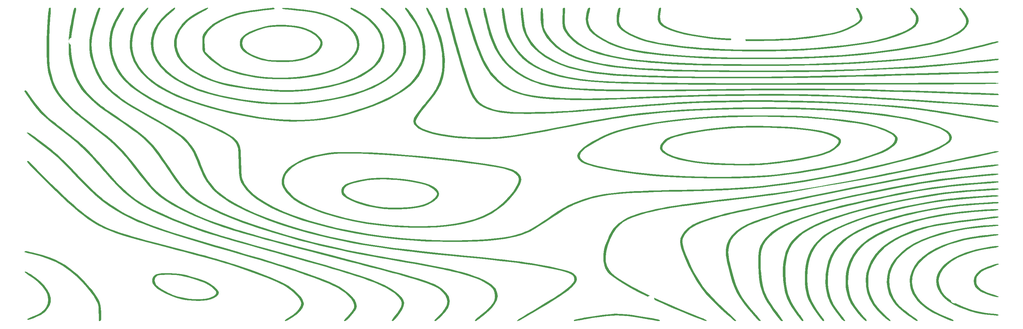
<source format=gbo>
%TF.GenerationSoftware,KiCad,Pcbnew,9.0.0*%
%TF.CreationDate,2025-03-21T09:46:05+01:00*%
%TF.ProjectId,litl_base,6c69746c-5f62-4617-9365-2e6b69636164,rev?*%
%TF.SameCoordinates,Original*%
%TF.FileFunction,Legend,Bot*%
%TF.FilePolarity,Positive*%
%FSLAX46Y46*%
G04 Gerber Fmt 4.6, Leading zero omitted, Abs format (unit mm)*
G04 Created by KiCad (PCBNEW 9.0.0) date 2025-03-21 09:46:05*
%MOMM*%
%LPD*%
G01*
G04 APERTURE LIST*
%ADD10C,0.000000*%
%ADD11C,2.200000*%
%ADD12C,4.300000*%
G04 APERTURE END LIST*
D10*
G36*
X10437487Y-130463402D02*
G01*
X10787202Y-130614731D01*
X11301922Y-130899514D01*
X11938505Y-131291699D01*
X12653811Y-131765233D01*
X13404699Y-132294064D01*
X13487061Y-132354273D01*
X14796976Y-133434900D01*
X15875315Y-134567580D01*
X16708932Y-135726198D01*
X17284680Y-136884641D01*
X17589414Y-138016794D01*
X17609987Y-139096545D01*
X17333253Y-140097779D01*
X16972635Y-140764171D01*
X16374893Y-141567281D01*
X15671166Y-142265674D01*
X14915632Y-142798823D01*
X14788790Y-142868155D01*
X14201845Y-143155563D01*
X13501708Y-143461512D01*
X12767316Y-143755412D01*
X12077606Y-144006672D01*
X11511517Y-144184701D01*
X11147985Y-144258909D01*
X10873657Y-144238797D01*
X10852141Y-144128380D01*
X11112636Y-143936106D01*
X11639536Y-143673140D01*
X12417241Y-143350649D01*
X13033861Y-143104111D01*
X14004608Y-142667451D01*
X14746133Y-142247117D01*
X15324311Y-141803148D01*
X15805014Y-141295585D01*
X16330255Y-140557975D01*
X16759442Y-139579863D01*
X16900627Y-138549399D01*
X16900153Y-138451938D01*
X16817694Y-137697379D01*
X16579111Y-136940560D01*
X16161365Y-136124588D01*
X15541422Y-135192572D01*
X15251284Y-134804883D01*
X14751340Y-134211845D01*
X14195503Y-133659284D01*
X13530873Y-133100631D01*
X12704551Y-132489315D01*
X11663636Y-131778764D01*
X11501921Y-131670215D01*
X10932486Y-131271015D01*
X10486891Y-130931768D01*
X10206763Y-130685493D01*
X10133727Y-130565208D01*
X10176731Y-130525946D01*
X10344095Y-130445779D01*
X10437487Y-130463402D01*
G37*
G36*
X180602976Y-142566476D02*
G01*
X181321996Y-142614104D01*
X182281717Y-142692817D01*
X182539653Y-142715601D01*
X184236756Y-142901059D01*
X186177253Y-143166078D01*
X188294985Y-143500998D01*
X190523793Y-143896161D01*
X191175612Y-144020873D01*
X191796280Y-144153961D01*
X192171947Y-144262339D01*
X192357268Y-144362713D01*
X192406896Y-144471790D01*
X192407444Y-144528550D01*
X192391406Y-144601103D01*
X192314220Y-144640374D01*
X192129780Y-144641924D01*
X191791978Y-144601318D01*
X191254707Y-144514119D01*
X190471862Y-144375890D01*
X189397334Y-144182195D01*
X189355119Y-144174586D01*
X186978606Y-143767593D01*
X184886804Y-143455545D01*
X183049381Y-143235341D01*
X181436008Y-143103882D01*
X180016352Y-143058067D01*
X178760082Y-143094794D01*
X177343947Y-143215278D01*
X175471337Y-143436943D01*
X173364712Y-143742816D01*
X171068541Y-144126930D01*
X170901473Y-144156557D01*
X169796422Y-144352461D01*
X168980335Y-144494681D01*
X168409561Y-144587678D01*
X168040447Y-144635915D01*
X167829344Y-144643854D01*
X167732600Y-144615957D01*
X167706564Y-144556686D01*
X167707586Y-144470505D01*
X167728824Y-144399231D01*
X167848781Y-144309524D01*
X168117254Y-144215394D01*
X168582004Y-144104050D01*
X169290791Y-143962701D01*
X170291379Y-143778558D01*
X170455207Y-143749120D01*
X172172031Y-143455342D01*
X173885348Y-143186900D01*
X175513056Y-142955526D01*
X176973052Y-142772950D01*
X178183234Y-142650905D01*
X178829445Y-142599262D01*
X179462769Y-142560140D01*
X180018590Y-142548850D01*
X180602976Y-142566476D01*
G37*
G36*
X289527447Y-128192350D02*
G01*
X289623331Y-128341190D01*
X289617250Y-128353031D01*
X289417398Y-128470940D01*
X288977280Y-128666480D01*
X288354314Y-128915393D01*
X287605919Y-129193425D01*
X286598571Y-129574426D01*
X285615917Y-130011190D01*
X284852617Y-130449347D01*
X284245112Y-130926392D01*
X283729837Y-131479817D01*
X283648281Y-131582178D01*
X283434537Y-131894698D01*
X283310511Y-132199891D01*
X283252588Y-132575350D01*
X283237154Y-133098668D01*
X283237087Y-133126255D01*
X283253497Y-133659097D01*
X283319638Y-134051843D01*
X283458011Y-134386000D01*
X283691116Y-134743073D01*
X283703964Y-134760638D01*
X284122020Y-135241424D01*
X284643187Y-135655656D01*
X285325689Y-136035954D01*
X286227749Y-136414939D01*
X287407594Y-136825231D01*
X287756975Y-136939491D01*
X288565630Y-137208135D01*
X289113437Y-137402144D01*
X289440041Y-137540180D01*
X289585088Y-137640905D01*
X289588223Y-137722983D01*
X289489091Y-137805075D01*
X289457545Y-137817740D01*
X289154305Y-137806005D01*
X288632690Y-137697489D01*
X287955375Y-137512600D01*
X287185035Y-137271746D01*
X286384346Y-136995334D01*
X285615984Y-136703771D01*
X284942622Y-136417464D01*
X284426937Y-136156821D01*
X283607733Y-135572588D01*
X282923298Y-134794194D01*
X282526569Y-133936591D01*
X282426387Y-133033912D01*
X282631589Y-132120291D01*
X283151016Y-131229861D01*
X283325252Y-131014443D01*
X283743706Y-130565504D01*
X284213530Y-130177841D01*
X284788300Y-129820603D01*
X285521593Y-129462936D01*
X286466984Y-129073988D01*
X287678052Y-128622906D01*
X287865064Y-128556095D01*
X288665712Y-128297283D01*
X289214040Y-128176874D01*
X289527447Y-128192350D01*
G37*
G36*
X10593544Y-124610351D02*
G01*
X10989319Y-124683239D01*
X11600662Y-124819448D01*
X12483729Y-125027091D01*
X13355614Y-125239211D01*
X15429538Y-125799966D01*
X17241206Y-126387412D01*
X18854139Y-127028477D01*
X20331859Y-127750089D01*
X21737889Y-128579177D01*
X23135750Y-129542668D01*
X23995987Y-130212927D01*
X25145955Y-131206393D01*
X26325603Y-132319984D01*
X27484991Y-133502374D01*
X28574179Y-134702237D01*
X29543226Y-135868246D01*
X30342192Y-136949077D01*
X30825697Y-137673575D01*
X31262095Y-138390999D01*
X31579275Y-139026489D01*
X31798501Y-139641555D01*
X31941039Y-140297711D01*
X32028151Y-141056467D01*
X32081102Y-141979337D01*
X32102421Y-142628633D01*
X32111122Y-143258566D01*
X32105965Y-143787936D01*
X32087391Y-144175053D01*
X32055838Y-144378226D01*
X31953153Y-144525107D01*
X31731116Y-144653053D01*
X31518669Y-144662996D01*
X31425814Y-144528668D01*
X31425860Y-144523346D01*
X31423215Y-144351564D01*
X31415471Y-143994757D01*
X31403507Y-143490129D01*
X31388204Y-142874883D01*
X31370440Y-142186223D01*
X31357636Y-141711241D01*
X31335085Y-141064025D01*
X31303265Y-140569557D01*
X31252867Y-140182022D01*
X31174581Y-139855606D01*
X31059097Y-139544492D01*
X30897105Y-139202867D01*
X30679297Y-138784914D01*
X29955439Y-137566245D01*
X28915868Y-136111157D01*
X27684828Y-134618168D01*
X26310071Y-133138354D01*
X24839348Y-131722790D01*
X23320413Y-130422551D01*
X21801017Y-129288715D01*
X20922401Y-128722292D01*
X19057883Y-127725549D01*
X16938909Y-126839686D01*
X14541626Y-126055301D01*
X11842183Y-125362991D01*
X11827333Y-125359617D01*
X11004793Y-125166284D01*
X10470656Y-125020676D01*
X10179055Y-124904617D01*
X10084124Y-124799932D01*
X10140000Y-124688445D01*
X10224074Y-124622078D01*
X10357180Y-124592668D01*
X10593544Y-124610351D01*
G37*
G36*
X289372742Y-119749123D02*
G01*
X289564447Y-119809919D01*
X289595405Y-119914983D01*
X289569432Y-119956710D01*
X289422925Y-120033701D01*
X289112053Y-120109223D01*
X288591092Y-120191117D01*
X287814319Y-120287227D01*
X286736009Y-120405393D01*
X286099924Y-120474578D01*
X283785327Y-120763945D01*
X281720226Y-121091349D01*
X279825121Y-121472312D01*
X278020511Y-121922353D01*
X276226896Y-122456992D01*
X275379576Y-122741909D01*
X273136339Y-123635719D01*
X271113732Y-124654314D01*
X269336596Y-125780705D01*
X267829776Y-126997907D01*
X266618114Y-128288933D01*
X265726453Y-129636795D01*
X265302443Y-130561623D01*
X264873800Y-132104936D01*
X264788055Y-133644583D01*
X265043762Y-135166110D01*
X265639473Y-136655069D01*
X266573740Y-138097007D01*
X267513944Y-139181292D01*
X268592647Y-140175195D01*
X269839031Y-141088144D01*
X271297657Y-141949314D01*
X273013088Y-142787878D01*
X275029885Y-143633008D01*
X275302766Y-143741996D01*
X276046598Y-144064421D01*
X276505787Y-144310755D01*
X276663259Y-144472223D01*
X276658192Y-144536103D01*
X276585242Y-144632930D01*
X276392133Y-144640757D01*
X276036250Y-144550311D01*
X275474980Y-144352317D01*
X274665711Y-144037501D01*
X272418602Y-143073180D01*
X270448526Y-142064204D01*
X268775134Y-141009972D01*
X267371435Y-139891379D01*
X266210437Y-138689326D01*
X265265149Y-137384710D01*
X264964955Y-136869263D01*
X264413166Y-135602065D01*
X264133792Y-134313081D01*
X264107876Y-132929334D01*
X264213346Y-132035245D01*
X264658146Y-130430014D01*
X265420994Y-128913153D01*
X266496306Y-127489027D01*
X267878499Y-126162000D01*
X269561988Y-124936435D01*
X271541192Y-123816696D01*
X273810525Y-122807147D01*
X276364404Y-121912153D01*
X279197246Y-121136077D01*
X280387123Y-120862909D01*
X281611720Y-120616758D01*
X282878726Y-120403350D01*
X284290392Y-120205577D01*
X285948965Y-120006330D01*
X286309079Y-119965894D01*
X287488459Y-119840982D01*
X288369216Y-119763791D01*
X288985821Y-119733460D01*
X289372742Y-119749123D01*
G37*
G36*
X289359421Y-117046977D02*
G01*
X289559254Y-117107818D01*
X289595396Y-117205680D01*
X289593681Y-117210854D01*
X289517860Y-117284200D01*
X289318490Y-117349287D01*
X288950578Y-117412373D01*
X288369131Y-117479718D01*
X287529154Y-117557583D01*
X286385655Y-117652225D01*
X284703778Y-117794523D01*
X283022641Y-117958581D01*
X281539752Y-118132870D01*
X280173840Y-118328069D01*
X278843635Y-118554854D01*
X277467866Y-118823905D01*
X275874170Y-119171160D01*
X272776590Y-119971186D01*
X269986347Y-120874683D01*
X267498682Y-121884234D01*
X265308838Y-123002421D01*
X263412057Y-124231826D01*
X261803581Y-125575032D01*
X260478652Y-127034622D01*
X259432512Y-128613178D01*
X258949304Y-129616660D01*
X258437354Y-131263405D01*
X258229699Y-132957106D01*
X258326341Y-134658051D01*
X258727278Y-136326527D01*
X259432512Y-137922824D01*
X259520143Y-138078860D01*
X259924488Y-138740999D01*
X260366719Y-139357160D01*
X260877367Y-139956358D01*
X261486959Y-140567607D01*
X262226026Y-141219922D01*
X263125095Y-141942317D01*
X264214695Y-142763807D01*
X265525356Y-143713405D01*
X266002994Y-144066604D01*
X266299541Y-144323995D01*
X266402487Y-144487546D01*
X266342158Y-144589794D01*
X266209004Y-144613153D01*
X265981222Y-144542286D01*
X265627058Y-144356808D01*
X265111601Y-144038360D01*
X264399939Y-143568588D01*
X263810243Y-143166107D01*
X262375572Y-142113274D01*
X261191912Y-141114103D01*
X260218012Y-140128309D01*
X259412623Y-139115607D01*
X258734495Y-138035713D01*
X258203255Y-136926846D01*
X257697921Y-135258611D01*
X257503245Y-133547679D01*
X257616185Y-131826640D01*
X258033703Y-130128085D01*
X258752760Y-128484604D01*
X259770315Y-126928789D01*
X259987295Y-126656816D01*
X261424362Y-125143616D01*
X263157418Y-123750060D01*
X265184353Y-122477350D01*
X267503059Y-121326686D01*
X270111425Y-120299269D01*
X273007341Y-119396298D01*
X274338067Y-119042876D01*
X276965814Y-118435768D01*
X279641672Y-117944227D01*
X282461257Y-117551791D01*
X285520183Y-117241998D01*
X286265850Y-117179678D01*
X287449113Y-117089507D01*
X288337217Y-117037528D01*
X288963031Y-117023449D01*
X289359421Y-117046977D01*
G37*
G36*
X289541317Y-123173730D02*
G01*
X289596637Y-123296453D01*
X289500440Y-123386493D01*
X289186349Y-123492482D01*
X288613297Y-123608415D01*
X287737272Y-123744908D01*
X287337018Y-123803515D01*
X285556034Y-124092471D01*
X284013338Y-124400010D01*
X282616050Y-124748798D01*
X281271289Y-125161500D01*
X279886172Y-125660781D01*
X279863734Y-125669387D01*
X277847237Y-126553613D01*
X276140604Y-127537407D01*
X274746414Y-128618423D01*
X273667241Y-129794313D01*
X272905661Y-131062733D01*
X272464251Y-132421334D01*
X272397597Y-133114455D01*
X272516364Y-134176770D01*
X272865125Y-135275771D01*
X273421757Y-136347599D01*
X274164138Y-137328394D01*
X274834746Y-137974296D01*
X276085197Y-138888877D01*
X277639955Y-139763515D01*
X279472248Y-140583697D01*
X281555305Y-141334912D01*
X282360682Y-141579854D01*
X283478876Y-141863534D01*
X284692329Y-142102136D01*
X286086056Y-142311780D01*
X287745074Y-142508587D01*
X287912945Y-142526851D01*
X288706099Y-142622964D01*
X289214575Y-142708829D01*
X289492826Y-142795831D01*
X289595305Y-142895350D01*
X289595260Y-142972450D01*
X289469301Y-143054500D01*
X289154960Y-143084415D01*
X288614307Y-143061682D01*
X287809411Y-142985789D01*
X286702340Y-142856221D01*
X285814449Y-142743524D01*
X284700487Y-142585206D01*
X283774968Y-142423872D01*
X282942281Y-142239986D01*
X282106819Y-142014013D01*
X281172974Y-141726417D01*
X280313706Y-141440820D01*
X278243898Y-140644261D01*
X276489396Y-139788126D01*
X275028487Y-138857281D01*
X273839457Y-137836589D01*
X272900594Y-136710918D01*
X272190184Y-135465131D01*
X272105371Y-135275585D01*
X271874782Y-134646947D01*
X271752732Y-134036822D01*
X271712257Y-133324445D01*
X271716370Y-132971540D01*
X271818108Y-132085673D01*
X272074273Y-131255970D01*
X272512668Y-130408448D01*
X273161094Y-129469126D01*
X273850136Y-128676013D01*
X275110978Y-127588324D01*
X276656981Y-126588381D01*
X278454134Y-125700400D01*
X278727256Y-125583782D01*
X280170677Y-125011138D01*
X281579753Y-124537457D01*
X283050599Y-124135973D01*
X284679333Y-123779919D01*
X286562069Y-123442531D01*
X286840844Y-123397012D01*
X287939039Y-123231600D01*
X288738117Y-123140071D01*
X289263676Y-123121191D01*
X289541317Y-123173730D01*
G37*
G36*
X289389767Y-114668618D02*
G01*
X289569746Y-114729619D01*
X289594727Y-114838890D01*
X289522878Y-114919957D01*
X289302277Y-115002750D01*
X288885248Y-115086204D01*
X288221526Y-115180126D01*
X287260848Y-115294327D01*
X286510169Y-115379915D01*
X283561761Y-115726503D01*
X280809522Y-116067007D01*
X278275099Y-116398340D01*
X275980140Y-116717414D01*
X273946291Y-117021140D01*
X272195200Y-117306433D01*
X270748513Y-117570203D01*
X269627877Y-117809364D01*
X268456069Y-118109523D01*
X266207806Y-118801215D01*
X264003435Y-119623405D01*
X261904183Y-120548076D01*
X259971277Y-121547211D01*
X258265945Y-122592791D01*
X256849414Y-123656798D01*
X256685954Y-123798809D01*
X255689169Y-124797882D01*
X254749755Y-125960463D01*
X253903802Y-127233109D01*
X253187404Y-128562377D01*
X252636651Y-129894824D01*
X252630334Y-129913097D01*
X252481835Y-130375237D01*
X252374891Y-130803094D01*
X252303245Y-131248662D01*
X252260640Y-131763934D01*
X252240819Y-132400901D01*
X252237526Y-133211556D01*
X252243349Y-133857071D01*
X252265419Y-134552262D01*
X252309771Y-135115151D01*
X252382845Y-135598915D01*
X252491084Y-136056731D01*
X252640929Y-136541779D01*
X252828904Y-137076751D01*
X253379301Y-138373344D01*
X254043428Y-139554534D01*
X254864141Y-140681961D01*
X255884302Y-141817268D01*
X257146770Y-143022093D01*
X257355607Y-143211945D01*
X257854480Y-143679657D01*
X258256383Y-144076809D01*
X258524513Y-144366265D01*
X258622069Y-144510884D01*
X258621754Y-144526511D01*
X258536597Y-144668615D01*
X258297615Y-144623882D01*
X257900453Y-144389779D01*
X257340755Y-143963774D01*
X256614166Y-143343334D01*
X254963988Y-141724118D01*
X253609832Y-140029522D01*
X252592053Y-138287626D01*
X251904380Y-136485328D01*
X251540541Y-134609524D01*
X251494263Y-132647112D01*
X251683768Y-131043866D01*
X252198427Y-129146531D01*
X253027912Y-127339480D01*
X254177814Y-125611019D01*
X255653726Y-123949454D01*
X255964913Y-123655478D01*
X257058560Y-122776855D01*
X258406582Y-121869737D01*
X259951408Y-120966402D01*
X261635471Y-120099129D01*
X263401202Y-119300196D01*
X265191034Y-118601882D01*
X265736903Y-118411676D01*
X266711956Y-118097433D01*
X267736513Y-117802454D01*
X268837596Y-117522053D01*
X270042226Y-117251546D01*
X271377427Y-116986246D01*
X272870220Y-116721470D01*
X274547627Y-116452532D01*
X276436671Y-116174748D01*
X278564373Y-115883431D01*
X280957757Y-115573898D01*
X283643843Y-115241462D01*
X286649655Y-114881440D01*
X287528723Y-114780889D01*
X288408367Y-114693688D01*
X289015678Y-114656453D01*
X289389767Y-114668618D01*
G37*
G36*
X288971977Y-112510956D02*
G01*
X289404445Y-112568214D01*
X289605589Y-112685336D01*
X289515978Y-112835809D01*
X289484695Y-112845887D01*
X289174560Y-112890283D01*
X288585973Y-112949448D01*
X287772604Y-113018716D01*
X286788125Y-113093418D01*
X285686206Y-113168886D01*
X284514517Y-113247275D01*
X282138553Y-113423810D01*
X280014458Y-113610814D01*
X278074360Y-113816606D01*
X276250390Y-114049504D01*
X274474678Y-114317829D01*
X272679355Y-114629899D01*
X270796551Y-114994034D01*
X268975758Y-115378867D01*
X265586338Y-116199518D01*
X262455738Y-117101595D01*
X259597820Y-118079696D01*
X257026447Y-119128415D01*
X254755480Y-120242351D01*
X252798782Y-121416099D01*
X251170214Y-122644256D01*
X250575828Y-123183268D01*
X249236321Y-124660515D01*
X248146429Y-126280693D01*
X247312575Y-128028628D01*
X246741181Y-129889149D01*
X246438668Y-131847083D01*
X246411459Y-133887256D01*
X246526881Y-135183029D01*
X246781330Y-136575694D01*
X247185732Y-137879767D01*
X247762415Y-139143003D01*
X248533707Y-140413158D01*
X249521937Y-141737987D01*
X250749433Y-143165245D01*
X250837342Y-143262575D01*
X251327054Y-143825686D01*
X251631827Y-144226768D01*
X251762926Y-144487014D01*
X251731618Y-144627620D01*
X251549168Y-144669779D01*
X251433396Y-144629423D01*
X251147652Y-144418017D01*
X250757871Y-144053365D01*
X250290648Y-143566911D01*
X249772579Y-142990097D01*
X249230256Y-142354367D01*
X248690276Y-141691164D01*
X248179231Y-141031930D01*
X247723717Y-140408110D01*
X247350328Y-139851146D01*
X247085659Y-139392482D01*
X247038504Y-139297284D01*
X246683798Y-138472699D01*
X246346429Y-137510908D01*
X246051609Y-136489978D01*
X245824554Y-135487976D01*
X245738240Y-134835958D01*
X245692095Y-133972413D01*
X245692518Y-133008568D01*
X245736586Y-132008403D01*
X245821374Y-131035897D01*
X245943959Y-130155029D01*
X246101416Y-129429779D01*
X246111801Y-129392574D01*
X246808383Y-127442980D01*
X247762491Y-125645677D01*
X248975736Y-123998775D01*
X250449726Y-122500385D01*
X252186071Y-121148618D01*
X254186381Y-119941585D01*
X254224690Y-119921219D01*
X256247636Y-118917917D01*
X258372465Y-118008942D01*
X260661283Y-117171539D01*
X263176196Y-116382949D01*
X265979310Y-115620416D01*
X266790959Y-115416205D01*
X269286291Y-114828474D01*
X271705392Y-114326425D01*
X274119092Y-113899361D01*
X276598221Y-113536583D01*
X279213612Y-113227394D01*
X282036095Y-112961095D01*
X285136500Y-112726989D01*
X285875933Y-112677672D01*
X286868580Y-112614288D01*
X287733304Y-112562264D01*
X288396655Y-112525972D01*
X288785179Y-112509786D01*
X288971977Y-112510956D01*
G37*
G36*
X51568275Y-130936370D02*
G01*
X51923380Y-130943916D01*
X53217254Y-131000086D01*
X54394055Y-131109215D01*
X55535348Y-131285903D01*
X56722698Y-131544753D01*
X58037668Y-131900365D01*
X59561823Y-132367341D01*
X60369145Y-132629720D01*
X61292018Y-132952500D01*
X62028251Y-133247688D01*
X62658939Y-133548593D01*
X63265178Y-133888527D01*
X64346050Y-134606868D01*
X65221567Y-135380609D01*
X65755528Y-136127691D01*
X65844004Y-136503917D01*
X65688731Y-137021554D01*
X65252908Y-137525425D01*
X64573604Y-137985536D01*
X63687892Y-138371888D01*
X62632842Y-138654485D01*
X62277571Y-138713805D01*
X61198504Y-138816679D01*
X59940663Y-138854641D01*
X58615634Y-138828807D01*
X57334999Y-138740293D01*
X56210344Y-138590217D01*
X55071538Y-138351707D01*
X53518884Y-137920703D01*
X52017681Y-137390553D01*
X50616642Y-136785054D01*
X49364484Y-136128002D01*
X48309921Y-135443193D01*
X47501668Y-134754424D01*
X46988441Y-134085491D01*
X46874874Y-133799613D01*
X46783521Y-133278627D01*
X46784269Y-133063610D01*
X47458191Y-133063610D01*
X47580407Y-133655940D01*
X47865164Y-134221367D01*
X48151000Y-134544677D01*
X48748458Y-135039974D01*
X49537007Y-135576411D01*
X50452029Y-136113961D01*
X51428907Y-136612596D01*
X52403023Y-137032292D01*
X52500962Y-137069731D01*
X54069794Y-137586488D01*
X55699750Y-137981624D01*
X57342760Y-138252573D01*
X58950750Y-138396772D01*
X60475649Y-138411655D01*
X61869384Y-138294658D01*
X63083882Y-138043217D01*
X64071072Y-137654767D01*
X64292254Y-137529864D01*
X64868213Y-137082489D01*
X65104178Y-136629809D01*
X65007949Y-136159375D01*
X64851158Y-135920520D01*
X64365905Y-135392611D01*
X63707159Y-134833224D01*
X62952210Y-134304889D01*
X62178347Y-133870137D01*
X61470250Y-133555357D01*
X60228770Y-133085759D01*
X58805894Y-132621754D01*
X57296803Y-132193737D01*
X55796679Y-131832107D01*
X55488036Y-131765615D01*
X54723671Y-131612160D01*
X54074706Y-131510090D01*
X53424705Y-131446891D01*
X52657236Y-131410049D01*
X51655862Y-131387050D01*
X50829751Y-131377786D01*
X49838561Y-131392197D01*
X49099361Y-131448175D01*
X48554629Y-131554155D01*
X48146842Y-131718574D01*
X47818476Y-131949869D01*
X47706915Y-132067325D01*
X47499900Y-132511647D01*
X47458191Y-133063610D01*
X46784269Y-133063610D01*
X46785452Y-132723576D01*
X46878022Y-132218808D01*
X47058586Y-131848668D01*
X47063394Y-131842776D01*
X47420778Y-131490122D01*
X47872239Y-131249344D01*
X48544891Y-131052338D01*
X48968803Y-130982138D01*
X49580505Y-130939889D01*
X50428262Y-130925351D01*
X51568275Y-130936370D01*
G37*
G36*
X288969199Y-108561181D02*
G01*
X289403339Y-108617024D01*
X289605238Y-108734188D01*
X289515978Y-108886412D01*
X289332226Y-108922449D01*
X288849454Y-108974633D01*
X288129387Y-109035279D01*
X287230613Y-109099491D01*
X286211724Y-109162378D01*
X285559556Y-109200526D01*
X281588645Y-109474181D01*
X277870577Y-109809086D01*
X274328234Y-110216039D01*
X270884501Y-110705838D01*
X267462260Y-111289280D01*
X263984396Y-111977165D01*
X260373793Y-112780291D01*
X259998448Y-112868260D01*
X256999242Y-113600306D01*
X254298999Y-114317112D01*
X251854693Y-115032627D01*
X249623299Y-115760798D01*
X247561791Y-116515573D01*
X245627141Y-117310900D01*
X243776325Y-118160726D01*
X242009023Y-119086930D01*
X240372216Y-120118049D01*
X238968202Y-121216772D01*
X237785886Y-122400378D01*
X236814173Y-123686141D01*
X236041965Y-125091338D01*
X235458169Y-126633247D01*
X235051687Y-128329142D01*
X234811425Y-130196302D01*
X234726287Y-132252001D01*
X234728696Y-132905256D01*
X234786594Y-134316493D01*
X234931123Y-135589658D01*
X235178773Y-136770825D01*
X235546037Y-137906066D01*
X236049407Y-139041454D01*
X236705373Y-140223062D01*
X237530428Y-141496962D01*
X238541064Y-142909227D01*
X238704234Y-143132078D01*
X239065201Y-143646151D01*
X239346716Y-144077430D01*
X239523499Y-144386050D01*
X239570268Y-144532148D01*
X239510485Y-144615883D01*
X239353541Y-144662869D01*
X239129244Y-144548980D01*
X238822941Y-144261766D01*
X238419981Y-143788776D01*
X237905712Y-143117556D01*
X237216067Y-142169218D01*
X236329402Y-140862294D01*
X235614544Y-139665613D01*
X235055228Y-138533662D01*
X234635189Y-137420932D01*
X234338162Y-136281912D01*
X234147883Y-135071090D01*
X234048086Y-133742957D01*
X234022507Y-132252001D01*
X234059456Y-130875634D01*
X234235457Y-128980986D01*
X234563140Y-127261592D01*
X235050317Y-125698231D01*
X235704802Y-124271682D01*
X236534407Y-122962724D01*
X237546945Y-121752134D01*
X238750229Y-120620692D01*
X239526208Y-120023000D01*
X240875324Y-119149969D01*
X242488384Y-118256103D01*
X244321522Y-117362423D01*
X246330872Y-116489952D01*
X248472567Y-115659711D01*
X250702741Y-114892723D01*
X252276632Y-114403385D01*
X255349257Y-113532997D01*
X258655212Y-112693057D01*
X262119262Y-111899543D01*
X265666174Y-111168432D01*
X269220711Y-110515702D01*
X272707639Y-109957330D01*
X276051724Y-109509296D01*
X276409827Y-109468018D01*
X277683727Y-109336764D01*
X279213006Y-109197487D01*
X280927193Y-109055840D01*
X282755816Y-108917476D01*
X284628403Y-108788048D01*
X286474482Y-108673209D01*
X286823650Y-108653280D01*
X287625992Y-108610658D01*
X288319885Y-108577841D01*
X288785179Y-108560681D01*
X288969199Y-108561181D01*
G37*
G36*
X289321815Y-110499105D02*
G01*
X289459363Y-110526798D01*
X289525693Y-110573347D01*
X289567138Y-110638647D01*
X289606515Y-110729978D01*
X289584694Y-110868383D01*
X289463801Y-110888077D01*
X289041606Y-110926523D01*
X288374440Y-110975468D01*
X287521336Y-111030655D01*
X286541329Y-111087827D01*
X284503477Y-111206246D01*
X282367609Y-111346992D01*
X280454713Y-111495734D01*
X278695923Y-111659588D01*
X277022375Y-111845669D01*
X275365203Y-112061092D01*
X273655542Y-112312973D01*
X271824527Y-112608428D01*
X270994744Y-112749039D01*
X268764269Y-113152900D01*
X266669425Y-113576901D01*
X264563727Y-114051802D01*
X262300689Y-114608365D01*
X261431588Y-114832484D01*
X258129347Y-115752130D01*
X255159939Y-116700658D01*
X252509974Y-117688902D01*
X250166063Y-118727695D01*
X248114816Y-119827871D01*
X246342843Y-121000264D01*
X244836754Y-122255707D01*
X243583161Y-123605035D01*
X242568673Y-125059080D01*
X241779900Y-126628677D01*
X241203454Y-128324658D01*
X240825944Y-130157859D01*
X240633982Y-132139112D01*
X240615635Y-132577984D01*
X240618100Y-133920676D01*
X240725446Y-135151401D01*
X240947501Y-136351510D01*
X241294096Y-137602356D01*
X241557155Y-138367289D01*
X241876700Y-139128283D01*
X242261857Y-139871178D01*
X242742664Y-140648354D01*
X243349162Y-141512192D01*
X244111387Y-142515075D01*
X244167678Y-142587383D01*
X244629774Y-143192405D01*
X245022108Y-143726048D01*
X245322033Y-144155971D01*
X245506903Y-144449834D01*
X245554071Y-144575297D01*
X245478480Y-144635228D01*
X245315730Y-144659930D01*
X245104104Y-144562152D01*
X244825154Y-144325060D01*
X244460431Y-143931820D01*
X243991487Y-143365597D01*
X243399873Y-142609556D01*
X243067280Y-142174038D01*
X242405929Y-141277248D01*
X241881148Y-140506478D01*
X241465193Y-139813363D01*
X241130319Y-139149541D01*
X240848783Y-138466648D01*
X240592841Y-137716321D01*
X240355191Y-136900976D01*
X240106523Y-135785193D01*
X239959202Y-134668391D01*
X239904589Y-133477416D01*
X239934040Y-132139112D01*
X239991725Y-131275551D01*
X240270650Y-129273229D01*
X240755375Y-127422637D01*
X241458805Y-125712473D01*
X242393844Y-124131434D01*
X243573398Y-122668219D01*
X245010371Y-121311527D01*
X246717668Y-120050055D01*
X248708195Y-118872501D01*
X250994855Y-117767565D01*
X253590555Y-116723944D01*
X256508198Y-115730337D01*
X259760689Y-114775441D01*
X263363788Y-113839829D01*
X266938748Y-113026238D01*
X270496216Y-112339914D01*
X274106080Y-111769840D01*
X277838233Y-111304998D01*
X281762564Y-110934368D01*
X285948965Y-110646934D01*
X287132859Y-110579022D01*
X288018573Y-110530227D01*
X288647750Y-110500714D01*
X289066721Y-110490375D01*
X289321815Y-110499105D01*
G37*
G36*
X114132773Y-103606065D02*
G01*
X116409570Y-103730481D01*
X118733000Y-103950906D01*
X121030725Y-104262731D01*
X123230409Y-104661345D01*
X124883548Y-105071166D01*
X126285903Y-105558575D01*
X127418632Y-106110485D01*
X128268314Y-106714933D01*
X128821525Y-107359956D01*
X129064842Y-108033588D01*
X128984843Y-108723867D01*
X128568104Y-109418829D01*
X128295756Y-109699724D01*
X127600859Y-110258369D01*
X126746826Y-110811873D01*
X125837298Y-111295967D01*
X124975917Y-111646382D01*
X124463348Y-111799630D01*
X122967665Y-112132789D01*
X121241395Y-112385695D01*
X119356001Y-112554734D01*
X117382944Y-112636293D01*
X115393685Y-112626760D01*
X113459688Y-112522522D01*
X111652413Y-112319966D01*
X110214754Y-112077132D01*
X108409919Y-111682286D01*
X106711213Y-111211902D01*
X105159137Y-110681688D01*
X103794193Y-110107353D01*
X102656883Y-109504603D01*
X101787708Y-108889148D01*
X101227172Y-108276694D01*
X100987223Y-107643070D01*
X100994762Y-107485796D01*
X101705760Y-107485796D01*
X101811150Y-107876162D01*
X102181999Y-108438585D01*
X102824709Y-108982473D01*
X103758121Y-109519976D01*
X105001076Y-110063245D01*
X106572413Y-110624431D01*
X107712729Y-110981231D01*
X109545099Y-111460798D01*
X111356515Y-111803397D01*
X113232542Y-112020771D01*
X115258745Y-112124660D01*
X117520689Y-112126807D01*
X117743659Y-112122292D01*
X119828750Y-112037120D01*
X121620855Y-111875023D01*
X123157027Y-111628581D01*
X124474317Y-111290378D01*
X125609779Y-110852995D01*
X126600467Y-110309014D01*
X126926157Y-110084185D01*
X127525796Y-109587514D01*
X128016294Y-109073850D01*
X128347426Y-108599343D01*
X128468965Y-108220144D01*
X128446034Y-108039718D01*
X128175915Y-107522985D01*
X127639359Y-106981959D01*
X126883760Y-106451935D01*
X125956513Y-105968207D01*
X124905012Y-105566069D01*
X124822906Y-105540417D01*
X123860027Y-105286223D01*
X122637228Y-105027033D01*
X121235174Y-104776286D01*
X119734529Y-104547422D01*
X118215962Y-104353880D01*
X116760136Y-104209099D01*
X115946174Y-104147363D01*
X113336190Y-104038310D01*
X110910175Y-104085662D01*
X108611499Y-104291875D01*
X106383530Y-104659408D01*
X106081807Y-104721999D01*
X104597018Y-105081630D01*
X103439726Y-105466364D01*
X102590943Y-105887675D01*
X102031680Y-106357035D01*
X101742949Y-106885917D01*
X101705760Y-107485796D01*
X100994762Y-107485796D01*
X101020515Y-106948513D01*
X101316672Y-106274004D01*
X101858479Y-105690069D01*
X101939691Y-105630183D01*
X102608496Y-105269098D01*
X103558962Y-104906775D01*
X104733459Y-104558765D01*
X106074355Y-104240622D01*
X107524021Y-103967897D01*
X109024827Y-103756143D01*
X110008424Y-103663695D01*
X111974946Y-103582266D01*
X114132773Y-103606065D01*
G37*
G36*
X84705942Y-59735095D02*
G01*
X86449862Y-59868748D01*
X88136547Y-60089717D01*
X89646516Y-60388856D01*
X89739227Y-60411767D01*
X91182328Y-60876578D01*
X92533383Y-61505413D01*
X93727822Y-62257970D01*
X94701080Y-63093945D01*
X95388587Y-63973037D01*
X95644223Y-64635824D01*
X95629190Y-65441562D01*
X95283942Y-66303412D01*
X94606887Y-67228001D01*
X93818288Y-67982174D01*
X92669602Y-68743462D01*
X91281061Y-69360380D01*
X89640206Y-69837275D01*
X87734580Y-70178498D01*
X85551724Y-70388394D01*
X84564718Y-70425537D01*
X83094328Y-70412572D01*
X81590195Y-70333195D01*
X80178073Y-70194754D01*
X78983712Y-70004598D01*
X78354992Y-69860854D01*
X77015982Y-69460351D01*
X75728693Y-68957020D01*
X74551257Y-68381000D01*
X73541805Y-67762433D01*
X72758470Y-67131456D01*
X72259382Y-66518211D01*
X72158913Y-66322580D01*
X71927379Y-65583001D01*
X71877619Y-64845215D01*
X72580303Y-64845215D01*
X72647329Y-65618992D01*
X72937528Y-66354415D01*
X73405571Y-66928460D01*
X74192599Y-67556817D01*
X75215980Y-68164251D01*
X76418798Y-68721266D01*
X77744132Y-69198367D01*
X79135066Y-69566058D01*
X79160008Y-69571436D01*
X79675254Y-69678165D01*
X80129658Y-69756383D01*
X80591750Y-69810566D01*
X81130059Y-69845190D01*
X81813115Y-69864732D01*
X82709447Y-69873668D01*
X83887586Y-69876473D01*
X84504751Y-69876906D01*
X85517064Y-69874832D01*
X86283128Y-69864577D01*
X86872446Y-69841037D01*
X87354521Y-69799112D01*
X87798856Y-69733698D01*
X88274955Y-69639692D01*
X88852322Y-69511993D01*
X89482936Y-69365337D01*
X90553431Y-69078830D01*
X91402737Y-68783479D01*
X92114218Y-68447995D01*
X92771238Y-68041090D01*
X93140890Y-67767916D01*
X93896564Y-67074511D01*
X94487930Y-66336090D01*
X94873312Y-65610095D01*
X95011034Y-64953968D01*
X94904108Y-64502015D01*
X94567454Y-63919289D01*
X94040896Y-63298387D01*
X93365239Y-62695307D01*
X92195536Y-61921695D01*
X90741063Y-61254494D01*
X89063386Y-60750922D01*
X87142350Y-60403558D01*
X86357721Y-60312455D01*
X84579248Y-60192896D01*
X82826067Y-60186171D01*
X81192042Y-60290974D01*
X79771034Y-60506001D01*
X79373764Y-60595074D01*
X78130976Y-60936792D01*
X76882545Y-61363650D01*
X75696955Y-61846175D01*
X74642689Y-62354894D01*
X73788232Y-62860334D01*
X73202069Y-63333022D01*
X73091665Y-63457882D01*
X72730424Y-64101905D01*
X72580303Y-64845215D01*
X71877619Y-64845215D01*
X71874919Y-64805183D01*
X72000432Y-64066974D01*
X72302817Y-63446223D01*
X72739372Y-62978954D01*
X73560634Y-62372721D01*
X74624035Y-61776552D01*
X75870883Y-61213880D01*
X77242483Y-60708136D01*
X78680143Y-60282755D01*
X80125167Y-59961168D01*
X81518864Y-59766809D01*
X81524328Y-59766312D01*
X83024270Y-59697901D01*
X84705942Y-59735095D01*
G37*
G36*
X192645551Y-54843516D02*
G01*
X192759246Y-55007779D01*
X192744918Y-55184881D01*
X192702679Y-55538609D01*
X192639148Y-56014364D01*
X192560984Y-56560001D01*
X192475829Y-57363828D01*
X192506730Y-58173858D01*
X192712513Y-58843483D01*
X193123226Y-59411963D01*
X193768921Y-59918554D01*
X194679647Y-60402516D01*
X195885456Y-60903105D01*
X197040991Y-61307745D01*
X199144534Y-61898997D01*
X201540053Y-62419326D01*
X204201193Y-62865999D01*
X207101602Y-63236283D01*
X210214924Y-63527447D01*
X213514807Y-63736757D01*
X216974897Y-63861481D01*
X220568839Y-63898887D01*
X224270280Y-63846242D01*
X224886377Y-63828901D01*
X226252008Y-63783380D01*
X227598415Y-63729848D01*
X228842858Y-63672016D01*
X229902597Y-63613590D01*
X230694891Y-63558281D01*
X231079213Y-63525601D01*
X233318314Y-63308813D01*
X235530813Y-63052037D01*
X237651993Y-62764596D01*
X239617135Y-62455812D01*
X241361520Y-62135009D01*
X242820430Y-61811510D01*
X243389799Y-61658968D01*
X244677433Y-61240534D01*
X245943217Y-60738026D01*
X247124840Y-60182133D01*
X248159995Y-59603545D01*
X248986371Y-59032952D01*
X249541660Y-58501044D01*
X249551132Y-58489096D01*
X249744903Y-58216151D01*
X249829019Y-57978838D01*
X249815644Y-57691682D01*
X249716941Y-57269204D01*
X249587984Y-56877215D01*
X249336498Y-56291575D01*
X249053382Y-55765876D01*
X248832642Y-55378065D01*
X248719484Y-55062019D01*
X248773832Y-54902820D01*
X248870802Y-54858250D01*
X249128242Y-54852920D01*
X249298032Y-54993012D01*
X249535350Y-55307196D01*
X249796880Y-55736552D01*
X250052196Y-56226587D01*
X250270870Y-56722810D01*
X250422475Y-57170729D01*
X250510912Y-57541583D01*
X250540897Y-57877501D01*
X250474589Y-58163482D01*
X250303537Y-58493525D01*
X250101315Y-58769086D01*
X249498896Y-59328319D01*
X248648781Y-59920627D01*
X247603930Y-60516990D01*
X246417302Y-61088390D01*
X245141857Y-61605810D01*
X243830556Y-62040231D01*
X243551565Y-62118653D01*
X242306915Y-62418115D01*
X240783615Y-62721842D01*
X239037594Y-63021303D01*
X237124777Y-63307965D01*
X235101092Y-63573299D01*
X233022467Y-63808772D01*
X230944827Y-64005853D01*
X230561664Y-64035213D01*
X229641444Y-64092556D01*
X228494210Y-64152349D01*
X227199167Y-64210875D01*
X225835519Y-64264415D01*
X224482472Y-64309249D01*
X224071667Y-64320864D01*
X220538512Y-64372179D01*
X217087026Y-64336773D01*
X213742998Y-64217753D01*
X210532214Y-64018230D01*
X207480462Y-63741311D01*
X204613529Y-63390107D01*
X201957202Y-62967725D01*
X199537269Y-62477275D01*
X197379517Y-61921866D01*
X195509733Y-61304607D01*
X193953705Y-60628607D01*
X193814383Y-60556909D01*
X192993305Y-60066224D01*
X192394793Y-59551491D01*
X191999787Y-58975450D01*
X191789225Y-58300838D01*
X191744044Y-57490393D01*
X191845184Y-56506855D01*
X191929627Y-55999764D01*
X192020268Y-55526099D01*
X192100835Y-55173085D01*
X192160479Y-54992820D01*
X192183463Y-54959377D01*
X192405504Y-54826180D01*
X192645551Y-54843516D01*
G37*
G36*
X289415025Y-106655697D02*
G01*
X289583065Y-106712825D01*
X289594256Y-106823779D01*
X289587619Y-106841362D01*
X289496506Y-106922537D01*
X289272374Y-106987136D01*
X288861075Y-107042945D01*
X288208459Y-107097749D01*
X287260377Y-107159334D01*
X286729645Y-107191817D01*
X283708744Y-107389361D01*
X280991981Y-107590852D01*
X278539695Y-107799882D01*
X276312226Y-108020044D01*
X274269916Y-108254932D01*
X272373103Y-108508140D01*
X272010558Y-108560626D01*
X268937051Y-109040722D01*
X265737330Y-109598576D01*
X262470660Y-110221137D01*
X259196304Y-110895354D01*
X255973524Y-111608173D01*
X252861586Y-112346542D01*
X249919751Y-113097411D01*
X247207284Y-113847726D01*
X244783448Y-114584435D01*
X244045743Y-114824064D01*
X241313769Y-115769309D01*
X238906189Y-116706953D01*
X236803869Y-117650289D01*
X234987675Y-118612607D01*
X233438473Y-119607200D01*
X232137128Y-120647359D01*
X231064508Y-121746377D01*
X230201477Y-122917545D01*
X229528902Y-124174154D01*
X229027650Y-125529497D01*
X228962990Y-125758822D01*
X228754420Y-126720240D01*
X228592172Y-127834047D01*
X228480474Y-129043849D01*
X228423555Y-130293252D01*
X228425646Y-131525863D01*
X228490975Y-132685287D01*
X228544061Y-133245362D01*
X228710023Y-134608357D01*
X228926450Y-135816042D01*
X229212775Y-136917910D01*
X229588431Y-137963452D01*
X230072850Y-139002159D01*
X230685464Y-140083524D01*
X231445706Y-141257038D01*
X232373009Y-142572191D01*
X232663292Y-142977534D01*
X233107512Y-143626146D01*
X233416776Y-144121163D01*
X233581751Y-144447159D01*
X233593105Y-144588711D01*
X233589283Y-144591151D01*
X233434075Y-144646505D01*
X233259413Y-144603898D01*
X233041603Y-144441411D01*
X232756950Y-144137130D01*
X232381762Y-143669136D01*
X231892345Y-143015513D01*
X231750892Y-142822524D01*
X230833717Y-141526685D01*
X230083035Y-140368821D01*
X229477181Y-139303933D01*
X228994491Y-138287027D01*
X228613298Y-137273104D01*
X228311939Y-136217169D01*
X228068746Y-135074223D01*
X228002009Y-134694520D01*
X227770214Y-132897399D01*
X227672462Y-131111145D01*
X227705775Y-129369447D01*
X227867174Y-127705996D01*
X228153680Y-126154480D01*
X228562315Y-124748589D01*
X229090101Y-123522012D01*
X229541106Y-122733683D01*
X230332411Y-121632454D01*
X231289101Y-120604127D01*
X232436597Y-119631871D01*
X233800321Y-118698850D01*
X235405694Y-117788231D01*
X237278139Y-116883180D01*
X239443078Y-115966865D01*
X241925931Y-115022450D01*
X242138470Y-114945690D01*
X244330246Y-114207038D01*
X246816294Y-113453144D01*
X249548208Y-112694812D01*
X252477584Y-111942844D01*
X255556014Y-111208045D01*
X258735093Y-110501216D01*
X261966416Y-109833162D01*
X265201576Y-109214684D01*
X268392169Y-108656586D01*
X271489787Y-108169671D01*
X274446026Y-107764742D01*
X275571886Y-107634337D01*
X277028245Y-107484850D01*
X278698117Y-107328302D01*
X280512072Y-107170716D01*
X282400680Y-107018111D01*
X284294512Y-106876510D01*
X286124137Y-106751934D01*
X286226930Y-106745441D01*
X287090463Y-106697875D01*
X287949881Y-106660606D01*
X288633189Y-106641223D01*
X289016194Y-106638349D01*
X289415025Y-106655697D01*
G37*
G36*
X181082009Y-54895723D02*
G01*
X181094297Y-55001150D01*
X181067496Y-55291574D01*
X181002019Y-55714940D01*
X180904436Y-56222167D01*
X180822965Y-56651562D01*
X180699535Y-57781296D01*
X180734223Y-58764459D01*
X180925298Y-59582198D01*
X181271029Y-60215658D01*
X181641173Y-60624548D01*
X182583470Y-61393586D01*
X183810067Y-62144702D01*
X185278171Y-62858123D01*
X186944987Y-63514072D01*
X188767722Y-64092775D01*
X190703581Y-64574457D01*
X192080335Y-64843892D01*
X193834691Y-65135448D01*
X195820127Y-65422822D01*
X197975216Y-65698195D01*
X200238532Y-65953749D01*
X202548648Y-66181667D01*
X204844137Y-66374130D01*
X205909822Y-66449815D01*
X208756392Y-66609987D01*
X211854380Y-66731836D01*
X215136917Y-66815103D01*
X218537134Y-66859531D01*
X221988165Y-66864864D01*
X225423141Y-66830842D01*
X228775193Y-66757210D01*
X231977454Y-66643709D01*
X234963055Y-66490082D01*
X237266390Y-66333678D01*
X240019987Y-66107636D01*
X242772341Y-65842316D01*
X245465273Y-65544637D01*
X248040600Y-65221521D01*
X250440143Y-64879888D01*
X252605720Y-64526657D01*
X254479151Y-64168749D01*
X255646928Y-63900992D01*
X257287973Y-63457497D01*
X258932648Y-62943967D01*
X260512161Y-62385134D01*
X261957724Y-61805728D01*
X263200545Y-61230479D01*
X264171835Y-60684120D01*
X264287043Y-60608955D01*
X265046192Y-60036872D01*
X265534685Y-59477526D01*
X265798016Y-58862818D01*
X265881678Y-58124646D01*
X265882696Y-57995310D01*
X265870594Y-57603288D01*
X265811433Y-57292670D01*
X265676019Y-56993213D01*
X265435158Y-56634673D01*
X265059655Y-56146808D01*
X264900731Y-55943226D01*
X264530685Y-55448311D01*
X264319341Y-55115472D01*
X264256361Y-54918815D01*
X264331405Y-54832442D01*
X264534137Y-54830458D01*
X264621484Y-54860605D01*
X264896751Y-55065100D01*
X265262913Y-55436153D01*
X265690108Y-55944970D01*
X266113346Y-56524391D01*
X266507037Y-57250538D01*
X266669711Y-57918451D01*
X266612767Y-58586535D01*
X266347607Y-59313192D01*
X266163212Y-59668217D01*
X265885079Y-60053786D01*
X265498248Y-60414474D01*
X264923046Y-60835415D01*
X264039138Y-61376956D01*
X262665398Y-62060040D01*
X261047006Y-62731024D01*
X259241582Y-63369829D01*
X257306745Y-63956382D01*
X255300114Y-64470604D01*
X253279310Y-64892421D01*
X253237421Y-64900099D01*
X251156308Y-65250417D01*
X248795880Y-65594222D01*
X246225638Y-65923629D01*
X243515084Y-66230751D01*
X240733717Y-66507704D01*
X237951039Y-66746601D01*
X235236551Y-66939558D01*
X233344140Y-67045945D01*
X230430951Y-67168193D01*
X227340359Y-67254764D01*
X224130611Y-67306072D01*
X220859953Y-67322529D01*
X217586633Y-67304549D01*
X214368897Y-67252544D01*
X211264991Y-67166928D01*
X208333162Y-67048113D01*
X205631657Y-66896513D01*
X203218723Y-66712540D01*
X201597421Y-66561417D01*
X198947620Y-66283377D01*
X196453581Y-65982507D01*
X194163942Y-65665273D01*
X192127340Y-65338139D01*
X190392413Y-65007573D01*
X189994557Y-64920450D01*
X188268617Y-64467752D01*
X186587172Y-63912544D01*
X185000346Y-63278308D01*
X183558264Y-62588527D01*
X182311052Y-61866684D01*
X181308834Y-61136262D01*
X180601735Y-60420745D01*
X180369377Y-60092090D01*
X180186840Y-59721748D01*
X180076774Y-59292277D01*
X180010226Y-58720450D01*
X179996945Y-58462108D01*
X180005528Y-57860440D01*
X180054809Y-57197267D01*
X180137007Y-56530045D01*
X180244343Y-55916231D01*
X180369038Y-55413279D01*
X180503313Y-55078646D01*
X180629164Y-54922105D01*
X180865974Y-54811084D01*
X181082009Y-54895723D01*
G37*
G36*
X172279228Y-54819795D02*
G01*
X172396091Y-54907552D01*
X172420305Y-55114265D01*
X172352051Y-55472894D01*
X172191514Y-56016398D01*
X171949021Y-56966027D01*
X171840782Y-58315348D01*
X172043438Y-59560889D01*
X172556960Y-60702514D01*
X173381321Y-61740085D01*
X174063461Y-62335119D01*
X175148723Y-63089277D01*
X176460766Y-63851686D01*
X177939419Y-64592570D01*
X179524513Y-65282148D01*
X181155875Y-65890642D01*
X182773337Y-66388273D01*
X183990476Y-66684568D01*
X185798635Y-67039089D01*
X187920745Y-67377367D01*
X190336922Y-67696819D01*
X193027284Y-67994861D01*
X195971949Y-68268910D01*
X199151034Y-68516381D01*
X201655183Y-68677202D01*
X205553474Y-68870137D01*
X209666614Y-69012087D01*
X213943808Y-69103763D01*
X218334262Y-69145877D01*
X222787182Y-69139139D01*
X227251775Y-69084262D01*
X231677246Y-68981957D01*
X236012802Y-68832935D01*
X240207650Y-68637908D01*
X244210994Y-68397588D01*
X247972042Y-68112686D01*
X251440000Y-67783914D01*
X251557708Y-67771387D01*
X253976218Y-67496070D01*
X256433590Y-67184283D01*
X258886899Y-66843287D01*
X261293220Y-66480344D01*
X263609626Y-66102714D01*
X265793193Y-65717659D01*
X267800996Y-65332440D01*
X269590108Y-64954318D01*
X271117604Y-64590555D01*
X272340559Y-64248412D01*
X273178902Y-63972040D01*
X274612000Y-63429746D01*
X275962247Y-62834295D01*
X277180346Y-62211720D01*
X278217001Y-61588057D01*
X279022916Y-60989339D01*
X279548794Y-60441601D01*
X279972575Y-59768937D01*
X280222794Y-59117599D01*
X280265338Y-58481215D01*
X280095247Y-57813122D01*
X279707559Y-57066661D01*
X279097314Y-56195170D01*
X278965391Y-56020643D01*
X278613737Y-55531525D01*
X278414268Y-55199593D01*
X278350962Y-54994414D01*
X278407795Y-54885555D01*
X278468032Y-54854195D01*
X278638200Y-54842791D01*
X278843314Y-54952713D01*
X279107895Y-55205845D01*
X279456470Y-55624072D01*
X279913561Y-56229279D01*
X280127387Y-56528004D01*
X280627138Y-57338989D01*
X280912587Y-58038781D01*
X280997682Y-58670639D01*
X280896369Y-59277825D01*
X280450814Y-60245920D01*
X279673896Y-61189787D01*
X278586515Y-62029455D01*
X277890596Y-62433202D01*
X276816338Y-62975421D01*
X275589413Y-63530419D01*
X274304290Y-64057858D01*
X273055435Y-64517400D01*
X271937316Y-64868706D01*
X271189115Y-65066538D01*
X269554476Y-65450428D01*
X267640062Y-65848751D01*
X265490187Y-66253686D01*
X263149164Y-66657412D01*
X260661308Y-67052111D01*
X258070932Y-67429961D01*
X255422350Y-67783142D01*
X252853884Y-68092218D01*
X249720704Y-68421967D01*
X246520720Y-68705565D01*
X243213883Y-68945257D01*
X239760143Y-69143290D01*
X236119451Y-69301911D01*
X232251758Y-69423366D01*
X228117015Y-69509900D01*
X223675172Y-69563761D01*
X220979646Y-69579691D01*
X216369424Y-69572979D01*
X212042577Y-69519314D01*
X207960436Y-69417046D01*
X204084333Y-69264519D01*
X200375596Y-69060083D01*
X196795557Y-68802084D01*
X193305547Y-68488870D01*
X189866896Y-68118787D01*
X188102513Y-67891851D01*
X185248968Y-67416346D01*
X182663593Y-66832007D01*
X180313687Y-66128466D01*
X178166549Y-65295355D01*
X176189477Y-64322306D01*
X174349771Y-63198950D01*
X174149867Y-63062087D01*
X173008556Y-62170506D01*
X172167428Y-61273729D01*
X171597216Y-60324934D01*
X171268651Y-59277299D01*
X171152465Y-58084001D01*
X171152792Y-57941504D01*
X171190464Y-57375175D01*
X171275929Y-56758741D01*
X171397068Y-56147350D01*
X171541762Y-55596147D01*
X171697891Y-55160278D01*
X171853335Y-54894890D01*
X171906521Y-54860862D01*
X172184820Y-54810223D01*
X172279228Y-54819795D01*
G37*
G36*
X289394708Y-104619862D02*
G01*
X289579591Y-104675541D01*
X289595194Y-104788580D01*
X289562278Y-104839714D01*
X289419550Y-104909809D01*
X289123140Y-104971807D01*
X288624206Y-105032565D01*
X287873902Y-105098943D01*
X286823384Y-105177799D01*
X284157161Y-105375837D01*
X281136240Y-105621199D01*
X278347791Y-105876113D01*
X275729994Y-106149076D01*
X273221030Y-106448588D01*
X270759079Y-106783148D01*
X268282320Y-107161255D01*
X265728933Y-107591407D01*
X263037099Y-108082104D01*
X260144998Y-108641844D01*
X256990809Y-109279127D01*
X256035877Y-109476649D01*
X253568847Y-109999431D01*
X251119070Y-110535564D01*
X248739904Y-111072688D01*
X246484707Y-111598445D01*
X244406837Y-112100473D01*
X242559651Y-112566415D01*
X240996508Y-112983911D01*
X240355586Y-113168286D01*
X239330058Y-113478173D01*
X238137731Y-113850072D01*
X236857453Y-114258524D01*
X235568073Y-114678069D01*
X234348437Y-115083250D01*
X233277394Y-115448607D01*
X232433793Y-115748682D01*
X230488894Y-116507432D01*
X228328170Y-117483893D01*
X226489271Y-118489967D01*
X224956358Y-119538275D01*
X223713593Y-120641435D01*
X222745138Y-121812067D01*
X222035155Y-123062790D01*
X221567805Y-124406223D01*
X221518381Y-124626248D01*
X221405676Y-125396792D01*
X221336302Y-126336972D01*
X221308750Y-127406501D01*
X221321515Y-128565093D01*
X221373088Y-129772464D01*
X221461964Y-130988325D01*
X221586634Y-132172393D01*
X221745592Y-133284380D01*
X221937330Y-134284001D01*
X222098289Y-134957513D01*
X222389133Y-135962739D01*
X222739610Y-136914402D01*
X223171043Y-137853213D01*
X223704755Y-138819881D01*
X224362067Y-139855115D01*
X225164303Y-140999624D01*
X226132784Y-142294119D01*
X226315149Y-142533763D01*
X226779408Y-143157751D01*
X227170759Y-143703983D01*
X227467937Y-144141516D01*
X227649675Y-144439410D01*
X227694708Y-144566722D01*
X227654052Y-144604279D01*
X227493011Y-144666914D01*
X227291117Y-144606523D01*
X227029179Y-144406141D01*
X226688008Y-144048802D01*
X226248416Y-143517539D01*
X225691212Y-142795389D01*
X224840901Y-141650973D01*
X223920714Y-140343421D01*
X223147136Y-139138900D01*
X222507028Y-138000957D01*
X221987249Y-136893140D01*
X221574659Y-135778997D01*
X221256117Y-134622077D01*
X221018482Y-133385927D01*
X220848615Y-132034096D01*
X220733376Y-130530131D01*
X220659622Y-128837580D01*
X220652472Y-128603037D01*
X220629346Y-127316019D01*
X220645721Y-126217102D01*
X220709147Y-125274730D01*
X220827169Y-124457346D01*
X221007335Y-123733390D01*
X221257193Y-123071307D01*
X221584289Y-122439537D01*
X221996171Y-121806524D01*
X222500386Y-121140710D01*
X222851764Y-120719237D01*
X223650402Y-119886592D01*
X224559263Y-119107032D01*
X225606534Y-118365849D01*
X226820400Y-117648337D01*
X228229048Y-116939788D01*
X229860663Y-116225495D01*
X231743431Y-115490752D01*
X233905539Y-114720852D01*
X236375172Y-113901087D01*
X237724452Y-113472021D01*
X239310039Y-112987108D01*
X240877993Y-112531923D01*
X242479000Y-112093455D01*
X244163744Y-111658693D01*
X245982910Y-111214625D01*
X247987184Y-110748240D01*
X250227250Y-110246526D01*
X252753793Y-109696472D01*
X254233034Y-109379579D01*
X257470851Y-108699956D01*
X260449929Y-108097518D01*
X263215360Y-107565270D01*
X265812238Y-107096214D01*
X268285654Y-106683355D01*
X270680701Y-106319697D01*
X273042470Y-105998243D01*
X275416054Y-105711997D01*
X277846546Y-105453963D01*
X280379037Y-105217144D01*
X283058620Y-104994544D01*
X283997800Y-104920656D01*
X285000631Y-104841788D01*
X285895324Y-104771452D01*
X286562069Y-104719067D01*
X287204960Y-104674769D01*
X288034833Y-104630985D01*
X288720775Y-104608503D01*
X288965123Y-104606011D01*
X289394708Y-104619862D01*
G37*
G36*
X104015593Y-54847983D02*
G01*
X104453611Y-55026030D01*
X105050008Y-55325249D01*
X105759542Y-55718012D01*
X106536971Y-56176689D01*
X107337049Y-56673651D01*
X108114536Y-57181269D01*
X108824187Y-57671913D01*
X109420760Y-58117953D01*
X109859012Y-58491761D01*
X110795513Y-59461363D01*
X111947175Y-60972777D01*
X112761216Y-62527137D01*
X113244561Y-64138765D01*
X113404137Y-65821980D01*
X113404104Y-65846677D01*
X113257419Y-67396677D01*
X112818543Y-68838742D01*
X112076322Y-70189203D01*
X111019602Y-71464392D01*
X109637227Y-72680641D01*
X107918043Y-73854282D01*
X106756934Y-74502946D01*
X104828649Y-75384230D01*
X102638536Y-76193922D01*
X100233083Y-76920953D01*
X97658777Y-77554256D01*
X94962103Y-78082764D01*
X92189551Y-78495410D01*
X89387607Y-78781127D01*
X86602758Y-78928847D01*
X86325113Y-78935193D01*
X84430925Y-78927654D01*
X82299222Y-78844836D01*
X80003420Y-78694601D01*
X77616935Y-78484814D01*
X75213186Y-78223338D01*
X72865587Y-77918037D01*
X70647557Y-77576774D01*
X68632512Y-77207414D01*
X66893869Y-76817820D01*
X65453307Y-76415005D01*
X63266608Y-75652708D01*
X61181387Y-74747512D01*
X59259519Y-73730155D01*
X57562878Y-72631376D01*
X56153338Y-71481915D01*
X54963258Y-70210980D01*
X53981221Y-68768333D01*
X53331108Y-67283119D01*
X53014342Y-65771301D01*
X53032349Y-64248848D01*
X53386553Y-62731725D01*
X54078378Y-61235899D01*
X55109248Y-59777334D01*
X55240234Y-59622732D01*
X55934932Y-58869699D01*
X56681417Y-58184861D01*
X57530029Y-57532022D01*
X58531112Y-56874984D01*
X59735005Y-56177549D01*
X61192051Y-55403519D01*
X61375902Y-55310215D01*
X61909294Y-55055595D01*
X62330191Y-54877843D01*
X62560344Y-54810852D01*
X62730904Y-54833759D01*
X62785813Y-54961513D01*
X62586277Y-55183306D01*
X62153713Y-55478441D01*
X61509540Y-55826223D01*
X60346633Y-56440125D01*
X59079954Y-57197104D01*
X57925744Y-57978739D01*
X56948977Y-58740703D01*
X56214625Y-59438668D01*
X55861348Y-59841565D01*
X54835056Y-61246456D01*
X54144750Y-62641312D01*
X53782513Y-64045459D01*
X53740426Y-65478223D01*
X53790449Y-65945163D01*
X54159354Y-67487722D01*
X54839869Y-68935041D01*
X55841669Y-70304404D01*
X57174429Y-71613095D01*
X57756784Y-72081020D01*
X59187879Y-73057809D01*
X60847362Y-74001386D01*
X62655119Y-74868176D01*
X64531034Y-75614599D01*
X65403897Y-75903075D01*
X67246067Y-76404607D01*
X69348185Y-76864081D01*
X71654218Y-77275976D01*
X74108131Y-77634768D01*
X76653891Y-77934936D01*
X79235462Y-78170957D01*
X81796812Y-78337309D01*
X84281906Y-78428468D01*
X86634709Y-78438914D01*
X88799189Y-78363122D01*
X90719310Y-78195572D01*
X91872066Y-78049745D01*
X94926196Y-77591866D01*
X97690478Y-77061961D01*
X100200022Y-76451839D01*
X102489940Y-75753308D01*
X104595340Y-74958176D01*
X105350521Y-74611071D01*
X106307521Y-74106771D01*
X107305031Y-73526236D01*
X108277869Y-72910903D01*
X109160852Y-72302206D01*
X109888796Y-71741582D01*
X110396518Y-71270467D01*
X110571810Y-71074628D01*
X111540227Y-69809999D01*
X112202383Y-68548892D01*
X112582162Y-67234785D01*
X112703448Y-65811160D01*
X112678550Y-65105379D01*
X112469872Y-63776618D01*
X112029567Y-62512660D01*
X111333894Y-61254065D01*
X110359116Y-59941395D01*
X109666008Y-59170245D01*
X108702408Y-58287785D01*
X107565688Y-57440133D01*
X106204126Y-56589403D01*
X104566001Y-55697706D01*
X104378432Y-55597280D01*
X103903562Y-55295193D01*
X103638389Y-55044543D01*
X103606258Y-54873498D01*
X103830510Y-54810223D01*
X104015593Y-54847983D01*
G37*
G36*
X165050273Y-54816881D02*
G01*
X165128313Y-54871700D01*
X165178955Y-55006425D01*
X165204401Y-55250182D01*
X165206852Y-55632095D01*
X165188513Y-56181290D01*
X165151584Y-56926890D01*
X165137672Y-57207354D01*
X165111317Y-58238444D01*
X165140267Y-59098324D01*
X165231658Y-59829310D01*
X165392626Y-60473722D01*
X165630308Y-61073876D01*
X165951841Y-61672091D01*
X166093096Y-61896086D01*
X166913892Y-62929396D01*
X167987838Y-63964126D01*
X169248135Y-64947002D01*
X170627982Y-65824747D01*
X172060581Y-66544086D01*
X172267136Y-66630747D01*
X173146171Y-66963519D01*
X174232001Y-67335306D01*
X175430099Y-67716718D01*
X176645941Y-68078364D01*
X177785001Y-68390856D01*
X178752754Y-68624804D01*
X180551550Y-68979565D01*
X182845083Y-69348140D01*
X185415332Y-69680998D01*
X188274077Y-69979227D01*
X191433101Y-70243914D01*
X194904184Y-70476147D01*
X198699108Y-70677015D01*
X202829655Y-70847604D01*
X203216561Y-70860661D01*
X204543623Y-70895869D01*
X206161645Y-70927732D01*
X208026642Y-70956085D01*
X210094628Y-70980765D01*
X212321618Y-71001607D01*
X214663628Y-71018447D01*
X217076671Y-71031120D01*
X219516762Y-71039462D01*
X221939917Y-71043309D01*
X224302150Y-71042497D01*
X226559475Y-71036860D01*
X228667908Y-71026236D01*
X230583463Y-71010458D01*
X232262156Y-70989364D01*
X233660000Y-70962789D01*
X234247371Y-70948614D01*
X240261123Y-70767559D01*
X245984813Y-70526913D01*
X251463166Y-70224235D01*
X256740906Y-69857083D01*
X261862758Y-69423015D01*
X262819751Y-69333053D01*
X265228947Y-69091640D01*
X267464077Y-68841502D01*
X269574172Y-68573799D01*
X271608265Y-68279688D01*
X273615388Y-67950326D01*
X275644573Y-67576871D01*
X277744852Y-67150480D01*
X279965257Y-66662310D01*
X282354821Y-66103521D01*
X284962574Y-65465267D01*
X287837550Y-64738709D01*
X288387730Y-64602950D01*
X288955109Y-64485535D01*
X289304515Y-64453835D01*
X289492929Y-64499622D01*
X289547685Y-64538632D01*
X289601213Y-64623967D01*
X289521029Y-64714491D01*
X289268354Y-64825169D01*
X288804408Y-64970964D01*
X288090412Y-65166840D01*
X287087586Y-65427761D01*
X285280723Y-65887540D01*
X282409370Y-66592529D01*
X279750679Y-67207050D01*
X277244455Y-67741787D01*
X274830500Y-68207420D01*
X272448620Y-68614633D01*
X270038619Y-68974107D01*
X267540301Y-69296524D01*
X264893470Y-69592566D01*
X262037931Y-69872915D01*
X259337731Y-70113896D01*
X255558727Y-70418611D01*
X251791360Y-70682239D01*
X247995713Y-70906217D01*
X244131871Y-71091982D01*
X240159916Y-71240973D01*
X236039932Y-71354626D01*
X231732002Y-71434378D01*
X227196212Y-71481668D01*
X222392642Y-71497932D01*
X217281379Y-71484609D01*
X215705131Y-71475508D01*
X212170779Y-71447712D01*
X208939583Y-71410315D01*
X205978416Y-71361966D01*
X203254149Y-71301318D01*
X200733656Y-71227021D01*
X198383807Y-71137726D01*
X196171476Y-71032085D01*
X194063534Y-70908748D01*
X192026854Y-70766368D01*
X190028307Y-70603594D01*
X188034766Y-70419079D01*
X186013103Y-70211473D01*
X183626673Y-69923503D01*
X180380394Y-69411911D01*
X177437558Y-68793117D01*
X174793705Y-68065231D01*
X172444378Y-67226367D01*
X170385118Y-66274638D01*
X168611465Y-65208158D01*
X167118961Y-64025038D01*
X165903147Y-62723393D01*
X164959564Y-61301334D01*
X164931120Y-61249128D01*
X164779885Y-60962467D01*
X164665698Y-60708414D01*
X164583379Y-60450056D01*
X164527748Y-60150483D01*
X164493627Y-59772780D01*
X164475836Y-59280036D01*
X164469195Y-58635340D01*
X164468526Y-57801779D01*
X164470254Y-57400151D01*
X164481085Y-56678868D01*
X164500482Y-56044200D01*
X164526881Y-55530935D01*
X164558712Y-55173865D01*
X164594408Y-55007779D01*
X164703170Y-54902308D01*
X164991527Y-54810223D01*
X165050273Y-54816881D01*
G37*
G36*
X223398748Y-88741641D02*
G01*
X225996163Y-88831081D01*
X228541399Y-88961725D01*
X230985083Y-89130639D01*
X233277838Y-89334889D01*
X235370292Y-89571542D01*
X237213070Y-89837665D01*
X238756796Y-90130324D01*
X239372572Y-90275889D01*
X240687355Y-90650063D01*
X241881420Y-91074694D01*
X242899006Y-91526286D01*
X243684349Y-91981339D01*
X244181685Y-92416356D01*
X244395462Y-92856589D01*
X244353994Y-93446363D01*
X244000576Y-94101421D01*
X243341654Y-94810485D01*
X242383674Y-95562277D01*
X241895873Y-95879279D01*
X241120074Y-96295441D01*
X240223744Y-96670499D01*
X239150743Y-97024472D01*
X237844933Y-97377375D01*
X236250173Y-97749227D01*
X235243052Y-97966354D01*
X232708975Y-98462764D01*
X230129999Y-98891703D01*
X227353793Y-99279373D01*
X227158519Y-99304408D01*
X225469079Y-99515232D01*
X224022787Y-99680597D01*
X222734885Y-99805889D01*
X221520621Y-99896495D01*
X220295238Y-99957803D01*
X218973981Y-99995201D01*
X217472096Y-100014075D01*
X215704827Y-100019812D01*
X215426403Y-100019702D01*
X211804550Y-99969241D01*
X208458832Y-99828284D01*
X205395503Y-99597841D01*
X202620820Y-99278927D01*
X200141038Y-98872553D01*
X197962413Y-98379731D01*
X196091202Y-97801476D01*
X194533660Y-97138798D01*
X193296043Y-96392712D01*
X193120673Y-96255766D01*
X192600924Y-95656333D01*
X192413171Y-95000078D01*
X192429247Y-94919607D01*
X193107724Y-94919607D01*
X193110303Y-95002997D01*
X193246085Y-95466969D01*
X193619853Y-95904587D01*
X194275562Y-96370459D01*
X194830904Y-96685215D01*
X196354727Y-97356458D01*
X198196306Y-97939768D01*
X200351821Y-98434575D01*
X202817456Y-98840312D01*
X205589392Y-99156409D01*
X208663812Y-99382299D01*
X212036896Y-99517413D01*
X215704827Y-99561182D01*
X216038797Y-99560910D01*
X217524857Y-99556444D01*
X218739868Y-99545116D01*
X219749912Y-99524624D01*
X220621072Y-99492668D01*
X221419429Y-99446946D01*
X222211067Y-99385157D01*
X223062069Y-99305002D01*
X224316409Y-99174350D01*
X227274036Y-98821941D01*
X230090085Y-98423861D01*
X232722864Y-97987349D01*
X235130681Y-97519644D01*
X237271845Y-97027984D01*
X239104665Y-96519609D01*
X239545886Y-96375912D01*
X241043416Y-95749520D01*
X242252407Y-94996700D01*
X243176367Y-94115381D01*
X243515972Y-93665136D01*
X243715219Y-93231423D01*
X243671320Y-92868069D01*
X243373943Y-92518562D01*
X242812758Y-92126390D01*
X241819947Y-91603913D01*
X240586696Y-91130371D01*
X239112542Y-90712405D01*
X237382612Y-90347688D01*
X235382037Y-90033893D01*
X233095946Y-89768692D01*
X230509466Y-89549759D01*
X227607729Y-89374766D01*
X224375862Y-89241387D01*
X223869165Y-89224976D01*
X222010688Y-89175542D01*
X220350121Y-89152689D01*
X218767324Y-89156453D01*
X217142158Y-89186867D01*
X215354482Y-89243965D01*
X214549687Y-89277805D01*
X212334050Y-89410574D01*
X210088308Y-89598613D01*
X207850477Y-89835496D01*
X205658575Y-90114800D01*
X203550620Y-90430100D01*
X201564628Y-90774974D01*
X199738618Y-91142996D01*
X198110606Y-91527742D01*
X196718611Y-91922789D01*
X195600649Y-92321712D01*
X194794737Y-92718088D01*
X194513522Y-92912798D01*
X193983442Y-93392267D01*
X193534732Y-93935779D01*
X193223967Y-94469502D01*
X193107724Y-94919607D01*
X192429247Y-94919607D01*
X192556853Y-94280860D01*
X193031412Y-93492536D01*
X193269890Y-93208677D01*
X193831266Y-92694852D01*
X194535136Y-92248447D01*
X195432570Y-91844572D01*
X196574639Y-91458335D01*
X198012413Y-91064845D01*
X198495044Y-90946139D01*
X200579683Y-90494646D01*
X202915393Y-90072204D01*
X205423811Y-89689093D01*
X208026569Y-89355591D01*
X210645304Y-89081979D01*
X213201650Y-88878536D01*
X215617241Y-88755541D01*
X215787176Y-88749874D01*
X218244880Y-88698103D01*
X220798529Y-88696337D01*
X223398748Y-88741641D01*
G37*
G36*
X152883782Y-54847448D02*
G01*
X152968586Y-54979733D01*
X153049016Y-55275982D01*
X153127763Y-55751640D01*
X153207516Y-56422150D01*
X153290962Y-57302957D01*
X153354285Y-57983907D01*
X153482587Y-59094068D01*
X153633325Y-60041203D01*
X153816228Y-60866042D01*
X154041025Y-61609312D01*
X154317445Y-62311741D01*
X154655216Y-63014057D01*
X155575218Y-64552260D01*
X156736894Y-66017343D01*
X158111710Y-67333766D01*
X159723169Y-68527095D01*
X160453116Y-68986175D01*
X162211913Y-69944372D01*
X164133001Y-70792401D01*
X166237646Y-71535118D01*
X168547113Y-72177380D01*
X171082665Y-72724044D01*
X173865569Y-73179967D01*
X176917088Y-73550007D01*
X180258489Y-73839021D01*
X183911034Y-74051866D01*
X186372258Y-74158802D01*
X190709954Y-74315914D01*
X195247288Y-74441667D01*
X199998998Y-74536090D01*
X204979821Y-74599208D01*
X210204492Y-74631049D01*
X215687750Y-74631639D01*
X221444331Y-74601004D01*
X227488972Y-74539171D01*
X233836409Y-74446168D01*
X240501379Y-74322019D01*
X247498620Y-74166753D01*
X249587097Y-74116292D01*
X252307195Y-74048877D01*
X255207897Y-73975376D01*
X258244977Y-73896990D01*
X261374209Y-73814923D01*
X264551368Y-73730378D01*
X267732227Y-73644557D01*
X270872561Y-73558662D01*
X273928144Y-73473898D01*
X276854751Y-73391466D01*
X279608155Y-73312570D01*
X282144131Y-73238411D01*
X284418453Y-73170194D01*
X286386896Y-73109121D01*
X287157422Y-73086463D01*
X288056358Y-73065024D01*
X288785891Y-73053393D01*
X289285886Y-73052462D01*
X289496206Y-73063120D01*
X289565179Y-73094700D01*
X289640259Y-73242652D01*
X289452449Y-73390437D01*
X289058275Y-73483761D01*
X289054031Y-73484171D01*
X288756778Y-73500592D01*
X288147441Y-73524990D01*
X287262725Y-73556191D01*
X286139334Y-73593023D01*
X284813972Y-73634316D01*
X283323343Y-73678896D01*
X281704152Y-73725591D01*
X279993103Y-73773230D01*
X276450622Y-73870024D01*
X271816122Y-73996258D01*
X267500149Y-74113197D01*
X263484395Y-74221195D01*
X259750555Y-74320610D01*
X256280322Y-74411798D01*
X253055388Y-74495114D01*
X250057447Y-74570915D01*
X247268193Y-74639556D01*
X244669318Y-74701394D01*
X242242516Y-74756786D01*
X239969480Y-74806086D01*
X237831904Y-74849652D01*
X235811481Y-74887839D01*
X233889904Y-74921003D01*
X232048867Y-74949501D01*
X230270062Y-74973689D01*
X228535183Y-74993922D01*
X226825924Y-75010557D01*
X225123978Y-75023950D01*
X223411037Y-75034458D01*
X221668796Y-75042435D01*
X219878947Y-75048239D01*
X218023184Y-75052225D01*
X216083200Y-75054750D01*
X214040689Y-75056170D01*
X213746462Y-75056298D01*
X210659798Y-75056162D01*
X207880104Y-75052729D01*
X205367604Y-75045375D01*
X203082527Y-75033475D01*
X200985099Y-75016405D01*
X199035547Y-74993540D01*
X197194099Y-74964256D01*
X195420980Y-74927927D01*
X193676418Y-74883929D01*
X191920639Y-74831638D01*
X190113872Y-74770429D01*
X188216341Y-74699677D01*
X186188275Y-74618757D01*
X185733538Y-74599859D01*
X183024049Y-74472861D01*
X180606772Y-74330864D01*
X178431694Y-74168654D01*
X176448803Y-73981013D01*
X174608087Y-73762726D01*
X172859532Y-73508575D01*
X171153126Y-73213346D01*
X169438857Y-72871821D01*
X169059935Y-72789913D01*
X166303530Y-72072541D01*
X163758565Y-71189318D01*
X161440803Y-70148125D01*
X159366008Y-68956845D01*
X157549942Y-67623362D01*
X156008368Y-66155556D01*
X155406560Y-65439268D01*
X154502100Y-64113019D01*
X153750338Y-62681003D01*
X153185728Y-61212635D01*
X152842722Y-59777334D01*
X152797027Y-59469882D01*
X152713589Y-58809178D01*
X152639398Y-58098158D01*
X152577010Y-57376168D01*
X152528974Y-56682552D01*
X152497845Y-56056656D01*
X152486175Y-55537825D01*
X152496515Y-55165405D01*
X152531419Y-54978740D01*
X152625009Y-54886012D01*
X152861816Y-54838236D01*
X152883782Y-54847448D01*
G37*
G36*
X45679655Y-54901899D02*
G01*
X45680873Y-54918866D01*
X45588834Y-55095800D01*
X45365024Y-55433272D01*
X45031467Y-55900204D01*
X44610190Y-56465515D01*
X44123219Y-57098126D01*
X44066890Y-57170402D01*
X43543155Y-57859404D01*
X43055201Y-58529798D01*
X42634601Y-59136196D01*
X42312927Y-59633207D01*
X42121752Y-59975441D01*
X41700810Y-61054251D01*
X41335177Y-62430326D01*
X41107587Y-63876406D01*
X41024790Y-65325202D01*
X41093537Y-66709423D01*
X41320577Y-67961779D01*
X41366829Y-68131375D01*
X42045750Y-69968431D01*
X43028610Y-71715923D01*
X44318736Y-73376206D01*
X45919457Y-74951634D01*
X47834102Y-76444561D01*
X50065998Y-77857342D01*
X52618475Y-79192331D01*
X55494859Y-80451882D01*
X58698480Y-81638349D01*
X62232665Y-82754087D01*
X66172277Y-83838169D01*
X70142415Y-84791838D01*
X74014347Y-85580165D01*
X77766658Y-86199626D01*
X81377934Y-86646698D01*
X84826760Y-86917856D01*
X88091724Y-87009576D01*
X89677810Y-86986531D01*
X92961740Y-86787532D01*
X96247619Y-86381769D01*
X99554718Y-85765944D01*
X102902306Y-84936759D01*
X106309655Y-83890914D01*
X106951591Y-83673171D01*
X110044686Y-82546788D01*
X112801834Y-81401523D01*
X115234893Y-80228493D01*
X117355718Y-79018813D01*
X119176165Y-77763597D01*
X120708092Y-76453960D01*
X121963355Y-75081018D01*
X122953809Y-73635885D01*
X123691312Y-72109678D01*
X124187720Y-70493510D01*
X124235569Y-70263675D01*
X124364278Y-69292047D01*
X124417804Y-68182911D01*
X124398611Y-67001302D01*
X124309162Y-65812257D01*
X124151920Y-64680811D01*
X123929348Y-63672001D01*
X123758024Y-63069612D01*
X123399642Y-61957581D01*
X123004132Y-60952439D01*
X122541306Y-59994710D01*
X121980974Y-59024919D01*
X121292951Y-57983590D01*
X120447046Y-56811248D01*
X120032797Y-56245386D01*
X119638274Y-55676253D01*
X119393739Y-55274964D01*
X119289027Y-55024445D01*
X119313974Y-54907618D01*
X119444252Y-54846670D01*
X119614195Y-54853387D01*
X119815410Y-54974862D01*
X120074641Y-55234269D01*
X120418631Y-55654782D01*
X120874125Y-56259577D01*
X121409409Y-57002382D01*
X122614394Y-58852231D01*
X123565031Y-60622124D01*
X124277108Y-62354605D01*
X124766416Y-64092217D01*
X125048744Y-65877503D01*
X125139882Y-67753005D01*
X125059016Y-69317183D01*
X124724813Y-71143593D01*
X124125110Y-72840482D01*
X123252963Y-74422658D01*
X122101432Y-75904931D01*
X120663574Y-77302109D01*
X120448551Y-77481112D01*
X119610861Y-78114242D01*
X118588341Y-78815947D01*
X117457096Y-79538679D01*
X116293233Y-80234892D01*
X115172859Y-80857041D01*
X114172080Y-81357579D01*
X112792896Y-81973692D01*
X110311359Y-82986989D01*
X107716865Y-83938705D01*
X105092954Y-84800465D01*
X102523164Y-85543891D01*
X100091034Y-86140608D01*
X98483934Y-86471870D01*
X95588268Y-86951231D01*
X92685921Y-87274175D01*
X89742204Y-87440404D01*
X86722428Y-87449623D01*
X83591903Y-87301534D01*
X80315938Y-86995841D01*
X76859843Y-86532246D01*
X73188929Y-85910454D01*
X71437541Y-85565245D01*
X68907837Y-85005474D01*
X66276744Y-84361460D01*
X63649402Y-83660396D01*
X61130952Y-82929475D01*
X58826534Y-82195889D01*
X56762527Y-81469846D01*
X53722023Y-80256497D01*
X51010273Y-78980322D01*
X48620923Y-77637622D01*
X46547620Y-76224702D01*
X44784010Y-74737861D01*
X43323739Y-73173404D01*
X42478908Y-72043395D01*
X41426022Y-70217645D01*
X40710833Y-68336076D01*
X40334017Y-66402862D01*
X40296251Y-64422179D01*
X40598213Y-62398199D01*
X41240581Y-60335098D01*
X41290273Y-60214866D01*
X41608815Y-59584719D01*
X42061320Y-58829761D01*
X42608365Y-58005358D01*
X43210525Y-57166879D01*
X43828376Y-56369692D01*
X44422494Y-55669166D01*
X44953455Y-55120668D01*
X45171973Y-54940509D01*
X45463385Y-54815585D01*
X45679655Y-54901899D01*
G37*
G36*
X289336109Y-102377329D02*
G01*
X289549433Y-102459171D01*
X289581487Y-102498183D01*
X289587603Y-102592367D01*
X289442603Y-102673408D01*
X289107017Y-102748612D01*
X288541379Y-102825287D01*
X287706219Y-102910740D01*
X286562069Y-103012280D01*
X284755873Y-103169291D01*
X281933886Y-103428411D01*
X279294814Y-103691373D01*
X276792244Y-103965101D01*
X274379766Y-104256519D01*
X272010966Y-104572549D01*
X269639434Y-104920114D01*
X267218758Y-105306138D01*
X264702525Y-105737545D01*
X262044323Y-106221257D01*
X259197742Y-106764197D01*
X256116369Y-107373290D01*
X252753793Y-108055457D01*
X252190460Y-108171080D01*
X248854911Y-108863647D01*
X245659140Y-109540795D01*
X242627878Y-110196915D01*
X239785855Y-110826400D01*
X237157803Y-111423642D01*
X234768453Y-111983033D01*
X232642537Y-112498966D01*
X230804784Y-112965834D01*
X229279928Y-113378028D01*
X229036492Y-113447389D01*
X228027862Y-113746382D01*
X226836557Y-114113320D01*
X225534099Y-114524957D01*
X224192013Y-114958049D01*
X222881822Y-115389352D01*
X221675050Y-115795622D01*
X220643221Y-116153614D01*
X219857857Y-116440084D01*
X217983834Y-117230767D01*
X216244798Y-118159518D01*
X214823594Y-119164609D01*
X213708569Y-120257643D01*
X212888067Y-121450225D01*
X212350436Y-122753958D01*
X212084020Y-124180445D01*
X212069219Y-124369667D01*
X212053032Y-124952915D01*
X212082870Y-125581611D01*
X212163417Y-126284958D01*
X212299359Y-127092159D01*
X212495379Y-128032416D01*
X212756163Y-129134933D01*
X213086396Y-130428911D01*
X213432420Y-131704777D01*
X213857669Y-133120766D01*
X214298778Y-134386667D01*
X214778663Y-135544101D01*
X215320240Y-136634688D01*
X215946425Y-137700049D01*
X216680133Y-138781803D01*
X217544281Y-139921572D01*
X218561783Y-141160975D01*
X219755556Y-142541633D01*
X220202051Y-143056576D01*
X220644934Y-143584850D01*
X220995942Y-144023050D01*
X221227078Y-144336111D01*
X221310344Y-144488966D01*
X221281470Y-144632241D01*
X221135221Y-144678279D01*
X220861893Y-144530285D01*
X220457552Y-144185227D01*
X219918265Y-143640070D01*
X219240099Y-142891779D01*
X218802852Y-142391823D01*
X217628824Y-141008183D01*
X216633051Y-139760382D01*
X215792705Y-138614344D01*
X215084960Y-137535992D01*
X214486990Y-136491251D01*
X213975968Y-135446045D01*
X213529066Y-134366299D01*
X213517649Y-134336157D01*
X213306335Y-133727255D01*
X213062088Y-132945069D01*
X212797474Y-132037241D01*
X212525058Y-131051414D01*
X212257409Y-130035231D01*
X212007091Y-129036334D01*
X211786673Y-128102367D01*
X211608720Y-127280971D01*
X211485800Y-126619790D01*
X211380242Y-125784463D01*
X211366729Y-124174794D01*
X211632078Y-122696246D01*
X212183513Y-121339267D01*
X213028258Y-120094306D01*
X214173538Y-118951810D01*
X215626577Y-117902228D01*
X217394598Y-116936008D01*
X219484827Y-116043598D01*
X220093397Y-115821440D01*
X221007855Y-115503988D01*
X222114156Y-115131090D01*
X223346654Y-114724046D01*
X224639700Y-114304159D01*
X225927646Y-113892730D01*
X227144845Y-113511061D01*
X228225649Y-113180453D01*
X229104409Y-112922209D01*
X229160959Y-112906170D01*
X230412792Y-112567550D01*
X231963407Y-112173770D01*
X233777150Y-111732560D01*
X235818371Y-111251653D01*
X238051419Y-110738780D01*
X240440640Y-110201670D01*
X242950384Y-109648055D01*
X245545000Y-109085667D01*
X248188835Y-108522236D01*
X250846238Y-107965493D01*
X253481557Y-107423170D01*
X256059141Y-106902996D01*
X258543338Y-106412705D01*
X260898497Y-105960025D01*
X263088965Y-105552689D01*
X264693427Y-105262881D01*
X266478737Y-104948914D01*
X268152902Y-104666450D01*
X269757658Y-104410229D01*
X271334741Y-104174987D01*
X272925887Y-103955466D01*
X274572831Y-103746402D01*
X276317309Y-103542536D01*
X278201056Y-103338606D01*
X280265808Y-103129351D01*
X282553300Y-102909509D01*
X285105268Y-102673819D01*
X287963448Y-102417021D01*
X288148670Y-102401157D01*
X288884193Y-102358390D01*
X289336109Y-102377329D01*
G37*
G36*
X112726948Y-54857013D02*
G01*
X113027030Y-55064764D01*
X113450056Y-55408853D01*
X113960713Y-55856553D01*
X114523691Y-56375134D01*
X115103677Y-56931866D01*
X115665360Y-57494020D01*
X116173428Y-58028868D01*
X116592568Y-58503679D01*
X117123552Y-59195024D01*
X117936444Y-60512688D01*
X118609043Y-61946624D01*
X119123094Y-63439693D01*
X119460341Y-64934755D01*
X119602529Y-66374671D01*
X119531404Y-67702301D01*
X119470749Y-68071034D01*
X118991993Y-69816220D01*
X118213062Y-71445485D01*
X117132895Y-72960373D01*
X115750427Y-74362431D01*
X114064597Y-75653205D01*
X112520212Y-76606285D01*
X110174190Y-77799909D01*
X107552947Y-78876638D01*
X104675444Y-79830998D01*
X101560643Y-80657518D01*
X98227506Y-81350724D01*
X94694993Y-81905144D01*
X90982069Y-82315305D01*
X90058807Y-82382484D01*
X88551593Y-82452212D01*
X86849702Y-82495707D01*
X85041885Y-82512944D01*
X83216895Y-82503897D01*
X81463483Y-82468542D01*
X79870400Y-82406854D01*
X78526399Y-82318808D01*
X77412199Y-82216579D01*
X74163749Y-81836411D01*
X70947923Y-81342426D01*
X67826448Y-80747176D01*
X64861055Y-80063216D01*
X62113473Y-79303097D01*
X59645432Y-78479372D01*
X58541046Y-78048703D01*
X56699376Y-77232277D01*
X54920521Y-76327349D01*
X53272795Y-75371994D01*
X51824511Y-74404287D01*
X50643981Y-73462303D01*
X50274665Y-73122188D01*
X48867501Y-71607476D01*
X47759588Y-70023467D01*
X46960004Y-68392139D01*
X46477827Y-66735469D01*
X46322132Y-65075432D01*
X46501997Y-63434006D01*
X46539752Y-63263945D01*
X46940786Y-61872588D01*
X47497690Y-60587574D01*
X48240408Y-59365551D01*
X49198885Y-58163168D01*
X50403066Y-56937074D01*
X51882895Y-55643916D01*
X52118013Y-55454651D01*
X52553545Y-55128137D01*
X52897440Y-54901568D01*
X53090696Y-54815420D01*
X53234806Y-54822948D01*
X53357382Y-54899832D01*
X53305380Y-55073656D01*
X53065324Y-55362976D01*
X52623736Y-55786344D01*
X51967140Y-56362315D01*
X51283920Y-56955535D01*
X50477581Y-57689147D01*
X49839893Y-58322841D01*
X49333192Y-58897191D01*
X48919810Y-59452768D01*
X48562082Y-60030147D01*
X47987809Y-61168968D01*
X47428307Y-62717311D01*
X47116310Y-64252186D01*
X47059716Y-65730438D01*
X47266423Y-67108913D01*
X47506685Y-67901897D01*
X48276470Y-69610707D01*
X49365936Y-71228844D01*
X50773121Y-72754583D01*
X52496062Y-74186197D01*
X54532794Y-75521960D01*
X56881356Y-76760147D01*
X59539783Y-77899032D01*
X60841569Y-78374469D01*
X63446825Y-79188767D01*
X66310884Y-79927491D01*
X69382644Y-80580262D01*
X72611002Y-81136701D01*
X75944856Y-81586430D01*
X79333103Y-81919068D01*
X80414315Y-81982943D01*
X81794157Y-82027612D01*
X83352505Y-82050818D01*
X85002783Y-82053002D01*
X86658419Y-82034610D01*
X88232838Y-81996083D01*
X89639466Y-81937866D01*
X90791729Y-81860400D01*
X92206802Y-81724447D01*
X95509433Y-81307629D01*
X98682168Y-80767593D01*
X101698896Y-80112552D01*
X104533506Y-79350719D01*
X107159886Y-78490306D01*
X109551925Y-77539526D01*
X111683511Y-76506592D01*
X113528534Y-75399717D01*
X115060882Y-74227112D01*
X115202634Y-74100211D01*
X116307674Y-72947101D01*
X117266010Y-71652605D01*
X118033226Y-70284136D01*
X118564902Y-68909110D01*
X118696203Y-68295599D01*
X118785561Y-67509620D01*
X118826359Y-66641053D01*
X118817361Y-65761721D01*
X118757329Y-64943452D01*
X118645026Y-64258070D01*
X118574267Y-63978522D01*
X118301842Y-63102286D01*
X117947287Y-62152773D01*
X117549429Y-61229184D01*
X117147092Y-60430723D01*
X116884593Y-59982921D01*
X116378191Y-59233964D01*
X115773770Y-58481340D01*
X115035584Y-57684999D01*
X114127887Y-56804889D01*
X113014931Y-55800961D01*
X112938858Y-55733553D01*
X112499226Y-55306431D01*
X112301718Y-55020464D01*
X112339984Y-54860209D01*
X112607678Y-54810223D01*
X112726948Y-54857013D01*
G37*
G36*
X11299865Y-98871403D02*
G01*
X11620534Y-99127667D01*
X12062903Y-99545454D01*
X12652254Y-100142303D01*
X13763850Y-101281148D01*
X15126970Y-102659645D01*
X16515966Y-104046501D01*
X17904840Y-105416560D01*
X19267591Y-106744670D01*
X20578222Y-108005674D01*
X21810733Y-109174419D01*
X22939125Y-110225751D01*
X23937399Y-111134515D01*
X24779555Y-111875556D01*
X25370352Y-112375101D01*
X26417361Y-113227641D01*
X27487822Y-114062935D01*
X28536629Y-114847544D01*
X29518679Y-115548030D01*
X30388869Y-116130955D01*
X31102093Y-116562879D01*
X31233679Y-116635868D01*
X32048188Y-117071873D01*
X32879881Y-117486188D01*
X33752716Y-117886499D01*
X34690651Y-118280494D01*
X35717642Y-118675861D01*
X36857647Y-119080288D01*
X38134623Y-119501462D01*
X39572529Y-119947071D01*
X41195321Y-120424802D01*
X43026957Y-120942345D01*
X45091395Y-121507385D01*
X47412591Y-122127611D01*
X50014504Y-122810711D01*
X52921091Y-123564372D01*
X54257576Y-123909539D01*
X56528232Y-124497584D01*
X58520845Y-125016418D01*
X60266753Y-125474720D01*
X61797294Y-125881168D01*
X63143806Y-126244440D01*
X64337627Y-126573213D01*
X65410095Y-126876166D01*
X66392547Y-127161977D01*
X67316323Y-127439324D01*
X68212759Y-127716884D01*
X69113194Y-128003335D01*
X70048965Y-128307357D01*
X72120612Y-128991822D01*
X74675106Y-129857063D01*
X76944332Y-130654996D01*
X78950959Y-131395797D01*
X80717658Y-132089640D01*
X82267099Y-132746703D01*
X83621953Y-133377161D01*
X84804890Y-133991190D01*
X85838580Y-134598965D01*
X86745692Y-135210663D01*
X87548898Y-135836460D01*
X88270868Y-136486531D01*
X88945160Y-137175283D01*
X89484929Y-137835633D01*
X89864678Y-138464424D01*
X90131092Y-139127944D01*
X90196390Y-139347275D01*
X90256329Y-139718024D01*
X90207079Y-140067823D01*
X90041100Y-140512696D01*
X89858499Y-140883073D01*
X89176978Y-141816744D01*
X88172104Y-142752637D01*
X86831603Y-143702952D01*
X86816306Y-143712671D01*
X86213260Y-144084685D01*
X85687374Y-144388972D01*
X85294712Y-144594386D01*
X85091337Y-144669779D01*
X84930086Y-144660375D01*
X84760978Y-144566496D01*
X84872410Y-144367332D01*
X85269070Y-144057246D01*
X85955644Y-143630603D01*
X87108081Y-142879850D01*
X88121909Y-142036464D01*
X88868962Y-141187300D01*
X89327210Y-140357761D01*
X89474623Y-139573245D01*
X89342522Y-138965660D01*
X88946355Y-138217422D01*
X88315019Y-137405049D01*
X87477301Y-136560719D01*
X86461990Y-135716607D01*
X85297873Y-134904890D01*
X85172101Y-134825332D01*
X84360301Y-134345386D01*
X83442309Y-133860206D01*
X82391432Y-133358912D01*
X81180975Y-132830623D01*
X79784244Y-132264459D01*
X78174545Y-131649538D01*
X76325182Y-130974981D01*
X74209462Y-130229906D01*
X71800689Y-129403433D01*
X70892855Y-129096771D01*
X69830854Y-128743726D01*
X68809543Y-128412427D01*
X67795562Y-128093422D01*
X66755551Y-127777255D01*
X65656149Y-127454473D01*
X64463997Y-127115621D01*
X63145735Y-126751245D01*
X61668003Y-126351890D01*
X59997440Y-125908103D01*
X58100688Y-125410428D01*
X55944385Y-124849412D01*
X53495172Y-124215600D01*
X53295304Y-124163961D01*
X50436026Y-123422337D01*
X47879075Y-122752629D01*
X45600566Y-122147530D01*
X43576613Y-121599734D01*
X41783332Y-121101936D01*
X40196838Y-120646829D01*
X38793244Y-120227108D01*
X37548665Y-119835467D01*
X36439217Y-119464600D01*
X35441013Y-119107201D01*
X34530169Y-118755964D01*
X33682799Y-118403584D01*
X32875017Y-118042754D01*
X32082940Y-117666168D01*
X31673508Y-117461183D01*
X30544342Y-116843322D01*
X29385313Y-116129826D01*
X28179893Y-115307628D01*
X26911556Y-114363663D01*
X25563775Y-113284864D01*
X24120026Y-112058164D01*
X22563781Y-110670498D01*
X20878513Y-109108799D01*
X19047698Y-107360001D01*
X18066496Y-106407280D01*
X16846670Y-105212414D01*
X15700782Y-104078301D01*
X14642428Y-103018971D01*
X13685200Y-102048452D01*
X12842693Y-101180775D01*
X12128501Y-100429967D01*
X11556217Y-99810058D01*
X11139437Y-99335077D01*
X10891755Y-99019053D01*
X10826763Y-98876015D01*
X10922493Y-98773296D01*
X11075612Y-98759126D01*
X11299865Y-98871403D01*
G37*
G36*
X158646450Y-54839223D02*
G01*
X158720566Y-54922161D01*
X158783481Y-55137655D01*
X158837300Y-55504349D01*
X158884126Y-56040887D01*
X158926063Y-56765914D01*
X158965214Y-57698074D01*
X158981090Y-58123903D01*
X159013069Y-58905468D01*
X159046403Y-59514431D01*
X159087207Y-59987220D01*
X159141591Y-60360264D01*
X159215669Y-60669991D01*
X159315553Y-60952830D01*
X159447356Y-61245209D01*
X159617191Y-61583556D01*
X160107540Y-62457738D01*
X161263043Y-64056782D01*
X162674746Y-65502284D01*
X164342097Y-66793638D01*
X164660966Y-67003316D01*
X166461445Y-68008402D01*
X168555980Y-68913193D01*
X170922473Y-69710062D01*
X173538827Y-70391382D01*
X176382944Y-70949527D01*
X176711297Y-71003961D01*
X178286873Y-71249251D01*
X179879117Y-71468646D01*
X181521396Y-71664530D01*
X183247076Y-71839291D01*
X185089524Y-71995313D01*
X187082105Y-72134983D01*
X189258185Y-72260686D01*
X191651131Y-72374810D01*
X194294310Y-72479739D01*
X197221086Y-72577859D01*
X200464827Y-72671556D01*
X201089283Y-72686834D01*
X202573668Y-72714633D01*
X204350667Y-72739036D01*
X206382460Y-72760045D01*
X208631229Y-72777661D01*
X211059155Y-72791887D01*
X213628419Y-72802725D01*
X216301203Y-72810177D01*
X219039687Y-72814245D01*
X221806053Y-72814932D01*
X224562482Y-72812238D01*
X227271155Y-72806167D01*
X229894254Y-72796721D01*
X232393960Y-72783901D01*
X234732453Y-72767709D01*
X236871916Y-72748149D01*
X238774529Y-72725221D01*
X240402473Y-72698928D01*
X241717931Y-72669272D01*
X243294560Y-72625342D01*
X247125007Y-72510162D01*
X250687324Y-72388717D01*
X254032412Y-72257615D01*
X257211173Y-72113465D01*
X260274506Y-71952874D01*
X263273313Y-71772449D01*
X266258493Y-71568799D01*
X269280949Y-71338531D01*
X272391580Y-71078253D01*
X275641287Y-70784572D01*
X279080971Y-70454097D01*
X282761533Y-70083435D01*
X286733874Y-69669193D01*
X287209875Y-69619988D01*
X288076567Y-69536589D01*
X288788220Y-69476270D01*
X289281440Y-69444172D01*
X289492839Y-69445436D01*
X289630592Y-69573400D01*
X289540874Y-69744492D01*
X289233448Y-69861355D01*
X289205443Y-69865525D01*
X288814219Y-69913893D01*
X288126039Y-69990592D01*
X287184492Y-70091239D01*
X286033172Y-70211452D01*
X284715670Y-70346848D01*
X283275578Y-70493045D01*
X281756489Y-70645661D01*
X280201993Y-70800312D01*
X278655683Y-70952617D01*
X277161150Y-71098194D01*
X275761987Y-71232659D01*
X274501786Y-71351630D01*
X273424137Y-71450725D01*
X272532185Y-71530477D01*
X269918807Y-71754678D01*
X267388113Y-71955984D01*
X264891988Y-72137061D01*
X262382320Y-72300577D01*
X259810994Y-72449197D01*
X257129897Y-72585587D01*
X254290914Y-72712415D01*
X251245933Y-72832346D01*
X247946838Y-72948047D01*
X244345517Y-73062184D01*
X243421655Y-73089001D01*
X242103201Y-73122908D01*
X240741821Y-73152389D01*
X239306775Y-73177714D01*
X237767322Y-73199153D01*
X236092721Y-73216976D01*
X234252231Y-73231453D01*
X232215112Y-73242855D01*
X229950622Y-73251452D01*
X227428020Y-73257514D01*
X224616565Y-73261311D01*
X221485517Y-73263114D01*
X219940462Y-73263043D01*
X215490261Y-73256577D01*
X211365024Y-73240149D01*
X207545883Y-73213035D01*
X204013971Y-73174507D01*
X200750419Y-73123841D01*
X197736360Y-73060309D01*
X194952926Y-72983185D01*
X192381247Y-72891744D01*
X190002458Y-72785260D01*
X187797688Y-72663006D01*
X185748072Y-72524256D01*
X183834740Y-72368285D01*
X182038824Y-72194366D01*
X180341457Y-72001773D01*
X178723770Y-71789780D01*
X177166896Y-71557661D01*
X176774803Y-71494510D01*
X173715350Y-70914019D01*
X170953187Y-70222411D01*
X168476889Y-69414285D01*
X166275029Y-68484242D01*
X164336183Y-67426882D01*
X162648925Y-66236806D01*
X161201830Y-64908615D01*
X159983472Y-63436909D01*
X159418339Y-62583176D01*
X158844950Y-61460978D01*
X158470819Y-60310199D01*
X158260370Y-59040058D01*
X158242684Y-58851770D01*
X158202716Y-58219582D01*
X158182850Y-57534615D01*
X158182075Y-56843265D01*
X158199381Y-56191927D01*
X158233755Y-55626997D01*
X158284188Y-55194871D01*
X158349668Y-54941947D01*
X158403248Y-54881539D01*
X158642505Y-54838242D01*
X158646450Y-54839223D01*
G37*
G36*
X289435269Y-99774252D02*
G01*
X289579310Y-99835116D01*
X289594529Y-99936583D01*
X289566848Y-99980757D01*
X289418982Y-100059058D01*
X289107734Y-100136635D01*
X288587247Y-100221671D01*
X287811665Y-100322349D01*
X286735133Y-100446852D01*
X286311631Y-100494388D01*
X284327799Y-100720249D01*
X282425171Y-100943152D01*
X280584917Y-101166413D01*
X278788206Y-101393352D01*
X277016207Y-101627285D01*
X275250090Y-101871529D01*
X273471025Y-102129403D01*
X271660181Y-102404224D01*
X269798727Y-102699310D01*
X267867834Y-103017978D01*
X265848670Y-103363546D01*
X263722405Y-103739331D01*
X261470209Y-104148651D01*
X259073250Y-104594824D01*
X256512700Y-105081167D01*
X253769726Y-105610997D01*
X250825499Y-106187633D01*
X247661189Y-106814391D01*
X244257964Y-107494590D01*
X240596994Y-108231547D01*
X236659448Y-109028579D01*
X232426497Y-109889005D01*
X227879310Y-110816141D01*
X225715145Y-111258267D01*
X223271852Y-111758603D01*
X221118912Y-112201230D01*
X219231758Y-112591472D01*
X217585824Y-112934655D01*
X216156542Y-113236106D01*
X214919347Y-113501148D01*
X213849671Y-113735108D01*
X212922948Y-113943312D01*
X212114611Y-114131084D01*
X211400094Y-114303751D01*
X210754829Y-114466637D01*
X210154251Y-114625069D01*
X209573793Y-114784372D01*
X209145683Y-114904617D01*
X207207927Y-115472756D01*
X205567510Y-116001883D01*
X204190195Y-116508086D01*
X203041745Y-117007450D01*
X202087925Y-117516061D01*
X201294496Y-118050005D01*
X200627224Y-118625368D01*
X200051871Y-119258236D01*
X199924952Y-119417231D01*
X199521621Y-119973516D01*
X199217366Y-120507310D01*
X199013848Y-121044833D01*
X198912726Y-121612304D01*
X198915661Y-122235944D01*
X199024313Y-122941971D01*
X199240342Y-123756606D01*
X199565407Y-124706069D01*
X200001170Y-125816579D01*
X200549291Y-127114356D01*
X200726312Y-127520773D01*
X201471276Y-129150527D01*
X202225671Y-130654353D01*
X203012262Y-132061466D01*
X203853817Y-133401080D01*
X204773103Y-134702410D01*
X205792889Y-135994670D01*
X206935940Y-137307074D01*
X208225025Y-138668837D01*
X209682911Y-140109173D01*
X211332365Y-141657297D01*
X213196155Y-143342423D01*
X213666612Y-143773760D01*
X214073085Y-144190597D01*
X214266333Y-144467844D01*
X214257080Y-144622054D01*
X214056049Y-144669779D01*
X213910069Y-144608344D01*
X213577344Y-144377908D01*
X213097023Y-143996571D01*
X212492604Y-143485600D01*
X211787583Y-142866268D01*
X211005457Y-142159843D01*
X210169722Y-141387595D01*
X209303877Y-140570795D01*
X208431417Y-139730712D01*
X207575839Y-138888617D01*
X206760641Y-138065779D01*
X205619979Y-136811989D01*
X204260895Y-135085095D01*
X202960940Y-133173650D01*
X201733022Y-131099737D01*
X200590050Y-128885436D01*
X199544933Y-126552830D01*
X198610578Y-124124001D01*
X198352285Y-123248447D01*
X198204131Y-122048756D01*
X198344894Y-120942017D01*
X198783698Y-119899536D01*
X199529666Y-118892623D01*
X200591921Y-117892584D01*
X201061420Y-117533295D01*
X201810703Y-117056846D01*
X202698473Y-116602268D01*
X203773806Y-116147457D01*
X205085773Y-115670308D01*
X206683448Y-115148717D01*
X206764243Y-115123392D01*
X207834978Y-114793133D01*
X208847482Y-114493347D01*
X209845559Y-114213540D01*
X210873011Y-113943221D01*
X211973639Y-113671895D01*
X213191247Y-113389070D01*
X214569636Y-113084252D01*
X216152608Y-112746949D01*
X217983967Y-112366667D01*
X220107515Y-111932914D01*
X220872059Y-111777488D01*
X222608038Y-111423792D01*
X224426411Y-111052386D01*
X226243848Y-110680339D01*
X227977019Y-110324719D01*
X229542593Y-110002594D01*
X230857241Y-109731034D01*
X231250047Y-109649701D01*
X235680044Y-108737646D01*
X239972278Y-107863520D01*
X244109224Y-107030680D01*
X248073360Y-106242486D01*
X251847164Y-105502298D01*
X255413111Y-104813473D01*
X258753679Y-104179371D01*
X261851344Y-103603352D01*
X264688585Y-103088773D01*
X267247877Y-102638995D01*
X269511699Y-102257376D01*
X271462526Y-101947275D01*
X272299348Y-101822286D01*
X273885881Y-101595814D01*
X275711346Y-101345508D01*
X277710070Y-101079930D01*
X279816382Y-100807639D01*
X281964612Y-100537196D01*
X284089088Y-100277161D01*
X286124137Y-100036095D01*
X286796018Y-99959046D01*
X287842780Y-99846388D01*
X288605747Y-99778777D01*
X289123662Y-99755102D01*
X289435269Y-99774252D01*
G37*
G36*
X142207540Y-54910120D02*
G01*
X142240874Y-54990533D01*
X142322949Y-55270890D01*
X142440336Y-55719714D01*
X142585073Y-56305364D01*
X142749199Y-56996195D01*
X142924752Y-57760564D01*
X143290435Y-59301344D01*
X143852809Y-61382382D01*
X144455201Y-63267058D01*
X145107520Y-64972563D01*
X145819675Y-66516087D01*
X146601573Y-67914819D01*
X147463125Y-69185950D01*
X148414239Y-70346671D01*
X149464823Y-71414170D01*
X150624786Y-72405639D01*
X151904037Y-73338266D01*
X152149958Y-73503032D01*
X153680263Y-74441776D01*
X155222968Y-75224524D01*
X156844760Y-75875258D01*
X158612329Y-76417959D01*
X160592362Y-76876611D01*
X162851548Y-77275196D01*
X163774946Y-77408989D01*
X165226226Y-77585172D01*
X166834137Y-77742267D01*
X168612458Y-77880543D01*
X170574970Y-78000274D01*
X172735451Y-78101731D01*
X175107680Y-78185186D01*
X177705436Y-78250910D01*
X180542500Y-78299177D01*
X183632650Y-78330256D01*
X186989665Y-78344421D01*
X190627325Y-78341943D01*
X194559410Y-78323094D01*
X198799697Y-78288146D01*
X203361967Y-78237370D01*
X208260000Y-78171039D01*
X209648727Y-78151586D01*
X213163352Y-78109149D01*
X216766530Y-78074707D01*
X220421705Y-78048225D01*
X224092317Y-78029666D01*
X227741808Y-78018996D01*
X231333618Y-78016178D01*
X234831191Y-78021178D01*
X238197967Y-78033959D01*
X241397387Y-78054486D01*
X244392893Y-78082725D01*
X247147927Y-78118638D01*
X249625931Y-78162191D01*
X251790344Y-78213348D01*
X253770654Y-78268795D01*
X256008451Y-78333325D01*
X258348321Y-78402512D01*
X260765151Y-78475514D01*
X263233829Y-78551488D01*
X265729241Y-78629592D01*
X268226273Y-78708984D01*
X270699812Y-78788821D01*
X273124746Y-78868262D01*
X275475960Y-78946464D01*
X277728342Y-79022584D01*
X279856778Y-79095781D01*
X281836155Y-79165212D01*
X283641359Y-79230034D01*
X285247278Y-79289407D01*
X286628798Y-79342486D01*
X287760805Y-79388431D01*
X288618187Y-79426398D01*
X289175830Y-79455546D01*
X289408620Y-79475032D01*
X289505167Y-79515242D01*
X289627586Y-79698680D01*
X289622866Y-79746174D01*
X289584417Y-79795301D01*
X289477039Y-79830893D01*
X289265630Y-79852980D01*
X288915091Y-79861592D01*
X288390320Y-79856758D01*
X287656215Y-79838509D01*
X286677677Y-79806872D01*
X285419605Y-79761879D01*
X283846896Y-79703559D01*
X282819798Y-79665441D01*
X278397393Y-79505881D01*
X273914357Y-79351679D01*
X269322413Y-79201323D01*
X264573283Y-79053298D01*
X259618689Y-78906091D01*
X254410354Y-78758190D01*
X248900000Y-78608080D01*
X248062083Y-78587912D01*
X246285661Y-78555508D01*
X244214204Y-78528616D01*
X241883337Y-78507219D01*
X239328683Y-78491297D01*
X236585865Y-78480831D01*
X233690508Y-78475803D01*
X230678234Y-78476194D01*
X227584667Y-78481984D01*
X224445431Y-78493155D01*
X221296149Y-78509688D01*
X218172445Y-78531564D01*
X215109942Y-78558765D01*
X212144264Y-78591270D01*
X209311034Y-78629063D01*
X208737562Y-78637371D01*
X205164926Y-78684381D01*
X201633598Y-78722888D01*
X198169311Y-78752917D01*
X194797799Y-78774496D01*
X191544797Y-78787648D01*
X188436038Y-78792400D01*
X185497255Y-78788778D01*
X182754183Y-78776807D01*
X180232556Y-78756514D01*
X177958108Y-78727923D01*
X175956572Y-78691061D01*
X174253682Y-78645953D01*
X172875172Y-78592625D01*
X171099848Y-78501823D01*
X168629741Y-78348150D01*
X166439006Y-78172937D01*
X164484973Y-77970950D01*
X162724975Y-77736958D01*
X161116342Y-77465725D01*
X159616404Y-77152020D01*
X158182494Y-76790608D01*
X157552647Y-76609327D01*
X155343051Y-75819132D01*
X153262602Y-74823210D01*
X151306480Y-73619026D01*
X149469865Y-72204041D01*
X148464218Y-71262664D01*
X147206844Y-69830913D01*
X146061910Y-68222109D01*
X145044339Y-66460134D01*
X144169058Y-64568874D01*
X143450992Y-62572212D01*
X143350214Y-62239670D01*
X143149229Y-61536422D01*
X142936855Y-60749558D01*
X142720190Y-59909689D01*
X142506335Y-59047425D01*
X142302390Y-58193376D01*
X142115455Y-57378152D01*
X141952628Y-56632363D01*
X141821011Y-55986620D01*
X141727702Y-55471532D01*
X141679802Y-55117710D01*
X141684411Y-54955763D01*
X141727533Y-54901822D01*
X141967021Y-54813768D01*
X142207540Y-54910120D01*
G37*
G36*
X147425625Y-54853146D02*
G01*
X147530113Y-54940351D01*
X147615898Y-55122034D01*
X147692773Y-55430924D01*
X147770533Y-55899749D01*
X147858973Y-56561238D01*
X147905891Y-56926376D01*
X148103786Y-58316626D01*
X148313167Y-59525832D01*
X148543622Y-60590058D01*
X148804738Y-61545367D01*
X149106101Y-62427826D01*
X149457298Y-63273498D01*
X149867918Y-64118449D01*
X150485121Y-65226936D01*
X151669392Y-66973253D01*
X153028482Y-68535336D01*
X154579168Y-69922917D01*
X156338225Y-71145728D01*
X158322428Y-72213503D01*
X160548553Y-73135972D01*
X163033374Y-73922869D01*
X165793666Y-74583925D01*
X168846206Y-75128874D01*
X169850719Y-75277198D01*
X170893781Y-75416604D01*
X171931213Y-75536563D01*
X173007502Y-75640142D01*
X174167133Y-75730412D01*
X175454592Y-75810440D01*
X176914364Y-75883295D01*
X178590934Y-75952045D01*
X180528789Y-76019760D01*
X182772413Y-76089509D01*
X183996581Y-76124762D01*
X185849086Y-76173557D01*
X187756043Y-76218129D01*
X189733891Y-76258567D01*
X191799064Y-76294955D01*
X193968002Y-76327382D01*
X196257140Y-76355932D01*
X198682917Y-76380693D01*
X201261768Y-76401751D01*
X204010132Y-76419193D01*
X206944445Y-76433104D01*
X210081144Y-76443571D01*
X213436667Y-76450681D01*
X217027450Y-76454520D01*
X220869932Y-76455175D01*
X224980548Y-76452731D01*
X229375736Y-76447276D01*
X234071933Y-76438895D01*
X239085576Y-76427676D01*
X244433103Y-76413704D01*
X244876233Y-76412474D01*
X249545592Y-76399488D01*
X253878324Y-76387429D01*
X257886996Y-76376318D01*
X261584176Y-76366174D01*
X264982433Y-76357016D01*
X268094333Y-76348866D01*
X270932446Y-76341742D01*
X273509338Y-76335664D01*
X275837578Y-76330653D01*
X277929734Y-76326728D01*
X279798373Y-76323909D01*
X281456064Y-76322215D01*
X282915374Y-76321668D01*
X284188872Y-76322285D01*
X285289125Y-76324088D01*
X286228701Y-76327096D01*
X287020168Y-76331329D01*
X287676094Y-76336807D01*
X288209047Y-76343549D01*
X288631595Y-76351576D01*
X288956305Y-76360907D01*
X289195747Y-76371562D01*
X289362487Y-76383561D01*
X289469093Y-76396924D01*
X289528134Y-76411671D01*
X289552177Y-76427821D01*
X289553790Y-76445394D01*
X289545542Y-76464410D01*
X289540000Y-76484890D01*
X289517582Y-76514797D01*
X289440572Y-76543237D01*
X289296642Y-76569739D01*
X289073468Y-76594409D01*
X288758727Y-76617354D01*
X288340097Y-76638682D01*
X287805255Y-76658501D01*
X287141878Y-76676917D01*
X286337644Y-76694038D01*
X285380229Y-76709971D01*
X284257312Y-76724825D01*
X282956569Y-76738705D01*
X281465677Y-76751720D01*
X279772315Y-76763977D01*
X277864158Y-76775584D01*
X275728885Y-76786647D01*
X273354173Y-76797274D01*
X270727698Y-76807572D01*
X267837139Y-76817650D01*
X264670172Y-76827614D01*
X261214475Y-76837571D01*
X257457725Y-76847629D01*
X253387600Y-76857896D01*
X248991776Y-76868478D01*
X244257931Y-76879484D01*
X243547084Y-76881101D01*
X238061642Y-76892617D01*
X232909989Y-76901555D01*
X228077431Y-76907804D01*
X223549271Y-76911250D01*
X219310816Y-76911780D01*
X215347369Y-76909281D01*
X211644235Y-76903641D01*
X208186720Y-76894746D01*
X204960127Y-76882483D01*
X201949762Y-76866741D01*
X199140930Y-76847405D01*
X196518934Y-76824362D01*
X194069081Y-76797501D01*
X191776674Y-76766707D01*
X189627018Y-76731868D01*
X187605419Y-76692871D01*
X185697181Y-76649604D01*
X183887608Y-76601952D01*
X182162005Y-76549804D01*
X180505678Y-76493046D01*
X178903931Y-76431565D01*
X177342069Y-76365249D01*
X176817957Y-76340730D01*
X173109230Y-76090964D01*
X169688795Y-75719014D01*
X166548930Y-75222691D01*
X163681913Y-74599805D01*
X161080024Y-73848167D01*
X158735539Y-72965585D01*
X156640739Y-71949872D01*
X154787901Y-70798838D01*
X153169304Y-69510292D01*
X152757813Y-69120394D01*
X151812888Y-68096157D01*
X150890125Y-66931307D01*
X150028404Y-65684309D01*
X149266607Y-64413631D01*
X148643613Y-63177739D01*
X148198303Y-62035102D01*
X148134976Y-61827287D01*
X147950023Y-61128774D01*
X147761033Y-60298961D01*
X147576847Y-59388416D01*
X147406304Y-58447709D01*
X147258247Y-57527406D01*
X147141514Y-56678076D01*
X147064948Y-55950289D01*
X147037387Y-55394612D01*
X147039160Y-55244428D01*
X147071008Y-54963636D01*
X147163009Y-54842108D01*
X147341302Y-54831405D01*
X147425625Y-54853146D01*
G37*
G36*
X81741742Y-54899947D02*
G01*
X81852349Y-55076718D01*
X81823252Y-55218646D01*
X81696605Y-55245598D01*
X81271305Y-55307217D01*
X80604498Y-55392498D01*
X79754565Y-55494042D01*
X78779887Y-55604446D01*
X78243706Y-55665030D01*
X77076191Y-55804862D01*
X75928926Y-55951567D01*
X74910490Y-56091027D01*
X74129464Y-56209124D01*
X74106194Y-56212952D01*
X72032478Y-56642869D01*
X70045247Y-57224614D01*
X68182157Y-57937771D01*
X66480863Y-58761923D01*
X64979019Y-59676656D01*
X63714282Y-60661552D01*
X62724305Y-61696196D01*
X62046745Y-62760172D01*
X61996170Y-62868496D01*
X61873346Y-63165179D01*
X61791524Y-63453268D01*
X61746116Y-63779577D01*
X61732533Y-64190921D01*
X61746184Y-64734113D01*
X61782483Y-65455969D01*
X61889200Y-67370261D01*
X62815979Y-68284678D01*
X63259947Y-68711572D01*
X64173127Y-69530385D01*
X65107066Y-70298459D01*
X66014088Y-70979121D01*
X66846518Y-71535694D01*
X67556682Y-71931505D01*
X67944950Y-72109252D01*
X69394023Y-72670861D01*
X71095752Y-73203976D01*
X72975680Y-73688804D01*
X74959347Y-74105551D01*
X76972294Y-74434425D01*
X79077193Y-74676196D01*
X82047748Y-74857272D01*
X85044908Y-74864702D01*
X88019918Y-74702927D01*
X90924024Y-74376390D01*
X93708471Y-73889533D01*
X96324505Y-73246798D01*
X98723370Y-72452628D01*
X100030852Y-71878768D01*
X101470490Y-71056081D01*
X102743933Y-70116276D01*
X103816303Y-69093360D01*
X104652723Y-68021343D01*
X105218314Y-66934234D01*
X105478200Y-65866041D01*
X105491013Y-65682253D01*
X105393189Y-64456053D01*
X104999911Y-63215034D01*
X104336432Y-62019969D01*
X103428000Y-60931630D01*
X102731947Y-60322411D01*
X101531404Y-59486952D01*
X100105883Y-58676818D01*
X98525779Y-57924743D01*
X96861488Y-57263455D01*
X95183402Y-56725689D01*
X93561917Y-56344174D01*
X92159515Y-56109191D01*
X90346298Y-55859126D01*
X88353392Y-55631806D01*
X86270665Y-55438395D01*
X85259400Y-55344754D01*
X84546940Y-55251398D01*
X84131254Y-55154012D01*
X83985405Y-55046236D01*
X84082453Y-54921709D01*
X84277038Y-54884474D01*
X84783038Y-54880450D01*
X85536241Y-54916400D01*
X86484862Y-54986883D01*
X87577116Y-55086456D01*
X88761220Y-55209676D01*
X89985387Y-55351101D01*
X91197835Y-55505289D01*
X92346779Y-55666796D01*
X93380433Y-55830180D01*
X94247014Y-55989999D01*
X94486360Y-56040786D01*
X96130424Y-56482804D01*
X97842642Y-57089207D01*
X99546477Y-57827299D01*
X101165391Y-58664388D01*
X102622846Y-59567781D01*
X102944155Y-59796507D01*
X104127547Y-60821412D01*
X105057829Y-61942620D01*
X105723985Y-63128572D01*
X106115000Y-64347707D01*
X106219858Y-65568465D01*
X106027544Y-66759286D01*
X105527042Y-67888611D01*
X105308773Y-68225965D01*
X104412714Y-69322375D01*
X103278873Y-70381481D01*
X101968454Y-71356174D01*
X100542664Y-72199349D01*
X99062706Y-72863899D01*
X97421686Y-73428310D01*
X94724181Y-74158782D01*
X91861544Y-74717206D01*
X88875463Y-75101202D01*
X85807622Y-75308386D01*
X82699711Y-75336378D01*
X79593414Y-75182795D01*
X76530420Y-74845257D01*
X73552413Y-74321381D01*
X73031028Y-74204610D01*
X71894811Y-73915583D01*
X70697437Y-73573176D01*
X69517466Y-73202618D01*
X68433459Y-72829143D01*
X67523976Y-72477981D01*
X66867577Y-72174366D01*
X66211854Y-71782531D01*
X65353925Y-71190902D01*
X64445210Y-70498097D01*
X63547093Y-69755160D01*
X62720958Y-69013136D01*
X62028189Y-68323068D01*
X61530169Y-67736001D01*
X61524661Y-67728481D01*
X61381010Y-67518839D01*
X61275594Y-67314649D01*
X61202521Y-67077372D01*
X61155894Y-66768472D01*
X61129821Y-66349413D01*
X61118406Y-65781657D01*
X61115755Y-65026668D01*
X61115764Y-64844421D01*
X61118956Y-64135922D01*
X61132178Y-63603861D01*
X61161997Y-63207748D01*
X61214979Y-62907093D01*
X61297690Y-62661406D01*
X61416699Y-62430196D01*
X61578571Y-62172973D01*
X61745160Y-61927908D01*
X62835920Y-60654554D01*
X64232330Y-59488908D01*
X65930351Y-58433548D01*
X67925943Y-57491049D01*
X70215068Y-56663989D01*
X70661498Y-56526711D01*
X71666727Y-56247441D01*
X72713462Y-56003115D01*
X73863170Y-55782576D01*
X75177321Y-55574669D01*
X76717384Y-55368235D01*
X78544827Y-55152119D01*
X79261242Y-55071532D01*
X80146343Y-54972681D01*
X80866542Y-54893082D01*
X81361794Y-54839360D01*
X81572049Y-54818140D01*
X81572820Y-54818098D01*
X81741742Y-54899947D01*
G37*
G36*
X11085444Y-90597902D02*
G01*
X11331024Y-90707843D01*
X11766669Y-90974264D01*
X12368121Y-91379448D01*
X13111119Y-91905678D01*
X13971404Y-92535238D01*
X14924717Y-93250411D01*
X15946798Y-94033481D01*
X17013387Y-94866731D01*
X18100226Y-95732445D01*
X18585322Y-96126863D01*
X19438852Y-96844416D01*
X20275702Y-97582674D01*
X21126720Y-98371183D01*
X22022753Y-99239491D01*
X22994646Y-100217143D01*
X24073246Y-101333686D01*
X25289401Y-102618668D01*
X25456165Y-102796081D01*
X26799774Y-104212419D01*
X28006300Y-105456186D01*
X29102133Y-106550720D01*
X30113664Y-107519363D01*
X31067282Y-108385454D01*
X31989378Y-109172336D01*
X32906342Y-109903347D01*
X33844565Y-110601828D01*
X34830435Y-111291121D01*
X35890344Y-111994565D01*
X36951816Y-112665646D01*
X38129913Y-113364970D01*
X39349748Y-114037756D01*
X40633267Y-114692272D01*
X42002416Y-115336789D01*
X43479140Y-115979578D01*
X45085388Y-116628908D01*
X46843104Y-117293049D01*
X48774234Y-117980272D01*
X50900727Y-118698847D01*
X53244526Y-119457043D01*
X55827579Y-120263132D01*
X58671832Y-121125383D01*
X61799232Y-122052066D01*
X65231724Y-123051452D01*
X65312164Y-123074706D01*
X68246965Y-123923939D01*
X70886778Y-124689735D01*
X73256456Y-125379668D01*
X75380850Y-126001312D01*
X77284814Y-126562239D01*
X78993200Y-127070024D01*
X80530860Y-127532240D01*
X81922646Y-127956461D01*
X83193410Y-128350260D01*
X84368005Y-128721211D01*
X85471284Y-129076887D01*
X86528098Y-129424862D01*
X87563299Y-129772710D01*
X88601741Y-130128004D01*
X89668275Y-130498317D01*
X90667578Y-130848108D01*
X92339954Y-131437998D01*
X93759960Y-131946183D01*
X94966102Y-132387030D01*
X95996885Y-132774906D01*
X96890814Y-133124176D01*
X97686394Y-133449207D01*
X98422130Y-133764365D01*
X99015338Y-134035299D01*
X100541329Y-134840535D01*
X101910003Y-135721645D01*
X103093258Y-136652185D01*
X104062990Y-137605709D01*
X104791094Y-138555773D01*
X105249467Y-139475932D01*
X105410006Y-140339741D01*
X105406212Y-140515353D01*
X105358106Y-140849281D01*
X105230510Y-141179144D01*
X104993053Y-141572031D01*
X104615362Y-142095030D01*
X104502842Y-142243127D01*
X104019552Y-142843153D01*
X103523045Y-143410210D01*
X103046819Y-143910349D01*
X102624369Y-144309622D01*
X102289196Y-144574082D01*
X102074794Y-144669779D01*
X102010802Y-144668020D01*
X101811739Y-144602425D01*
X101814811Y-144426865D01*
X102027973Y-144120489D01*
X102459183Y-143662445D01*
X102552435Y-143567998D01*
X103035029Y-143045027D01*
X103542716Y-142451062D01*
X103979837Y-141897153D01*
X104337883Y-141390705D01*
X104559666Y-140994605D01*
X104666652Y-140650677D01*
X104690641Y-140286887D01*
X104674821Y-140073016D01*
X104423870Y-139252008D01*
X103886995Y-138369135D01*
X103087617Y-137452401D01*
X102049158Y-136529807D01*
X100795040Y-135629356D01*
X100156827Y-135239040D01*
X99364506Y-134810152D01*
X98437719Y-134362633D01*
X97345966Y-133883671D01*
X96058748Y-133360455D01*
X94545566Y-132780175D01*
X92775920Y-132130019D01*
X90719310Y-131397178D01*
X90129820Y-131189895D01*
X88922698Y-130768182D01*
X87776416Y-130372590D01*
X86663742Y-129994733D01*
X85557442Y-129626225D01*
X84430282Y-129258679D01*
X83255028Y-128883709D01*
X82004448Y-128492928D01*
X80651307Y-128077949D01*
X79168372Y-127630387D01*
X77528409Y-127141854D01*
X75704184Y-126603964D01*
X73668465Y-126008331D01*
X71394017Y-125346569D01*
X68853606Y-124610289D01*
X66020000Y-123791107D01*
X64777233Y-123431033D01*
X60848274Y-122276444D01*
X57246461Y-121191695D01*
X53972529Y-120177025D01*
X51027216Y-119232675D01*
X48411259Y-118358883D01*
X46125396Y-117555890D01*
X44170362Y-116823934D01*
X42546896Y-116163256D01*
X40667422Y-115298391D01*
X38464513Y-114148960D01*
X36268505Y-112866631D01*
X34150024Y-111492917D01*
X32179698Y-110069334D01*
X31680280Y-109674792D01*
X30575021Y-108732774D01*
X29328908Y-107587989D01*
X27944058Y-106242466D01*
X26422590Y-104698237D01*
X24766619Y-102957334D01*
X23563198Y-101681681D01*
X22452812Y-100528634D01*
X21432435Y-99502038D01*
X20461666Y-98565837D01*
X19500107Y-97683976D01*
X18507356Y-96820401D01*
X17443013Y-95939056D01*
X16266680Y-95003886D01*
X14937956Y-93978836D01*
X13416441Y-92827852D01*
X12959568Y-92482807D01*
X12250417Y-91939893D01*
X11643254Y-91465889D01*
X11170020Y-91086180D01*
X10862656Y-90826150D01*
X10753103Y-90711185D01*
X10802722Y-90649209D01*
X11066832Y-90596001D01*
X11085444Y-90597902D01*
G37*
G36*
X104298281Y-96183604D02*
G01*
X105939425Y-96211403D01*
X107602803Y-96254025D01*
X109224815Y-96310431D01*
X110741862Y-96379582D01*
X112090344Y-96460440D01*
X112266888Y-96472734D01*
X115987583Y-96745014D01*
X119641534Y-97037023D01*
X123205160Y-97345992D01*
X126654880Y-97669150D01*
X129967113Y-98003728D01*
X133118277Y-98346955D01*
X136084792Y-98696062D01*
X138843076Y-99048279D01*
X141369549Y-99400835D01*
X143640629Y-99750962D01*
X145632735Y-100095889D01*
X147322286Y-100432845D01*
X148685701Y-100759062D01*
X148692621Y-100760921D01*
X150088450Y-101229504D01*
X151191211Y-101802266D01*
X151991071Y-102470996D01*
X152478198Y-103227482D01*
X152642758Y-104063514D01*
X152588133Y-104548241D01*
X152325624Y-105370969D01*
X151863671Y-106311161D01*
X151221822Y-107338431D01*
X150419626Y-108422394D01*
X149476631Y-109532665D01*
X148412387Y-110638860D01*
X148365356Y-110684570D01*
X147498938Y-111450910D01*
X146462901Y-112254076D01*
X145326659Y-113047766D01*
X144159622Y-113785681D01*
X143031202Y-114421519D01*
X142010812Y-114908981D01*
X140510733Y-115499017D01*
X138328239Y-116211161D01*
X136028325Y-116791334D01*
X133578699Y-117244241D01*
X130947069Y-117574586D01*
X128101144Y-117787074D01*
X125008632Y-117886411D01*
X121637241Y-117877300D01*
X121344428Y-117871807D01*
X116802071Y-117690082D01*
X112453771Y-117328212D01*
X108276242Y-116782607D01*
X104246197Y-116049678D01*
X100340351Y-115125835D01*
X96535417Y-114007488D01*
X95722245Y-113739086D01*
X93197888Y-112823153D01*
X91000620Y-111883638D01*
X89112732Y-110909603D01*
X87516518Y-109890108D01*
X86194271Y-108814216D01*
X85128282Y-107670986D01*
X84300845Y-106449480D01*
X84216385Y-106287621D01*
X83946190Y-105427982D01*
X83894561Y-104474813D01*
X83939825Y-104205449D01*
X84597194Y-104205449D01*
X84628083Y-105195909D01*
X84973403Y-106196473D01*
X85636576Y-107247112D01*
X86503575Y-108255808D01*
X87562688Y-109214565D01*
X88823962Y-110114720D01*
X90316598Y-110973023D01*
X92069796Y-111806226D01*
X94112758Y-112631078D01*
X96474683Y-113464332D01*
X99035950Y-114263673D01*
X102093777Y-115077511D01*
X105258797Y-115766816D01*
X108585723Y-116342065D01*
X112129266Y-116813733D01*
X115944137Y-117192297D01*
X116686338Y-117246940D01*
X118128224Y-117323205D01*
X119769179Y-117381685D01*
X121518011Y-117421075D01*
X123283529Y-117440069D01*
X124974540Y-117437361D01*
X126499853Y-117411646D01*
X127768275Y-117361616D01*
X130758922Y-117122666D01*
X133845155Y-116706973D01*
X136687729Y-116133392D01*
X139284288Y-115402597D01*
X141632476Y-114515261D01*
X143729935Y-113472058D01*
X145574309Y-112273661D01*
X146590725Y-111464658D01*
X147644010Y-110513692D01*
X148637069Y-109506211D01*
X149545036Y-108474269D01*
X150343047Y-107449921D01*
X151006236Y-106465222D01*
X151509738Y-105552228D01*
X151828688Y-104742992D01*
X151938221Y-104069572D01*
X151910413Y-103718321D01*
X151680337Y-103086648D01*
X151184645Y-102522810D01*
X150383639Y-101973273D01*
X150373463Y-101967390D01*
X149845165Y-101695994D01*
X149226129Y-101448145D01*
X148474025Y-101213203D01*
X147546522Y-100980526D01*
X146401290Y-100739475D01*
X144995999Y-100479409D01*
X143288319Y-100189686D01*
X142428899Y-100051775D01*
X139957808Y-99686076D01*
X137205991Y-99317516D01*
X134223586Y-98951075D01*
X131060731Y-98591732D01*
X127767563Y-98244466D01*
X124394222Y-97914255D01*
X120990844Y-97606079D01*
X117607569Y-97324916D01*
X114294533Y-97075745D01*
X111101875Y-96863547D01*
X108079734Y-96693298D01*
X107974027Y-96688068D01*
X106548806Y-96635335D01*
X104985881Y-96605261D01*
X103382531Y-96597680D01*
X101836040Y-96612427D01*
X100443688Y-96649335D01*
X99302758Y-96708240D01*
X98268974Y-96797647D01*
X95999863Y-97108544D01*
X93849533Y-97559726D01*
X91849887Y-98138108D01*
X90032826Y-98830608D01*
X88430254Y-99624141D01*
X87074071Y-100505626D01*
X85996182Y-101461979D01*
X85228487Y-102480117D01*
X84877315Y-103185120D01*
X84597194Y-104205449D01*
X83939825Y-104205449D01*
X84059133Y-103495452D01*
X84437542Y-102557237D01*
X84495442Y-102453366D01*
X84841896Y-101908678D01*
X85239096Y-101376636D01*
X85612107Y-100959192D01*
X86147589Y-100502709D01*
X86977757Y-99912268D01*
X87944287Y-99311559D01*
X88957375Y-98755911D01*
X89927214Y-98300655D01*
X90916360Y-97919523D01*
X92784516Y-97341757D01*
X94839113Y-96856570D01*
X96985140Y-96485151D01*
X99127586Y-96248692D01*
X99228036Y-96241418D01*
X100144248Y-96199535D01*
X101337093Y-96176631D01*
X102742970Y-96171667D01*
X104298281Y-96183604D01*
G37*
G36*
X136767694Y-54872999D02*
G01*
X136885144Y-54999423D01*
X137009103Y-55237493D01*
X137151431Y-55615068D01*
X137323991Y-56160008D01*
X137538645Y-56900173D01*
X138173004Y-59097323D01*
X138858667Y-61360091D01*
X139521026Y-63419055D01*
X140164658Y-65285338D01*
X140794139Y-66970060D01*
X141414048Y-68484343D01*
X142028961Y-69839310D01*
X142643456Y-71046082D01*
X143262109Y-72115780D01*
X143889499Y-73059528D01*
X144530201Y-73888445D01*
X144668393Y-74052179D01*
X145599692Y-75076393D01*
X146563535Y-75984988D01*
X147655708Y-76869318D01*
X148500503Y-77456666D01*
X149890701Y-78226620D01*
X151467690Y-78882317D01*
X153254996Y-79429563D01*
X155276147Y-79874163D01*
X157554668Y-80221921D01*
X160114087Y-80478644D01*
X162977931Y-80650136D01*
X163008479Y-80651456D01*
X164644136Y-80718051D01*
X166192232Y-80771480D01*
X167689165Y-80811341D01*
X169171334Y-80837233D01*
X170675140Y-80848752D01*
X172236981Y-80845496D01*
X173893258Y-80827064D01*
X175680368Y-80793053D01*
X177634712Y-80743060D01*
X179792690Y-80676683D01*
X182190699Y-80593521D01*
X184865141Y-80493170D01*
X187852413Y-80375229D01*
X189055028Y-80326944D01*
X191663785Y-80222877D01*
X193981678Y-80131825D01*
X196049968Y-80052609D01*
X197909916Y-79984054D01*
X199602786Y-79924983D01*
X201169838Y-79874220D01*
X202652335Y-79830587D01*
X204091539Y-79792909D01*
X205528712Y-79760009D01*
X207005115Y-79730710D01*
X208562011Y-79703836D01*
X210240662Y-79678210D01*
X212082329Y-79652655D01*
X214128275Y-79625996D01*
X214597084Y-79620102D01*
X218793520Y-79576560D01*
X222702589Y-79554476D01*
X226379886Y-79554836D01*
X229881007Y-79578629D01*
X233261548Y-79626843D01*
X236577103Y-79700465D01*
X239883268Y-79800484D01*
X243235639Y-79927888D01*
X246689811Y-80083664D01*
X250301379Y-80268801D01*
X251200400Y-80318379D01*
X252712396Y-80405206D01*
X254429759Y-80507172D01*
X256324786Y-80622429D01*
X258369772Y-80749130D01*
X260537014Y-80885428D01*
X262798809Y-81029477D01*
X265127452Y-81179429D01*
X267495240Y-81333438D01*
X269874469Y-81489657D01*
X272237435Y-81646237D01*
X274556435Y-81801334D01*
X276803764Y-81953099D01*
X278951719Y-82099686D01*
X280972597Y-82239247D01*
X282838693Y-82369937D01*
X284522304Y-82489907D01*
X285995726Y-82597311D01*
X287231255Y-82690302D01*
X288201187Y-82767033D01*
X288877820Y-82825657D01*
X289233448Y-82864327D01*
X289478997Y-82938064D01*
X289627586Y-83091041D01*
X289627519Y-83095120D01*
X289589103Y-83168534D01*
X289455414Y-83218497D01*
X289190428Y-83244217D01*
X288758120Y-83244904D01*
X288122466Y-83219769D01*
X287247439Y-83168020D01*
X286097016Y-83088868D01*
X284635172Y-82981523D01*
X283065934Y-82865164D01*
X279631739Y-82615944D01*
X276112534Y-82367462D01*
X272544379Y-82121971D01*
X268963332Y-81881719D01*
X265405450Y-81648958D01*
X261906793Y-81425940D01*
X258503417Y-81214913D01*
X255231381Y-81018130D01*
X252126744Y-80837842D01*
X249225563Y-80676298D01*
X246563896Y-80535750D01*
X244177802Y-80418448D01*
X242103339Y-80326644D01*
X240549226Y-80268043D01*
X237483666Y-80177728D01*
X234132706Y-80108226D01*
X230537290Y-80059896D01*
X226738361Y-80033094D01*
X222776863Y-80028181D01*
X218693741Y-80045512D01*
X214529938Y-80085448D01*
X213856665Y-80093767D01*
X211696898Y-80121714D01*
X209734040Y-80149724D01*
X207922553Y-80179077D01*
X206216901Y-80211054D01*
X204571549Y-80246934D01*
X202940960Y-80287999D01*
X201279599Y-80335529D01*
X199541928Y-80390803D01*
X197682412Y-80455103D01*
X195655514Y-80529709D01*
X193415699Y-80615901D01*
X190917431Y-80714959D01*
X188115172Y-80828164D01*
X187121501Y-80868288D01*
X184048386Y-80988190D01*
X181278918Y-81088615D01*
X178778293Y-81169938D01*
X176511703Y-81232538D01*
X174444344Y-81276792D01*
X172541410Y-81303077D01*
X170768093Y-81311772D01*
X169089590Y-81303253D01*
X167471093Y-81277898D01*
X165877798Y-81236084D01*
X164274897Y-81178189D01*
X162627586Y-81104591D01*
X161031597Y-81014331D01*
X158368167Y-80791132D01*
X155990581Y-80483046D01*
X153867940Y-80079647D01*
X151969346Y-79570507D01*
X150263902Y-78945200D01*
X148720709Y-78193301D01*
X147308869Y-77304381D01*
X145997483Y-76268016D01*
X144755655Y-75073779D01*
X144515637Y-74817442D01*
X143809161Y-73998982D01*
X143156776Y-73132731D01*
X142541497Y-72189376D01*
X141946342Y-71139604D01*
X141354326Y-69954104D01*
X140748467Y-68603562D01*
X140111782Y-67058668D01*
X140092151Y-67009220D01*
X139810371Y-66272487D01*
X139497681Y-65411581D01*
X139162370Y-64453000D01*
X138812727Y-63423240D01*
X138457042Y-62348796D01*
X138103605Y-61256165D01*
X137760704Y-60171844D01*
X137436629Y-59122327D01*
X137139669Y-58134112D01*
X136878113Y-57233696D01*
X136660252Y-56447572D01*
X136494374Y-55802240D01*
X136388768Y-55324193D01*
X136351724Y-55039929D01*
X136410988Y-54870453D01*
X136657947Y-54831673D01*
X136767694Y-54872999D01*
G37*
G36*
X289478932Y-95942668D02*
G01*
X289627586Y-96063837D01*
X289601368Y-96097157D01*
X289467990Y-96159535D01*
X289204987Y-96244136D01*
X288793749Y-96355068D01*
X288215662Y-96496443D01*
X287452116Y-96672371D01*
X286484498Y-96886961D01*
X285294197Y-97144323D01*
X283862602Y-97448569D01*
X282171099Y-97803807D01*
X280201078Y-98214149D01*
X277933927Y-98683704D01*
X275351034Y-99216581D01*
X274539102Y-99383725D01*
X269339108Y-100448072D01*
X264359370Y-101456558D01*
X259613515Y-102406527D01*
X255115173Y-103295324D01*
X250877969Y-104120291D01*
X246915533Y-104878772D01*
X243241491Y-105568111D01*
X239869472Y-106185651D01*
X236813103Y-106728736D01*
X235567240Y-106942279D01*
X234091600Y-107185040D01*
X232553767Y-107426558D01*
X230925395Y-107670652D01*
X229178144Y-107921139D01*
X227283669Y-108181840D01*
X225213628Y-108456572D01*
X222939678Y-108749153D01*
X220433476Y-109063402D01*
X217666679Y-109403138D01*
X214610945Y-109772179D01*
X211237931Y-110174344D01*
X208750309Y-110470784D01*
X206139569Y-110786224D01*
X203817581Y-111072972D01*
X201753782Y-111335773D01*
X199917610Y-111579371D01*
X198278504Y-111808514D01*
X196805902Y-112027946D01*
X195469241Y-112242413D01*
X194237960Y-112456661D01*
X193081495Y-112675436D01*
X191969287Y-112903483D01*
X190870771Y-113145548D01*
X189755387Y-113406377D01*
X188592572Y-113690715D01*
X186656899Y-114216687D01*
X184803329Y-114841496D01*
X183230476Y-115532454D01*
X181902288Y-116314707D01*
X180782712Y-117213405D01*
X179835697Y-118253694D01*
X179025189Y-119460724D01*
X178315135Y-120859642D01*
X178167222Y-121196870D01*
X177479650Y-123007257D01*
X177041458Y-124666463D01*
X176852827Y-126180890D01*
X176913937Y-127556940D01*
X177224967Y-128801012D01*
X177786097Y-129919510D01*
X178597507Y-130918833D01*
X178974616Y-131252938D01*
X179621981Y-131748334D01*
X180446567Y-132328101D01*
X181398655Y-132960128D01*
X182428521Y-133612304D01*
X183486446Y-134252517D01*
X184522708Y-134848658D01*
X185487586Y-135368613D01*
X186771333Y-136020506D01*
X189359366Y-137281040D01*
X192174244Y-138590458D01*
X195154898Y-139921727D01*
X198240261Y-141247816D01*
X201369265Y-142541691D01*
X204480843Y-143776321D01*
X204827812Y-143913564D01*
X205454357Y-144186998D01*
X205789897Y-144386610D01*
X205854133Y-144526424D01*
X205666763Y-144620461D01*
X205628375Y-144622427D01*
X205314676Y-144552249D01*
X204749722Y-144370028D01*
X203963356Y-144087714D01*
X202985421Y-143717263D01*
X201845760Y-143270627D01*
X200574217Y-142759759D01*
X199200633Y-142196612D01*
X197754852Y-141593138D01*
X196266717Y-140961292D01*
X194766072Y-140313026D01*
X193282758Y-139660293D01*
X191338157Y-138783095D01*
X188636448Y-137515232D01*
X186192158Y-136305542D01*
X184014070Y-135159071D01*
X182110966Y-134080863D01*
X180491631Y-133075963D01*
X179164847Y-132149415D01*
X178139396Y-131306265D01*
X177424064Y-130551557D01*
X177228586Y-130293259D01*
X176818530Y-129647930D01*
X176527303Y-128985458D01*
X176340055Y-128254502D01*
X176241938Y-127403723D01*
X176218105Y-126381779D01*
X176238268Y-125601050D01*
X176297891Y-124862119D01*
X176409261Y-124162420D01*
X176584978Y-123451443D01*
X176837645Y-122678676D01*
X177179865Y-121793609D01*
X177624238Y-120745730D01*
X177838996Y-120269991D01*
X178409538Y-119175550D01*
X179033270Y-118239641D01*
X179750206Y-117413763D01*
X180600361Y-116649419D01*
X181623749Y-115898107D01*
X181977622Y-115666644D01*
X182957544Y-115106595D01*
X184056918Y-114596182D01*
X185321254Y-114119257D01*
X186796064Y-113659674D01*
X188526857Y-113201286D01*
X190559146Y-112727946D01*
X191187513Y-112590350D01*
X192202321Y-112375309D01*
X193204201Y-112173965D01*
X194223000Y-111981975D01*
X195288565Y-111794994D01*
X196430741Y-111608678D01*
X197679377Y-111418683D01*
X199064318Y-111220666D01*
X200615411Y-111010282D01*
X202362503Y-110783188D01*
X204335440Y-110535039D01*
X206564070Y-110261492D01*
X209078239Y-109958202D01*
X211907794Y-109620826D01*
X212878473Y-109505452D01*
X215972086Y-109135524D01*
X218811708Y-108791266D01*
X221431920Y-108467146D01*
X223867304Y-108157632D01*
X226152441Y-107857192D01*
X228321914Y-107560294D01*
X230410303Y-107261407D01*
X232452190Y-106954999D01*
X234482156Y-106635537D01*
X236534784Y-106297491D01*
X238644653Y-105935327D01*
X240846347Y-105543515D01*
X243174447Y-105116522D01*
X245663533Y-104648817D01*
X248348188Y-104134867D01*
X251262993Y-103569141D01*
X254442529Y-102946107D01*
X257921379Y-102260233D01*
X259009763Y-102044421D01*
X260661216Y-101714658D01*
X262474044Y-101350442D01*
X264417263Y-100958144D01*
X266459893Y-100544133D01*
X268570950Y-100114779D01*
X270719453Y-99676450D01*
X272874418Y-99235516D01*
X275004865Y-98798346D01*
X277079810Y-98371310D01*
X279068271Y-97960778D01*
X280939266Y-97573117D01*
X282661814Y-97214699D01*
X284204930Y-96891891D01*
X285537635Y-96611064D01*
X286628944Y-96378588D01*
X287447875Y-96200830D01*
X287963448Y-96084161D01*
X288480308Y-95979438D01*
X289075327Y-95914794D01*
X289478932Y-95942668D01*
G37*
G36*
X131507775Y-54895263D02*
G01*
X131509907Y-54898272D01*
X131561271Y-55045785D01*
X131661857Y-55388622D01*
X131804869Y-55901759D01*
X131983509Y-56560170D01*
X132190981Y-57338834D01*
X132420489Y-58212724D01*
X132665236Y-59156819D01*
X132793971Y-59655271D01*
X133440771Y-62121047D01*
X134078561Y-64489094D01*
X134703163Y-66745407D01*
X135310399Y-68875983D01*
X135896094Y-70866815D01*
X136456071Y-72703900D01*
X136986151Y-74373232D01*
X137482159Y-75860808D01*
X137939917Y-77152621D01*
X138355249Y-78234668D01*
X138855533Y-79365100D01*
X139462953Y-80460480D01*
X140134484Y-81375522D01*
X140894676Y-82134257D01*
X141768083Y-82760711D01*
X142779254Y-83278914D01*
X143952743Y-83712894D01*
X144564831Y-83895987D01*
X145673098Y-84172426D01*
X146857972Y-84394197D01*
X148157966Y-84564163D01*
X149611595Y-84685188D01*
X151257370Y-84760133D01*
X153133805Y-84791862D01*
X155279414Y-84783236D01*
X157732709Y-84737118D01*
X158307361Y-84723103D01*
X159183543Y-84701307D01*
X159992156Y-84679743D01*
X160756266Y-84656830D01*
X161498937Y-84630986D01*
X162243235Y-84600631D01*
X163012223Y-84564183D01*
X163828966Y-84520062D01*
X164716529Y-84466686D01*
X165697977Y-84402475D01*
X166796375Y-84325848D01*
X168034786Y-84235222D01*
X169436277Y-84129019D01*
X171023910Y-84005655D01*
X172820752Y-83863551D01*
X174849866Y-83701126D01*
X177134318Y-83516797D01*
X179697172Y-83308985D01*
X182561492Y-83076109D01*
X185750344Y-82816586D01*
X185882869Y-82805805D01*
X188741875Y-82576324D01*
X191312381Y-82377254D01*
X193649905Y-82205548D01*
X195809965Y-82058160D01*
X197848077Y-81932042D01*
X199819759Y-81824147D01*
X201780528Y-81731428D01*
X203785903Y-81650839D01*
X205891399Y-81579332D01*
X208152535Y-81513861D01*
X210624827Y-81451377D01*
X214049503Y-81385982D01*
X218259820Y-81346640D01*
X222569415Y-81348054D01*
X226943822Y-81388731D01*
X231348576Y-81467178D01*
X235749211Y-81581903D01*
X240111262Y-81731413D01*
X244400263Y-81914215D01*
X248581749Y-82128816D01*
X252621253Y-82373723D01*
X256484310Y-82647445D01*
X260136455Y-82948487D01*
X263543221Y-83275358D01*
X266670144Y-83626564D01*
X269482758Y-84000613D01*
X269504848Y-84003831D01*
X270885525Y-84210486D01*
X272473492Y-84457372D01*
X274218937Y-84736033D01*
X276072049Y-85038015D01*
X277983014Y-85354863D01*
X279902023Y-85678121D01*
X281779262Y-85999333D01*
X283564921Y-86310046D01*
X285209188Y-86601804D01*
X286662250Y-86866152D01*
X287874297Y-87094634D01*
X288795517Y-87278796D01*
X288978509Y-87321486D01*
X289405161Y-87467995D01*
X289619963Y-87615044D01*
X289589401Y-87728387D01*
X289279956Y-87773779D01*
X289208593Y-87768554D01*
X288820779Y-87715221D01*
X288172747Y-87611595D01*
X287318484Y-87466746D01*
X286311973Y-87289741D01*
X285207198Y-87089649D01*
X284491017Y-86959339D01*
X282867428Y-86670675D01*
X281066863Y-86357976D01*
X279153602Y-86031888D01*
X277191924Y-85703055D01*
X275246108Y-85382122D01*
X273380435Y-85079735D01*
X271659185Y-84806537D01*
X270146636Y-84573175D01*
X268907068Y-84390293D01*
X268698782Y-84360819D01*
X265587682Y-83961952D01*
X262165372Y-83593736D01*
X258465581Y-83257228D01*
X254522040Y-82953482D01*
X250368479Y-82683555D01*
X246038628Y-82448502D01*
X241566218Y-82249379D01*
X236984978Y-82087241D01*
X232328639Y-81963144D01*
X227630931Y-81878143D01*
X222925584Y-81833295D01*
X218246329Y-81829655D01*
X213626895Y-81868279D01*
X209101014Y-81950222D01*
X204702414Y-82076539D01*
X200464827Y-82248287D01*
X199703408Y-82286379D01*
X197884400Y-82391063D01*
X195723423Y-82531208D01*
X193223135Y-82706620D01*
X190386196Y-82917103D01*
X187215265Y-83162463D01*
X183713003Y-83442504D01*
X179882069Y-83757032D01*
X177075225Y-83989185D01*
X174504564Y-84199333D01*
X172216756Y-84382953D01*
X170179249Y-84542102D01*
X168359488Y-84678837D01*
X166724922Y-84795214D01*
X165242995Y-84893292D01*
X163881156Y-84975126D01*
X162606851Y-85042773D01*
X161387526Y-85098291D01*
X160190628Y-85143736D01*
X158983604Y-85181166D01*
X157733901Y-85212637D01*
X156408965Y-85240205D01*
X154614452Y-85262188D01*
X152151224Y-85244781D01*
X149977392Y-85167504D01*
X148109372Y-85031032D01*
X146563584Y-84836039D01*
X145118438Y-84542205D01*
X143507977Y-84068023D01*
X142057395Y-83479988D01*
X140828620Y-82803789D01*
X139883581Y-82065115D01*
X139621214Y-81790507D01*
X139178370Y-81232534D01*
X138740216Y-80553342D01*
X138300109Y-79738226D01*
X137851406Y-78772478D01*
X137387462Y-77641393D01*
X136901635Y-76330263D01*
X136387280Y-74824382D01*
X135837755Y-73109044D01*
X135546370Y-72160568D01*
X135217598Y-71062120D01*
X134870826Y-69878577D01*
X134511178Y-68629131D01*
X134143779Y-67332973D01*
X133773751Y-66009297D01*
X133406220Y-64677295D01*
X133046309Y-63356158D01*
X132699142Y-62065079D01*
X132369842Y-60823251D01*
X132063535Y-59649865D01*
X131785344Y-58564113D01*
X131540392Y-57585189D01*
X131333804Y-56732284D01*
X131170704Y-56024591D01*
X131056216Y-55481302D01*
X130995463Y-55121608D01*
X130993570Y-54964703D01*
X131042629Y-54904537D01*
X131279112Y-54812604D01*
X131507775Y-54895263D01*
G37*
G36*
X10406091Y-78520820D02*
G01*
X10592215Y-78614162D01*
X10826645Y-78849724D01*
X11130364Y-79251462D01*
X11524355Y-79843334D01*
X11851978Y-80340246D01*
X12556370Y-81341059D01*
X13327240Y-82363009D01*
X14126720Y-83359582D01*
X14916942Y-84284260D01*
X15660038Y-85090529D01*
X16318142Y-85731875D01*
X16651955Y-86023219D01*
X17239824Y-86516310D01*
X17971390Y-87115215D01*
X18800744Y-87782751D01*
X19681980Y-88481736D01*
X20569190Y-89174986D01*
X22061843Y-90335805D01*
X23366535Y-91362857D01*
X24507679Y-92280477D01*
X25518053Y-93119483D01*
X26430435Y-93910692D01*
X27277602Y-94684923D01*
X28092331Y-95472994D01*
X28907400Y-96305721D01*
X29755587Y-97213923D01*
X30669668Y-98228418D01*
X31682423Y-99380023D01*
X32826627Y-100699556D01*
X33758122Y-101771322D01*
X35144734Y-103333349D01*
X36423251Y-104722540D01*
X37618047Y-105958534D01*
X38753494Y-107060969D01*
X39853966Y-108049482D01*
X40943837Y-108943712D01*
X42047479Y-109763297D01*
X43189267Y-110527875D01*
X44393573Y-111257084D01*
X45684771Y-111970562D01*
X47087234Y-112687948D01*
X48625336Y-113428879D01*
X49937382Y-114031007D01*
X52496956Y-115136119D01*
X55260341Y-116250966D01*
X58141993Y-117342571D01*
X61056370Y-118377958D01*
X63917931Y-119324150D01*
X64384626Y-119472015D01*
X65325766Y-119768358D01*
X66226936Y-120048822D01*
X67118325Y-120322105D01*
X68030122Y-120596908D01*
X68992516Y-120881930D01*
X70035697Y-121185869D01*
X71189852Y-121517427D01*
X72485173Y-121885301D01*
X73951847Y-122298192D01*
X75620063Y-122764799D01*
X77520012Y-123293822D01*
X79681882Y-123893959D01*
X82135862Y-124573910D01*
X83665085Y-124997783D01*
X87266763Y-126000088D01*
X90566542Y-126925086D01*
X93580702Y-127778131D01*
X96325520Y-128564582D01*
X98817275Y-129289794D01*
X101072244Y-129959125D01*
X103106706Y-130577932D01*
X104936939Y-131151570D01*
X106579222Y-131685398D01*
X108049831Y-132184771D01*
X109365047Y-132655047D01*
X110541146Y-133101583D01*
X111594408Y-133529735D01*
X112541110Y-133944859D01*
X113397530Y-134352314D01*
X114179947Y-134757454D01*
X114904639Y-135165639D01*
X115587883Y-135582223D01*
X116439956Y-136149039D01*
X117547514Y-137016791D01*
X118338921Y-137847079D01*
X118824703Y-138659810D01*
X119015382Y-139474889D01*
X118921483Y-140312223D01*
X118553530Y-141191718D01*
X118378652Y-141484932D01*
X118052116Y-141975569D01*
X117659574Y-142523116D01*
X117235386Y-143083600D01*
X116813912Y-143613051D01*
X116429515Y-144067495D01*
X116116553Y-144402960D01*
X115909390Y-144575474D01*
X115744864Y-144638348D01*
X115484453Y-144588026D01*
X115453004Y-144512397D01*
X115548606Y-144270775D01*
X115823582Y-143865481D01*
X116285370Y-143284404D01*
X116302486Y-143263732D01*
X117114955Y-142227411D01*
X117708625Y-141334017D01*
X118090983Y-140554717D01*
X118269514Y-139860681D01*
X118251705Y-139223078D01*
X118045042Y-138613076D01*
X117657010Y-138001844D01*
X117284766Y-137576490D01*
X116400158Y-136800520D01*
X115245738Y-135995457D01*
X113862113Y-135186210D01*
X112289892Y-134397686D01*
X110569684Y-133654792D01*
X110561892Y-133651678D01*
X109636785Y-133290145D01*
X108653822Y-132922969D01*
X107593992Y-132544420D01*
X106438286Y-132148764D01*
X105167692Y-131730269D01*
X103763201Y-131283202D01*
X102205802Y-130801832D01*
X100476485Y-130280426D01*
X98556240Y-129713252D01*
X96426055Y-129094576D01*
X94066922Y-128418668D01*
X91459829Y-127679794D01*
X88585766Y-126872222D01*
X85425723Y-125990220D01*
X81960689Y-125028055D01*
X80658977Y-124667042D01*
X77679452Y-123837754D01*
X74989158Y-123083919D01*
X72563460Y-122398003D01*
X70377719Y-121772474D01*
X68407300Y-121199797D01*
X66627565Y-120672441D01*
X65013879Y-120182871D01*
X63541603Y-119723555D01*
X62186102Y-119286958D01*
X60922739Y-118865549D01*
X59726877Y-118451794D01*
X58573880Y-118038160D01*
X57439110Y-117617113D01*
X56297931Y-117181120D01*
X55251039Y-116773870D01*
X52627898Y-115728447D01*
X50278525Y-114745946D01*
X48169692Y-113804468D01*
X46268168Y-112882115D01*
X44540725Y-111956990D01*
X42954131Y-111007195D01*
X41475159Y-110010832D01*
X40070578Y-108946003D01*
X38707159Y-107790810D01*
X37351672Y-106523356D01*
X35970887Y-105121742D01*
X34531576Y-103564071D01*
X33000508Y-101828445D01*
X32947360Y-101767141D01*
X31744960Y-100384194D01*
X30682311Y-99173533D01*
X29733261Y-98110002D01*
X28871657Y-97168446D01*
X28071348Y-96323711D01*
X27306180Y-95550640D01*
X26550002Y-94824080D01*
X25776660Y-94118873D01*
X24960002Y-93409866D01*
X24073876Y-92671903D01*
X23092130Y-91879829D01*
X21988610Y-91008489D01*
X20737166Y-90032727D01*
X20621166Y-89942604D01*
X19313573Y-88923666D01*
X18205083Y-88051448D01*
X17269979Y-87302550D01*
X16482546Y-86653574D01*
X15817067Y-86081121D01*
X15247824Y-85561795D01*
X14749101Y-85072196D01*
X14295182Y-84588926D01*
X13860350Y-84088588D01*
X13418888Y-83547782D01*
X12945080Y-82943110D01*
X12789781Y-82740405D01*
X12345570Y-82142797D01*
X11882180Y-81497675D01*
X11423778Y-80840976D01*
X10994530Y-80208636D01*
X10618604Y-79636592D01*
X10320164Y-79160780D01*
X10123379Y-78817136D01*
X10052413Y-78641598D01*
X10100668Y-78575005D01*
X10362616Y-78516890D01*
X10406091Y-78520820D01*
G37*
G36*
X220069774Y-85682086D02*
G01*
X221905616Y-85687647D01*
X223756690Y-85698100D01*
X225570774Y-85713163D01*
X227295648Y-85732551D01*
X228879091Y-85755981D01*
X230268881Y-85783169D01*
X231412798Y-85813833D01*
X232258620Y-85847687D01*
X234613164Y-85985252D01*
X237477457Y-86191619D01*
X240290407Y-86435381D01*
X243002191Y-86711008D01*
X245562984Y-87012968D01*
X247922964Y-87335731D01*
X250032307Y-87673766D01*
X251841190Y-88021542D01*
X253044493Y-88303030D01*
X254624250Y-88747596D01*
X256100388Y-89246638D01*
X257433371Y-89782371D01*
X258583662Y-90337007D01*
X259511727Y-90892759D01*
X260178028Y-91431839D01*
X260543029Y-91936461D01*
X260599339Y-92097851D01*
X260620579Y-92778656D01*
X260326058Y-93495010D01*
X259733708Y-94228086D01*
X258861464Y-94959055D01*
X257727258Y-95669092D01*
X256349026Y-96339369D01*
X255914808Y-96520191D01*
X254776529Y-96956823D01*
X253425242Y-97436646D01*
X251938890Y-97933961D01*
X250395417Y-98423069D01*
X248872767Y-98878271D01*
X247448881Y-99273868D01*
X245886202Y-99667847D01*
X243537547Y-100203818D01*
X240965545Y-100736962D01*
X238242244Y-101254813D01*
X235439697Y-101744909D01*
X232629953Y-102194784D01*
X229885064Y-102591975D01*
X227277078Y-102924017D01*
X224878048Y-103178447D01*
X223440306Y-103300773D01*
X220499319Y-103492135D01*
X217307176Y-103632459D01*
X213922636Y-103722108D01*
X210404455Y-103761447D01*
X206811390Y-103750839D01*
X203202198Y-103690647D01*
X199635637Y-103581235D01*
X196170464Y-103422966D01*
X192865436Y-103216204D01*
X189779310Y-102961313D01*
X188429937Y-102827579D01*
X185949171Y-102548390D01*
X183527045Y-102234213D01*
X181195811Y-101891220D01*
X178987718Y-101525581D01*
X176935015Y-101143468D01*
X175069954Y-100751050D01*
X173424783Y-100354499D01*
X172031753Y-99959985D01*
X170923114Y-99573680D01*
X170131116Y-99201755D01*
X169959884Y-99098400D01*
X169226217Y-98525877D01*
X168802102Y-97917242D01*
X168690429Y-97268159D01*
X168707976Y-97208375D01*
X169472187Y-97208375D01*
X169574563Y-97862182D01*
X169992080Y-98448429D01*
X170718306Y-98943825D01*
X170896668Y-99029209D01*
X171847204Y-99396922D01*
X173103015Y-99777555D01*
X174628961Y-100164591D01*
X176389903Y-100551513D01*
X178350700Y-100931803D01*
X180476213Y-101298944D01*
X182731303Y-101646418D01*
X185080829Y-101967709D01*
X187489652Y-102256298D01*
X189922633Y-102505669D01*
X190782170Y-102583086D01*
X193896152Y-102819687D01*
X197196528Y-103008618D01*
X200630435Y-103149813D01*
X204145014Y-103243204D01*
X207687402Y-103288722D01*
X211204740Y-103286300D01*
X214644164Y-103235870D01*
X217952816Y-103137364D01*
X221077832Y-102990714D01*
X223966353Y-102795853D01*
X226565517Y-102552712D01*
X227600610Y-102433003D01*
X229804014Y-102144639D01*
X232166519Y-101796880D01*
X234624913Y-101401262D01*
X237115980Y-100969321D01*
X239576509Y-100512595D01*
X241943286Y-100042618D01*
X244153096Y-99570927D01*
X246142727Y-99109058D01*
X247848965Y-98668548D01*
X248523210Y-98478850D01*
X250136858Y-97998893D01*
X251751815Y-97485788D01*
X253285438Y-96967104D01*
X254655082Y-96470414D01*
X255778105Y-96023287D01*
X255786780Y-96019597D01*
X257148176Y-95370357D01*
X258251518Y-94697816D01*
X259084221Y-94017363D01*
X259633700Y-93344389D01*
X259887371Y-92694285D01*
X259832648Y-92082441D01*
X259456948Y-91524247D01*
X259435381Y-91503607D01*
X258864593Y-91083534D01*
X258023315Y-90621076D01*
X256972071Y-90140271D01*
X255771385Y-89665156D01*
X254481784Y-89219766D01*
X253163791Y-88828140D01*
X251877931Y-88514313D01*
X250727577Y-88284666D01*
X248760574Y-87945778D01*
X246538733Y-87617046D01*
X244119152Y-87306158D01*
X241558931Y-87020804D01*
X238915172Y-86768674D01*
X237292350Y-86633255D01*
X235686568Y-86515229D01*
X234094764Y-86417279D01*
X232425857Y-86334378D01*
X230588767Y-86261501D01*
X228492413Y-86193624D01*
X225572614Y-86126165D01*
X221233775Y-86092517D01*
X216852335Y-86133467D01*
X212491647Y-86246675D01*
X208215062Y-86429799D01*
X204085933Y-86680497D01*
X200167611Y-86996428D01*
X196523448Y-87375249D01*
X196373509Y-87392961D01*
X193765506Y-87731981D01*
X191177716Y-88124257D01*
X188657192Y-88560076D01*
X186250991Y-89029725D01*
X184006167Y-89523489D01*
X181969775Y-90031656D01*
X180188871Y-90544512D01*
X178710509Y-91052343D01*
X178319304Y-91205756D01*
X177031886Y-91756255D01*
X175720230Y-92379056D01*
X174430760Y-93047285D01*
X173209900Y-93734064D01*
X172104074Y-94412518D01*
X171159705Y-95055773D01*
X170423217Y-95636951D01*
X169941034Y-96129177D01*
X169691384Y-96510299D01*
X169472187Y-97208375D01*
X168707976Y-97208375D01*
X168894089Y-96574290D01*
X169415971Y-95831300D01*
X170258965Y-95034853D01*
X171425962Y-94180612D01*
X172919852Y-93264242D01*
X174743524Y-92281406D01*
X174834847Y-92234830D01*
X176415507Y-91473942D01*
X177988891Y-90811135D01*
X179626244Y-90222771D01*
X181398814Y-89685211D01*
X183377844Y-89174817D01*
X185634581Y-88667952D01*
X186504736Y-88487534D01*
X190259211Y-87796807D01*
X194239677Y-87202162D01*
X198465785Y-86701483D01*
X202957188Y-86292656D01*
X207733536Y-85973565D01*
X212814482Y-85742095D01*
X212946782Y-85737598D01*
X213923148Y-85714442D01*
X215175851Y-85697596D01*
X216652670Y-85686777D01*
X218301385Y-85681701D01*
X220069774Y-85682086D01*
G37*
G36*
X24739605Y-54813950D02*
G01*
X24844377Y-54854779D01*
X24906180Y-54961914D01*
X24923407Y-55161506D01*
X24894457Y-55479707D01*
X24817723Y-55942670D01*
X24691603Y-56576548D01*
X24514491Y-57407492D01*
X24328654Y-58288205D01*
X23935720Y-60368646D01*
X23650545Y-62276279D01*
X23473483Y-64041258D01*
X23404888Y-65693736D01*
X23445114Y-67263867D01*
X23594515Y-68781806D01*
X23853445Y-70277705D01*
X24222257Y-71781719D01*
X24701307Y-73324001D01*
X25259069Y-74778090D01*
X26076618Y-76413797D01*
X27078299Y-77942280D01*
X28303487Y-79422236D01*
X29791555Y-80912360D01*
X29854225Y-80970457D01*
X30445794Y-81512055D01*
X30993995Y-81996691D01*
X31534975Y-82451594D01*
X32104881Y-82903995D01*
X32739860Y-83381124D01*
X33476059Y-83910210D01*
X34349626Y-84518485D01*
X35396708Y-85233177D01*
X36653452Y-86081518D01*
X38051501Y-87025636D01*
X39714275Y-88163880D01*
X41174825Y-89190533D01*
X42460488Y-90132164D01*
X43598602Y-91015344D01*
X44616505Y-91866643D01*
X45541536Y-92712629D01*
X46401032Y-93579874D01*
X47222330Y-94494948D01*
X48032770Y-95484419D01*
X48859689Y-96574858D01*
X49730425Y-97792835D01*
X50672315Y-99164921D01*
X51712699Y-100717683D01*
X52438020Y-101800248D01*
X53275261Y-103023503D01*
X54021160Y-104077624D01*
X54693877Y-104986315D01*
X55311569Y-105773281D01*
X55892393Y-106462226D01*
X56454509Y-107076853D01*
X57016073Y-107640867D01*
X57841565Y-108380019D01*
X59467994Y-109606575D01*
X61421714Y-110838567D01*
X63705895Y-112077471D01*
X66323709Y-113324764D01*
X69278328Y-114581920D01*
X72572922Y-115850416D01*
X76210663Y-117131727D01*
X80194722Y-118427329D01*
X81499822Y-118834335D01*
X83622689Y-119485174D01*
X85594110Y-120072091D01*
X87474950Y-120611211D01*
X89326073Y-121118662D01*
X91208345Y-121610569D01*
X93182629Y-122103058D01*
X95309791Y-122612256D01*
X97650695Y-123154289D01*
X100266206Y-123745282D01*
X100636030Y-123827808D01*
X101928427Y-124111410D01*
X103208582Y-124383783D01*
X104515592Y-124652330D01*
X105888555Y-124924456D01*
X107366568Y-125207565D01*
X108988728Y-125509061D01*
X110794130Y-125836348D01*
X112821874Y-126196831D01*
X115111054Y-126597913D01*
X117700769Y-127046998D01*
X119901504Y-127429124D01*
X122500168Y-127887151D01*
X124812589Y-128304240D01*
X126869660Y-128686899D01*
X128702274Y-129041636D01*
X130341322Y-129374959D01*
X131817696Y-129693376D01*
X133162289Y-130003393D01*
X134405992Y-130311519D01*
X135579699Y-130624261D01*
X136714300Y-130948127D01*
X137840689Y-131289625D01*
X138967381Y-131661744D01*
X140610296Y-132289500D01*
X142067775Y-132953491D01*
X143300377Y-133633313D01*
X144268663Y-134308562D01*
X144933193Y-134958835D01*
X145263967Y-135425751D01*
X145735226Y-136469635D01*
X145860263Y-137541950D01*
X145639428Y-138640005D01*
X145073071Y-139761111D01*
X144161539Y-140902579D01*
X144056491Y-141011850D01*
X143610004Y-141446231D01*
X143061516Y-141946543D01*
X142449136Y-142481535D01*
X141810976Y-143019957D01*
X141185145Y-143530560D01*
X140609753Y-143982093D01*
X140122911Y-144343308D01*
X139762729Y-144582953D01*
X139567317Y-144669779D01*
X139336223Y-144633787D01*
X139283623Y-144505758D01*
X139441595Y-144268373D01*
X139821868Y-143904447D01*
X140436172Y-143396795D01*
X141008483Y-142936163D01*
X142223588Y-141913428D01*
X143193822Y-141022861D01*
X143931956Y-140252348D01*
X144450763Y-139589779D01*
X144507986Y-139504575D01*
X144744875Y-139128394D01*
X144894958Y-138811133D01*
X144977542Y-138481638D01*
X145011933Y-138068756D01*
X145017439Y-137501334D01*
X145013587Y-137258333D01*
X144938580Y-136475525D01*
X144740627Y-135835125D01*
X144383642Y-135275814D01*
X143831539Y-134736274D01*
X143048231Y-134155184D01*
X142879220Y-134041513D01*
X141889932Y-133443917D01*
X140783137Y-132891685D01*
X139513473Y-132367413D01*
X138035575Y-131853691D01*
X136304079Y-131333115D01*
X134273620Y-130788277D01*
X133879377Y-130687773D01*
X132991387Y-130466393D01*
X132107096Y-130254350D01*
X131197942Y-130046128D01*
X130235363Y-129836210D01*
X129190795Y-129619080D01*
X128035676Y-129389219D01*
X126741445Y-129141113D01*
X125279537Y-128869243D01*
X123621391Y-128568093D01*
X121738444Y-128232146D01*
X119602133Y-127855885D01*
X117183897Y-127433793D01*
X114455172Y-126960354D01*
X112390226Y-126600769D01*
X110189811Y-126210836D01*
X108208212Y-125849927D01*
X106379371Y-125504710D01*
X104637225Y-125161849D01*
X102915716Y-124808012D01*
X101148783Y-124429863D01*
X99270367Y-124014070D01*
X97214406Y-123547297D01*
X94914842Y-123016212D01*
X92347799Y-122395028D01*
X88885610Y-121489159D01*
X85249185Y-120466994D01*
X81492357Y-119343771D01*
X77668965Y-118134728D01*
X75881818Y-117543296D01*
X72395431Y-116319330D01*
X69197552Y-115097223D01*
X66298018Y-113881428D01*
X63706664Y-112676403D01*
X61433326Y-111486602D01*
X59487841Y-110316482D01*
X57880044Y-109170497D01*
X57347927Y-108738341D01*
X56722863Y-108191146D01*
X56118885Y-107610401D01*
X55517754Y-106973931D01*
X54901232Y-106259558D01*
X54251084Y-105445106D01*
X53549070Y-104508398D01*
X52776952Y-103427257D01*
X51916495Y-102179506D01*
X50949459Y-100742969D01*
X50377342Y-99888363D01*
X49409875Y-98464304D01*
X48527840Y-97207441D01*
X47703375Y-96090599D01*
X46908622Y-95086603D01*
X46115720Y-94168279D01*
X45296809Y-93308451D01*
X44424031Y-92479945D01*
X43469524Y-91655587D01*
X42405430Y-90808201D01*
X41203888Y-89910613D01*
X39837039Y-88935648D01*
X38277023Y-87856132D01*
X36495980Y-86644890D01*
X35773111Y-86153908D01*
X34746228Y-85450189D01*
X33777413Y-84779276D01*
X32903655Y-84167133D01*
X32161942Y-83639726D01*
X31589263Y-83223022D01*
X31222606Y-82942987D01*
X31083435Y-82829361D01*
X30382465Y-82228876D01*
X29618589Y-81536325D01*
X28837845Y-80796902D01*
X28086270Y-80055802D01*
X27409901Y-79358219D01*
X26854775Y-78749348D01*
X26466931Y-78274383D01*
X25968785Y-77553360D01*
X25136114Y-76109460D01*
X24409502Y-74503250D01*
X23780793Y-72715645D01*
X23241830Y-70727556D01*
X23160617Y-70379883D01*
X23031021Y-69782717D01*
X22933468Y-69243417D01*
X22863457Y-68714711D01*
X22816488Y-68149332D01*
X22788057Y-67500007D01*
X22773663Y-66719469D01*
X22768806Y-65760445D01*
X22771192Y-64922202D01*
X22784469Y-64144850D01*
X22813136Y-63432472D01*
X22861628Y-62749024D01*
X22934377Y-62058461D01*
X23035818Y-61324737D01*
X23170384Y-60511807D01*
X23342509Y-59583627D01*
X23556625Y-58504151D01*
X23817168Y-57237334D01*
X23824286Y-57203112D01*
X23966724Y-56528832D01*
X24097376Y-55929213D01*
X24207803Y-55441558D01*
X24289569Y-55103165D01*
X24334238Y-54951334D01*
X24393985Y-54888672D01*
X24673812Y-54810223D01*
X24739605Y-54813950D01*
G37*
G36*
X17419029Y-54816017D02*
G01*
X17646862Y-54896469D01*
X17658840Y-55007730D01*
X17652335Y-55317608D01*
X17627091Y-55794127D01*
X17585027Y-56406557D01*
X17528063Y-57124173D01*
X17458121Y-57916247D01*
X17416509Y-58405077D01*
X17348824Y-59396606D01*
X17291284Y-60499868D01*
X17244055Y-61686748D01*
X17207301Y-62929131D01*
X17181190Y-64198903D01*
X17165886Y-65467950D01*
X17161556Y-66708157D01*
X17168364Y-67891408D01*
X17186478Y-68989591D01*
X17216062Y-69974589D01*
X17257282Y-70818289D01*
X17310304Y-71492575D01*
X17375293Y-71969334D01*
X17559636Y-72879229D01*
X17923775Y-74410036D01*
X18334341Y-75773752D01*
X18811016Y-77008323D01*
X19373484Y-78151696D01*
X20041427Y-79241818D01*
X20834527Y-80316637D01*
X21772469Y-81414098D01*
X22874935Y-82572149D01*
X23192981Y-82890487D01*
X23806387Y-83488763D01*
X24424070Y-84066303D01*
X25078277Y-84650397D01*
X25801254Y-85268338D01*
X26625247Y-85947419D01*
X27582502Y-86714933D01*
X28705267Y-87598171D01*
X30025788Y-88624426D01*
X31128404Y-89480284D01*
X32536349Y-90585216D01*
X33773473Y-91577424D01*
X34868817Y-92485741D01*
X35851426Y-93339002D01*
X36750342Y-94166040D01*
X37594609Y-94995689D01*
X38413269Y-95856782D01*
X39235365Y-96778153D01*
X40089941Y-97788636D01*
X41006040Y-98917064D01*
X42012704Y-100192271D01*
X43138977Y-101643092D01*
X43470968Y-102071461D01*
X44148398Y-102937032D01*
X44809423Y-103771158D01*
X45426444Y-104539595D01*
X45971862Y-105208097D01*
X46418080Y-105742420D01*
X46737499Y-106108317D01*
X46953149Y-106341178D01*
X48148341Y-107521211D01*
X49471043Y-108642347D01*
X50955286Y-109726516D01*
X52635100Y-110795648D01*
X54544517Y-111871674D01*
X56717565Y-112976525D01*
X59188275Y-114132132D01*
X59961336Y-114476854D01*
X60971764Y-114910582D01*
X61986371Y-115323040D01*
X63067516Y-115737986D01*
X64277562Y-116179176D01*
X65678867Y-116670368D01*
X67333793Y-117235320D01*
X68073294Y-117484318D01*
X69073034Y-117816409D01*
X70059101Y-118137471D01*
X71052714Y-118453379D01*
X72075093Y-118770006D01*
X73147458Y-119093227D01*
X74291028Y-119428916D01*
X75527022Y-119782946D01*
X76876660Y-120161191D01*
X78361162Y-120569526D01*
X80001747Y-121013824D01*
X81819636Y-121499960D01*
X83836046Y-122033808D01*
X86072199Y-122621241D01*
X88549313Y-123268134D01*
X91288608Y-123980360D01*
X94311304Y-124763794D01*
X97638620Y-125624309D01*
X97964403Y-125708503D01*
X101449049Y-126610113D01*
X104626119Y-127434427D01*
X107512642Y-128186222D01*
X110125642Y-128870276D01*
X112482148Y-129491366D01*
X114599186Y-130054271D01*
X116493783Y-130563769D01*
X118182966Y-131024635D01*
X119683763Y-131441649D01*
X121013199Y-131819589D01*
X122188301Y-132163231D01*
X123226098Y-132477353D01*
X124143615Y-132766734D01*
X124957879Y-133036150D01*
X125685918Y-133290380D01*
X126344759Y-133534201D01*
X126951427Y-133772391D01*
X127522951Y-134009727D01*
X128794083Y-134644028D01*
X130077887Y-135532702D01*
X131091532Y-136545053D01*
X131803603Y-137654337D01*
X131935313Y-137962345D01*
X132134429Y-138889166D01*
X132034412Y-139838026D01*
X131629925Y-140834460D01*
X130915633Y-141904001D01*
X130901422Y-141922116D01*
X130518513Y-142373858D01*
X130052738Y-142871582D01*
X129547138Y-143375051D01*
X129044756Y-143844024D01*
X128588633Y-144238264D01*
X128221811Y-144517531D01*
X127987333Y-144641587D01*
X127835830Y-144660052D01*
X127681635Y-144580748D01*
X127738088Y-144360131D01*
X127995833Y-144019845D01*
X128445516Y-143581532D01*
X128886018Y-143181715D01*
X129984145Y-142057874D01*
X130771677Y-141013190D01*
X131249890Y-140030343D01*
X131420062Y-139092011D01*
X131283469Y-138180872D01*
X130841388Y-137279605D01*
X130095096Y-136370888D01*
X129045871Y-135437399D01*
X129025132Y-135421091D01*
X128445548Y-135038620D01*
X127647538Y-134629673D01*
X126614549Y-134188384D01*
X125330026Y-133708888D01*
X123777415Y-133185319D01*
X121940163Y-132611811D01*
X119801715Y-131982498D01*
X117345517Y-131291515D01*
X116748969Y-131129358D01*
X115833395Y-130884542D01*
X114649748Y-130570731D01*
X113227277Y-130195586D01*
X111595235Y-129766772D01*
X109782871Y-129291951D01*
X107819436Y-128778786D01*
X105734181Y-128234939D01*
X103556356Y-127668075D01*
X101315212Y-127085855D01*
X99040000Y-126495942D01*
X95740703Y-125640649D01*
X92341138Y-124757278D01*
X89231499Y-123946358D01*
X86392762Y-123202439D01*
X83805906Y-122520066D01*
X81451909Y-121893786D01*
X79311750Y-121318147D01*
X77366405Y-120787695D01*
X75596854Y-120296979D01*
X73984074Y-119840544D01*
X72509043Y-119412938D01*
X71152740Y-119008707D01*
X69896143Y-118622399D01*
X68720229Y-118248562D01*
X67605977Y-117881741D01*
X66534364Y-117516484D01*
X65486369Y-117147338D01*
X64442970Y-116768850D01*
X63385145Y-116375567D01*
X62293872Y-115962036D01*
X62069998Y-115875955D01*
X60431522Y-115213135D01*
X58731186Y-114473416D01*
X57021769Y-113683221D01*
X55356053Y-112868977D01*
X53786816Y-112057109D01*
X52366839Y-111274040D01*
X51148902Y-110546196D01*
X50185785Y-109900001D01*
X50159176Y-109880589D01*
X49413855Y-109327096D01*
X48738948Y-108801273D01*
X48112453Y-108279938D01*
X47512369Y-107739908D01*
X46916694Y-107158000D01*
X46303425Y-106511032D01*
X45650562Y-105775820D01*
X44936101Y-104929181D01*
X44138042Y-103947933D01*
X43234382Y-102808893D01*
X42203119Y-101488878D01*
X41424955Y-100491768D01*
X40384332Y-99176987D01*
X39444167Y-98019763D01*
X38576659Y-96991905D01*
X37754005Y-96065218D01*
X36948402Y-95211509D01*
X36132049Y-94402583D01*
X35277141Y-93610249D01*
X34355878Y-92806311D01*
X33340455Y-91962577D01*
X32203072Y-91050852D01*
X30915925Y-90042945D01*
X29895015Y-89249043D01*
X28700034Y-88316676D01*
X27685111Y-87519578D01*
X26824229Y-86836210D01*
X26091371Y-86245028D01*
X25460517Y-85724492D01*
X24905649Y-85253061D01*
X24400750Y-84809193D01*
X23919801Y-84371347D01*
X23436785Y-83917982D01*
X22925683Y-83427556D01*
X22027398Y-82538622D01*
X20868439Y-81303579D01*
X19912350Y-80150518D01*
X19128888Y-79034979D01*
X18487808Y-77912502D01*
X17958865Y-76738626D01*
X17511816Y-75468890D01*
X17481007Y-75370063D01*
X17244125Y-74591175D01*
X17046129Y-73889310D01*
X16883615Y-73234188D01*
X16753182Y-72595533D01*
X16651427Y-71943066D01*
X16574949Y-71246510D01*
X16520344Y-70475587D01*
X16484211Y-69600019D01*
X16463148Y-68589528D01*
X16453752Y-67413837D01*
X16452621Y-66042668D01*
X16454421Y-65476534D01*
X16474572Y-63691201D01*
X16515654Y-61982619D01*
X16576406Y-60375597D01*
X16655567Y-58894948D01*
X16751873Y-57565481D01*
X16864065Y-56412006D01*
X16990878Y-55459334D01*
X17031713Y-55248130D01*
X17157668Y-54919218D01*
X17328930Y-54810223D01*
X17419029Y-54816017D01*
G37*
G36*
X31607768Y-54816533D02*
G01*
X31842093Y-54903002D01*
X31847000Y-54912787D01*
X31829425Y-55085747D01*
X31743363Y-55426181D01*
X31601132Y-55889962D01*
X31415048Y-56432960D01*
X31410445Y-56445787D01*
X30974507Y-57726807D01*
X30551634Y-59091718D01*
X30163094Y-60465363D01*
X29830156Y-61772583D01*
X29574090Y-62938223D01*
X29485045Y-63450239D01*
X29342592Y-65400597D01*
X29486439Y-67444257D01*
X29912048Y-69556559D01*
X30614876Y-71712842D01*
X31590383Y-73888445D01*
X31993224Y-74647483D01*
X32561983Y-75598682D01*
X33172984Y-76460747D01*
X33868633Y-77282567D01*
X34691339Y-78113033D01*
X35683506Y-79001035D01*
X36887544Y-79995464D01*
X37152416Y-80206538D01*
X37891455Y-80774739D01*
X38652472Y-81325061D01*
X39471536Y-81880104D01*
X40384718Y-82462468D01*
X41428086Y-83094754D01*
X42637709Y-83799562D01*
X44049657Y-84599491D01*
X45700000Y-85517142D01*
X46167975Y-85776419D01*
X48407507Y-87041777D01*
X50402125Y-88212007D01*
X52142405Y-89281189D01*
X53618920Y-90243406D01*
X54822247Y-91092739D01*
X55742959Y-91823271D01*
X56467480Y-92512164D01*
X57252657Y-93380307D01*
X58005674Y-94324772D01*
X58668216Y-95272204D01*
X59181970Y-96149251D01*
X59290210Y-96371742D01*
X59508238Y-96852127D01*
X59781874Y-97480447D01*
X60093141Y-98214651D01*
X60424060Y-99012687D01*
X60756653Y-99832502D01*
X60835701Y-100029516D01*
X61240846Y-101031274D01*
X61582174Y-101853092D01*
X61877097Y-102528319D01*
X62143026Y-103090304D01*
X62397374Y-103572396D01*
X62657551Y-104007943D01*
X62940970Y-104430296D01*
X63265042Y-104872803D01*
X63647179Y-105368813D01*
X64546225Y-106445121D01*
X65559337Y-107471908D01*
X66690252Y-108422652D01*
X68023219Y-109374472D01*
X68171514Y-109473086D01*
X70487986Y-110885034D01*
X73126577Y-112275483D01*
X76061218Y-113633689D01*
X79265838Y-114948910D01*
X82714368Y-116210402D01*
X86380738Y-117407422D01*
X90238877Y-118529228D01*
X92629791Y-119171044D01*
X95124184Y-119809350D01*
X97583539Y-120402810D01*
X100037426Y-120956189D01*
X102515410Y-121474249D01*
X105047060Y-121961753D01*
X107661944Y-122423465D01*
X110389628Y-122864147D01*
X113259681Y-123288563D01*
X116301669Y-123701477D01*
X119545161Y-124107650D01*
X123019725Y-124511847D01*
X126754927Y-124918830D01*
X130780335Y-125333363D01*
X135125517Y-125760209D01*
X135763954Y-125821743D01*
X138712081Y-126108472D01*
X141353231Y-126370607D01*
X143720942Y-126612324D01*
X145848753Y-126837800D01*
X147770200Y-127051212D01*
X149518821Y-127256737D01*
X151128156Y-127458552D01*
X152631740Y-127660834D01*
X154063113Y-127867760D01*
X155455812Y-128083506D01*
X156843374Y-128312250D01*
X158259338Y-128558169D01*
X159737241Y-128825439D01*
X160702653Y-129007362D01*
X162810705Y-129443598D01*
X164568879Y-129869215D01*
X165977232Y-130284231D01*
X167035820Y-130688659D01*
X167744698Y-131082517D01*
X168153492Y-131489595D01*
X168466739Y-132053415D01*
X168583448Y-132639251D01*
X168565384Y-132880107D01*
X168415660Y-133382000D01*
X168102368Y-133921718D01*
X167610980Y-134511518D01*
X166926965Y-135163655D01*
X166035796Y-135890387D01*
X164922945Y-136703970D01*
X163573882Y-137616661D01*
X161974079Y-138640715D01*
X160109008Y-139788390D01*
X159653214Y-140064353D01*
X157932297Y-141101163D01*
X156398527Y-142016651D01*
X155060956Y-142805601D01*
X153928641Y-143462799D01*
X153010636Y-143983031D01*
X152315996Y-144361081D01*
X151853775Y-144591735D01*
X151633028Y-144669779D01*
X151479054Y-144649548D01*
X151434909Y-144553626D01*
X151589348Y-144368928D01*
X151956827Y-144084570D01*
X152551803Y-143689668D01*
X153388731Y-143173338D01*
X154482069Y-142524695D01*
X155685724Y-141816845D01*
X157475522Y-140753509D01*
X159134222Y-139754722D01*
X160639478Y-138834318D01*
X161968939Y-138006128D01*
X163100259Y-137283985D01*
X164011089Y-136681722D01*
X164679080Y-136213172D01*
X165469207Y-135610540D01*
X166393659Y-134835153D01*
X167103578Y-134145755D01*
X167579981Y-133561256D01*
X167803888Y-133100561D01*
X167837382Y-132933660D01*
X167857433Y-132453868D01*
X167733574Y-132022998D01*
X167443485Y-131631169D01*
X166964844Y-131268499D01*
X166275330Y-130925107D01*
X165352623Y-130591110D01*
X164174400Y-130256627D01*
X162718342Y-129911777D01*
X160962126Y-129546678D01*
X158883432Y-129151448D01*
X157948439Y-128981493D01*
X156708185Y-128763907D01*
X155484016Y-128559953D01*
X154245672Y-128365925D01*
X152962889Y-128178118D01*
X151605405Y-127992826D01*
X150142958Y-127806342D01*
X148545285Y-127614962D01*
X146782125Y-127414978D01*
X144823215Y-127202687D01*
X142638292Y-126974380D01*
X140197095Y-126726354D01*
X137469361Y-126454901D01*
X134424827Y-126156317D01*
X132987751Y-126015755D01*
X130105659Y-125730780D01*
X127515037Y-125469436D01*
X125177748Y-125227179D01*
X123055656Y-124999461D01*
X121110627Y-124781739D01*
X119304525Y-124569467D01*
X117599215Y-124358099D01*
X115956560Y-124143091D01*
X114338426Y-123919897D01*
X112706678Y-123683971D01*
X111023178Y-123430769D01*
X109249793Y-123155745D01*
X108779742Y-123081349D01*
X106406782Y-122685437D01*
X104089230Y-122261600D01*
X101753767Y-121794679D01*
X99327072Y-121269518D01*
X96735824Y-120670957D01*
X93906703Y-119983840D01*
X91512885Y-119373074D01*
X87406586Y-118231160D01*
X83593624Y-117039297D01*
X80039270Y-115784883D01*
X76708796Y-114455318D01*
X73567472Y-113038001D01*
X70580570Y-111520332D01*
X68881664Y-110566401D01*
X67366482Y-109615722D01*
X66065876Y-108670978D01*
X64925385Y-107689022D01*
X63890548Y-106626708D01*
X62906905Y-105440890D01*
X62739981Y-105222153D01*
X62327734Y-104648530D01*
X61952141Y-104065190D01*
X61595089Y-103436926D01*
X61238471Y-102728532D01*
X60864175Y-101904800D01*
X60454091Y-100930524D01*
X59990110Y-99770497D01*
X59982558Y-99751290D01*
X59673857Y-98981119D01*
X59354501Y-98209835D01*
X59048020Y-97492534D01*
X58777946Y-96884315D01*
X58567811Y-96440275D01*
X58501582Y-96311281D01*
X57990905Y-95443290D01*
X57353671Y-94522109D01*
X56642754Y-93615795D01*
X55911029Y-92792406D01*
X55211371Y-92120001D01*
X54731787Y-91732476D01*
X53859026Y-91095929D01*
X52763021Y-90353301D01*
X51474201Y-89523669D01*
X50022992Y-88626115D01*
X48439822Y-87679716D01*
X46755119Y-86703552D01*
X44999310Y-85716702D01*
X44096334Y-85214502D01*
X42351976Y-84225906D01*
X40833898Y-83334543D01*
X39504321Y-82515195D01*
X38325464Y-81742644D01*
X37259551Y-80991674D01*
X36268801Y-80237067D01*
X35315435Y-79453604D01*
X34361674Y-78616069D01*
X33769578Y-78051248D01*
X32556189Y-76669488D01*
X31489731Y-75114501D01*
X30564918Y-73376915D01*
X29776466Y-71447354D01*
X29119090Y-69316445D01*
X29004582Y-68824681D01*
X28833238Y-67737192D01*
X28731023Y-66535093D01*
X28698749Y-65285466D01*
X28737226Y-64055391D01*
X28847266Y-62911949D01*
X29029680Y-61922223D01*
X29154647Y-61430359D01*
X29446386Y-60363131D01*
X29783320Y-59211982D01*
X30141980Y-58053789D01*
X30498891Y-56965429D01*
X30830583Y-56023779D01*
X30913313Y-55805673D01*
X31152322Y-55254657D01*
X31353778Y-54921835D01*
X31515976Y-54810223D01*
X31607768Y-54816533D01*
G37*
G36*
X38675880Y-54905153D02*
G01*
X38678896Y-54909998D01*
X38642926Y-55064504D01*
X38501254Y-55381272D01*
X38274934Y-55816934D01*
X37985022Y-56328123D01*
X37925358Y-56429665D01*
X37155932Y-57787366D01*
X36536332Y-58991499D01*
X36051329Y-60084328D01*
X35685690Y-61108121D01*
X35424185Y-62105142D01*
X35251583Y-63117657D01*
X35152653Y-64187931D01*
X35151626Y-65931748D01*
X35440640Y-68078852D01*
X36045888Y-70170931D01*
X36960705Y-72186148D01*
X38178427Y-74102668D01*
X39101434Y-75229621D01*
X40367335Y-76485441D01*
X41891507Y-77738322D01*
X43700257Y-79009670D01*
X45819893Y-80320894D01*
X45933087Y-80387074D01*
X46902644Y-80940846D01*
X47896082Y-81482507D01*
X48947701Y-82028375D01*
X50091801Y-82594767D01*
X51362682Y-83198001D01*
X52794642Y-83854394D01*
X54421982Y-84580264D01*
X56279001Y-85391929D01*
X58400000Y-86305705D01*
X60161591Y-87063171D01*
X61928544Y-87830591D01*
X63448445Y-88501120D01*
X64747659Y-89087313D01*
X65852551Y-89601724D01*
X66789487Y-90056908D01*
X67584831Y-90465418D01*
X68264948Y-90839810D01*
X68856202Y-91192637D01*
X69384960Y-91536453D01*
X70002806Y-91970641D01*
X70599901Y-92453203D01*
X71043399Y-92922606D01*
X71399496Y-93451425D01*
X71734391Y-94112235D01*
X71797223Y-94253083D01*
X71886414Y-94482995D01*
X71959632Y-94731841D01*
X72019473Y-95025475D01*
X72068536Y-95389748D01*
X72109416Y-95850513D01*
X72144712Y-96433624D01*
X72177020Y-97164933D01*
X72208939Y-98070293D01*
X72243064Y-99175556D01*
X72251589Y-99459654D01*
X72285744Y-100525646D01*
X72318879Y-101398137D01*
X72353493Y-102103204D01*
X72392086Y-102666923D01*
X72437158Y-103115370D01*
X72491210Y-103474621D01*
X72556741Y-103770752D01*
X72636250Y-104029840D01*
X72732239Y-104277961D01*
X73273067Y-105345036D01*
X74286962Y-106746488D01*
X75630882Y-108108497D01*
X77307328Y-109432626D01*
X79318803Y-110720438D01*
X81667810Y-111973496D01*
X84356851Y-113193363D01*
X87388429Y-114381602D01*
X90765047Y-115539775D01*
X91467456Y-115762648D01*
X95413733Y-116900305D01*
X99624890Y-117933051D01*
X104056080Y-118852226D01*
X108662456Y-119649169D01*
X113399171Y-120315221D01*
X118221379Y-120841721D01*
X121311978Y-121097444D01*
X124539260Y-121297201D01*
X127767488Y-121432409D01*
X130962582Y-121504036D01*
X134090464Y-121513049D01*
X137117056Y-121460415D01*
X140008278Y-121347103D01*
X142730053Y-121174080D01*
X145248302Y-120942314D01*
X147528947Y-120652771D01*
X149537908Y-120306420D01*
X151241108Y-119904227D01*
X151691679Y-119774979D01*
X152683057Y-119460219D01*
X153619521Y-119111115D01*
X154539851Y-118707220D01*
X155482827Y-118228082D01*
X156487227Y-117653254D01*
X157591832Y-116962287D01*
X158835421Y-116134731D01*
X160256773Y-115150137D01*
X161307331Y-114416129D01*
X162308356Y-113729235D01*
X163161476Y-113162665D01*
X163910123Y-112689972D01*
X164597729Y-112284706D01*
X165267727Y-111920419D01*
X165963549Y-111570661D01*
X166728626Y-111208985D01*
X167910417Y-110687675D01*
X170639117Y-109668523D01*
X173471782Y-108862247D01*
X176429091Y-108263448D01*
X179531724Y-107866729D01*
X179639208Y-107856707D01*
X180801470Y-107752146D01*
X181936166Y-107658289D01*
X183074780Y-107573850D01*
X184248801Y-107497540D01*
X185489712Y-107428072D01*
X186829002Y-107364158D01*
X188298155Y-107304511D01*
X189928659Y-107247843D01*
X191751999Y-107192867D01*
X193799662Y-107138294D01*
X196103133Y-107082838D01*
X198693900Y-107025210D01*
X201603448Y-106964124D01*
X202738066Y-106939784D01*
X206081802Y-106853674D01*
X209149645Y-106749675D01*
X211997598Y-106623991D01*
X214681664Y-106472826D01*
X217257846Y-106292384D01*
X219782146Y-106078871D01*
X222310569Y-105828490D01*
X224899117Y-105537446D01*
X227603793Y-105201943D01*
X228954842Y-105020195D01*
X231833642Y-104592326D01*
X234945648Y-104082372D01*
X238236573Y-103501467D01*
X241652127Y-102860748D01*
X245138020Y-102171349D01*
X248639965Y-101444405D01*
X252103673Y-100691051D01*
X255474853Y-99922422D01*
X258699218Y-99149654D01*
X261722478Y-98383882D01*
X264490344Y-97636239D01*
X265236690Y-97423775D01*
X267450823Y-96745508D01*
X269379021Y-96071186D01*
X271068399Y-95382060D01*
X272566071Y-94659385D01*
X273919151Y-93884412D01*
X274297161Y-93642814D01*
X274871517Y-93225530D01*
X275227675Y-92860729D01*
X275410607Y-92495883D01*
X275465286Y-92078461D01*
X275439346Y-91771095D01*
X275203474Y-91185587D01*
X274707688Y-90627835D01*
X273934447Y-90086658D01*
X272866213Y-89550875D01*
X271485446Y-89009305D01*
X269774608Y-88450766D01*
X269761899Y-88446913D01*
X267053744Y-87703478D01*
X264042031Y-87022948D01*
X260721758Y-86404629D01*
X257087924Y-85847828D01*
X253135527Y-85351850D01*
X248859565Y-84915999D01*
X244255038Y-84539583D01*
X239316943Y-84221906D01*
X238328547Y-84168944D01*
X234836327Y-84021753D01*
X231070178Y-83918706D01*
X227083496Y-83859292D01*
X222929674Y-83843000D01*
X218662107Y-83869319D01*
X214334189Y-83937738D01*
X209999315Y-84047747D01*
X205710878Y-84198833D01*
X201522274Y-84390486D01*
X197486896Y-84622196D01*
X196262623Y-84702671D01*
X193654141Y-84892396D01*
X191177370Y-85101499D01*
X188781311Y-85336778D01*
X186414964Y-85605030D01*
X184027328Y-85913052D01*
X181567404Y-86267642D01*
X178984192Y-86675597D01*
X176226691Y-87143714D01*
X173243903Y-87678789D01*
X169984827Y-88287621D01*
X168796727Y-88513070D01*
X167038418Y-88846617D01*
X165179075Y-89199234D01*
X163327974Y-89550200D01*
X161594386Y-89878796D01*
X160087586Y-90164301D01*
X157766715Y-90596668D01*
X155169801Y-91061073D01*
X152799234Y-91462729D01*
X150680428Y-91797489D01*
X148838800Y-92061210D01*
X147299763Y-92249747D01*
X146673393Y-92310205D01*
X144862472Y-92422268D01*
X142824938Y-92473457D01*
X140639682Y-92465665D01*
X138385597Y-92400786D01*
X136141577Y-92280713D01*
X133986513Y-92107339D01*
X131999298Y-91882559D01*
X131413804Y-91801286D01*
X129266069Y-91439886D01*
X127348998Y-91013416D01*
X125679583Y-90529081D01*
X124274816Y-89994084D01*
X123151689Y-89415629D01*
X122327194Y-88800921D01*
X121818322Y-88157162D01*
X121642065Y-87491556D01*
X121659075Y-87206356D01*
X121734283Y-86860539D01*
X121883017Y-86476707D01*
X122119889Y-86032393D01*
X122459515Y-85505129D01*
X122916507Y-84872448D01*
X123505481Y-84111882D01*
X124241050Y-83200965D01*
X125137829Y-82117229D01*
X125261140Y-81969200D01*
X126070686Y-80984120D01*
X126731249Y-80149755D01*
X127269067Y-79427869D01*
X127710377Y-78780227D01*
X128081417Y-78168593D01*
X128408425Y-77554730D01*
X128717638Y-76900403D01*
X129143044Y-75868473D01*
X129591363Y-74452841D01*
X129881577Y-73011290D01*
X130019610Y-71498174D01*
X130011383Y-69867848D01*
X129862819Y-68074668D01*
X129850850Y-67971723D01*
X129641863Y-66507940D01*
X129360198Y-65095939D01*
X128992126Y-63693345D01*
X128523916Y-62257785D01*
X127941839Y-60746884D01*
X127232164Y-59118270D01*
X126381161Y-57329569D01*
X126324676Y-57214488D01*
X126004747Y-56552388D01*
X125727685Y-55961990D01*
X125509705Y-55479078D01*
X125367025Y-55139436D01*
X125315862Y-54978847D01*
X125361222Y-54876352D01*
X125620128Y-54831430D01*
X125756890Y-54935322D01*
X125978699Y-55233394D01*
X126265558Y-55699225D01*
X126604269Y-56306782D01*
X126981632Y-57030036D01*
X127384452Y-57842955D01*
X127799528Y-58719509D01*
X128213664Y-59633666D01*
X128613661Y-60559396D01*
X128986321Y-61470668D01*
X129597380Y-63231577D01*
X130138978Y-65342473D01*
X130510507Y-67507656D01*
X130698876Y-69648683D01*
X130690997Y-71687112D01*
X130687148Y-71753674D01*
X130502891Y-73491258D01*
X130151296Y-75098084D01*
X129609772Y-76627395D01*
X128855729Y-78132435D01*
X127866578Y-79666445D01*
X126619727Y-81282668D01*
X125799653Y-82279614D01*
X124865928Y-83432047D01*
X124091839Y-84418838D01*
X123470604Y-85257723D01*
X122995442Y-85966439D01*
X122659571Y-86562722D01*
X122456209Y-87064310D01*
X122378574Y-87488940D01*
X122419885Y-87854347D01*
X122573360Y-88178270D01*
X122832217Y-88478443D01*
X123189674Y-88772606D01*
X123638949Y-89078493D01*
X124419484Y-89510006D01*
X125756508Y-90052254D01*
X127383193Y-90538497D01*
X129269059Y-90963756D01*
X131383626Y-91323048D01*
X133696414Y-91611392D01*
X136176944Y-91823806D01*
X138794736Y-91955308D01*
X141519310Y-92000916D01*
X141859171Y-92000655D01*
X142946742Y-91993085D01*
X143979315Y-91972254D01*
X144984708Y-91934312D01*
X145990741Y-91875406D01*
X147025235Y-91791685D01*
X148116007Y-91679298D01*
X149290878Y-91534392D01*
X150577668Y-91353116D01*
X152004196Y-91131619D01*
X153598282Y-90866048D01*
X155387744Y-90552552D01*
X157400404Y-90187280D01*
X159664079Y-89766380D01*
X162206591Y-89286000D01*
X165055758Y-88742289D01*
X167960737Y-88189055D01*
X171019834Y-87615225D01*
X173811564Y-87103449D01*
X176370800Y-86648936D01*
X178732412Y-86246896D01*
X180931273Y-85892538D01*
X183002254Y-85581072D01*
X184980227Y-85307708D01*
X186900063Y-85067656D01*
X188796635Y-84856125D01*
X190704814Y-84668324D01*
X192659472Y-84499465D01*
X194695480Y-84344755D01*
X196847710Y-84199406D01*
X199151034Y-84058626D01*
X202880117Y-83860900D01*
X207009110Y-83685803D01*
X211221912Y-83549301D01*
X215465030Y-83451864D01*
X219684974Y-83393958D01*
X223828249Y-83376051D01*
X227841365Y-83398613D01*
X231670828Y-83462110D01*
X235263146Y-83567012D01*
X238564827Y-83713785D01*
X240080848Y-83798606D01*
X244600795Y-84098307D01*
X248891787Y-84454903D01*
X252934670Y-84866112D01*
X256710292Y-85329653D01*
X260199501Y-85843244D01*
X263383144Y-86404602D01*
X266242069Y-87011447D01*
X266363426Y-87039920D01*
X268679399Y-87628654D01*
X270710629Y-88235674D01*
X272440738Y-88855142D01*
X273853347Y-89481223D01*
X274932078Y-90108079D01*
X275426343Y-90502402D01*
X275974440Y-91177886D01*
X276212998Y-91878212D01*
X276134016Y-92572072D01*
X275729492Y-93228159D01*
X275524577Y-93430008D01*
X274823654Y-93963289D01*
X273864610Y-94548460D01*
X272694805Y-95162925D01*
X271361599Y-95784092D01*
X269912351Y-96389366D01*
X268394422Y-96956153D01*
X266855172Y-97461859D01*
X265124801Y-97970857D01*
X262592835Y-98665141D01*
X259800933Y-99382350D01*
X256797079Y-100112401D01*
X253629260Y-100845209D01*
X250345458Y-101570692D01*
X246993660Y-102278766D01*
X243621849Y-102959348D01*
X240278010Y-103602354D01*
X237010128Y-104197702D01*
X233866187Y-104735307D01*
X230894172Y-105205086D01*
X228142069Y-105596956D01*
X227896335Y-105629573D01*
X225786355Y-105901094D01*
X223767427Y-106143354D01*
X221802768Y-106358641D01*
X219855598Y-106549244D01*
X217889134Y-106717450D01*
X215866593Y-106865549D01*
X213751193Y-106995828D01*
X211506153Y-107110576D01*
X209094690Y-107212082D01*
X206480022Y-107302634D01*
X203625366Y-107384521D01*
X200493941Y-107460031D01*
X197048965Y-107531451D01*
X194634839Y-107582692D01*
X191344451Y-107669379D01*
X188378083Y-107769702D01*
X185720336Y-107884442D01*
X183355812Y-108014378D01*
X181269111Y-108160291D01*
X179444835Y-108322961D01*
X177867586Y-108503168D01*
X175455537Y-108906613D01*
X172840644Y-109536917D01*
X170210592Y-110364262D01*
X167604164Y-111377786D01*
X167121246Y-111588948D01*
X166395423Y-111931377D01*
X165689227Y-112303263D01*
X164940369Y-112739886D01*
X164086562Y-113276526D01*
X163065517Y-113948463D01*
X162247159Y-114494178D01*
X160750373Y-115487833D01*
X159460199Y-116336715D01*
X158354643Y-117054269D01*
X157411712Y-117653944D01*
X156609414Y-118149187D01*
X155925755Y-118553444D01*
X155338744Y-118880164D01*
X154826386Y-119142794D01*
X154366688Y-119354781D01*
X153937659Y-119529572D01*
X152658402Y-119979947D01*
X151175544Y-120410184D01*
X149575809Y-120777187D01*
X147812862Y-121089050D01*
X145840365Y-121353863D01*
X143611983Y-121579718D01*
X141081379Y-121774707D01*
X140714614Y-121796823D01*
X139554840Y-121845299D01*
X138129171Y-121881982D01*
X136498021Y-121907076D01*
X134721806Y-121920785D01*
X132860942Y-121923310D01*
X130975843Y-121914855D01*
X129126926Y-121895624D01*
X127374606Y-121865818D01*
X125779298Y-121825640D01*
X124401417Y-121775295D01*
X123301379Y-121714984D01*
X122322288Y-121645027D01*
X117631027Y-121246368D01*
X113188823Y-120756755D01*
X108930434Y-120167351D01*
X104790619Y-119469317D01*
X100704137Y-118653816D01*
X97131259Y-117835317D01*
X93295553Y-116824797D01*
X89708156Y-115726468D01*
X86321261Y-114525550D01*
X83087062Y-113207262D01*
X80906708Y-112186580D01*
X78635927Y-110939595D01*
X76653188Y-109633936D01*
X74973916Y-108280955D01*
X73613534Y-106892006D01*
X72587469Y-105478444D01*
X72477931Y-105294066D01*
X72275821Y-104933625D01*
X72109920Y-104590631D01*
X71975720Y-104238060D01*
X71868712Y-103848891D01*
X71784385Y-103396099D01*
X71718231Y-102852662D01*
X71665741Y-102191556D01*
X71622405Y-101385760D01*
X71583715Y-100408249D01*
X71545161Y-99232001D01*
X71527693Y-98673610D01*
X71495079Y-97674577D01*
X71464709Y-96862978D01*
X71433621Y-96212999D01*
X71398852Y-95698826D01*
X71357441Y-95294647D01*
X71306426Y-94974649D01*
X71242843Y-94713018D01*
X71163731Y-94483941D01*
X71066128Y-94261606D01*
X70947071Y-94020198D01*
X70944636Y-94015371D01*
X70696824Y-93570891D01*
X70404973Y-93151968D01*
X70047934Y-92746564D01*
X69604557Y-92342643D01*
X69053691Y-91928168D01*
X68374185Y-91491103D01*
X67544891Y-91019409D01*
X66544656Y-90501052D01*
X65352332Y-89923993D01*
X63946767Y-89276195D01*
X62306811Y-88545623D01*
X60411314Y-87720240D01*
X58239126Y-86788007D01*
X57933955Y-86657635D01*
X55984190Y-85821193D01*
X54291650Y-85087528D01*
X52822597Y-84440771D01*
X51543292Y-83865052D01*
X50419995Y-83344502D01*
X49418967Y-82863252D01*
X48506468Y-82405433D01*
X47648760Y-81955176D01*
X46812103Y-81496611D01*
X45962758Y-81013870D01*
X43973575Y-79820370D01*
X42193281Y-78641847D01*
X40667719Y-77494347D01*
X39362926Y-76347939D01*
X38244940Y-75172693D01*
X37279797Y-73938679D01*
X36433536Y-72615965D01*
X35714593Y-71195886D01*
X35052404Y-69379278D01*
X34618961Y-67493114D01*
X34418557Y-65582909D01*
X34455487Y-63694181D01*
X34734047Y-61872448D01*
X35258530Y-60163227D01*
X35306385Y-60045225D01*
X35610459Y-59365342D01*
X36015372Y-58541541D01*
X36493315Y-57627314D01*
X37016482Y-56676155D01*
X37557065Y-55741556D01*
X37897213Y-55228291D01*
X38200973Y-54907621D01*
X38458626Y-54801330D01*
X38675880Y-54905153D01*
G37*
%LPC*%
G36*
X10295102Y-134964465D02*
G01*
X10387860Y-134998103D01*
X10455231Y-135089113D01*
X10501269Y-135265563D01*
X10530023Y-135555521D01*
X10545546Y-135987054D01*
X10551889Y-136588228D01*
X10553103Y-137387112D01*
X10552459Y-138026848D01*
X10547603Y-138669453D01*
X10534466Y-139136191D01*
X10508996Y-139455129D01*
X10467142Y-139654334D01*
X10404852Y-139761873D01*
X10318074Y-139805813D01*
X10202758Y-139814223D01*
X10110415Y-139809759D01*
X10017657Y-139776121D01*
X9950285Y-139685111D01*
X9904247Y-139508661D01*
X9875493Y-139218703D01*
X9859970Y-138787171D01*
X9853627Y-138185996D01*
X9852413Y-137387112D01*
X9853058Y-136747376D01*
X9857913Y-136104771D01*
X9871050Y-135638033D01*
X9896520Y-135319095D01*
X9938375Y-135119890D01*
X10000665Y-135012351D01*
X10087442Y-134968411D01*
X10202758Y-134960001D01*
X10295102Y-134964465D01*
G37*
G36*
X10302891Y-108124988D02*
G01*
X10568888Y-108337231D01*
X10679824Y-108490321D01*
X10917660Y-108874912D01*
X11215704Y-109399212D01*
X11549885Y-110016751D01*
X11896128Y-110681057D01*
X12230363Y-111345659D01*
X12528515Y-111964085D01*
X12766513Y-112489865D01*
X12920285Y-112876526D01*
X13107015Y-113620894D01*
X13099529Y-114543984D01*
X12781417Y-115382416D01*
X12143151Y-116158122D01*
X11175202Y-116893034D01*
X10941946Y-117038582D01*
X10481545Y-117296996D01*
X10184018Y-117405297D01*
X10006967Y-117381202D01*
X9963160Y-117319654D01*
X10038546Y-117154611D01*
X10315955Y-116885324D01*
X10819667Y-116485020D01*
X10885919Y-116434532D01*
X11526345Y-115915821D01*
X11953080Y-115479771D01*
X12206492Y-115061534D01*
X12326953Y-114596263D01*
X12354834Y-114019112D01*
X12341909Y-113726626D01*
X12274832Y-113271748D01*
X12138638Y-112776669D01*
X11919886Y-112207835D01*
X11605132Y-111531687D01*
X11180932Y-110714670D01*
X10633845Y-109723228D01*
X10568151Y-109605417D01*
X10293311Y-109087228D01*
X10084719Y-108652042D01*
X9961737Y-108342551D01*
X9943725Y-108201449D01*
X10051193Y-108123297D01*
X10302891Y-108124988D01*
G37*
G36*
X10460133Y-127142739D02*
G01*
X11070531Y-127349382D01*
X11927622Y-127693305D01*
X13496597Y-128376830D01*
X15202544Y-129189500D01*
X16663575Y-129968584D01*
X17837353Y-130692597D01*
X18350430Y-131055989D01*
X19604252Y-132078610D01*
X20755715Y-133207188D01*
X21780965Y-134405958D01*
X22656148Y-135639156D01*
X23357411Y-136871020D01*
X23860900Y-138065783D01*
X24142762Y-139187684D01*
X24179144Y-140200958D01*
X24095014Y-140702429D01*
X23895643Y-141189016D01*
X23533579Y-141694823D01*
X23395279Y-141850883D01*
X22988050Y-142249766D01*
X22476813Y-142697846D01*
X21912316Y-143156066D01*
X21345310Y-143585367D01*
X20826544Y-143946689D01*
X20406766Y-144200975D01*
X20136728Y-144309165D01*
X20003486Y-144316933D01*
X19841695Y-144238669D01*
X19930521Y-144029978D01*
X20261026Y-143704303D01*
X20824269Y-143275090D01*
X21152698Y-143036806D01*
X21914892Y-142426908D01*
X22566109Y-141826044D01*
X23057053Y-141281915D01*
X23338429Y-140842223D01*
X23490236Y-140251127D01*
X23475765Y-139413201D01*
X23262510Y-138457918D01*
X22864513Y-137415659D01*
X22295820Y-136316802D01*
X21570474Y-135191728D01*
X20702518Y-134070816D01*
X19705996Y-132984445D01*
X19494830Y-132775227D01*
X18730827Y-132066952D01*
X17950176Y-131432787D01*
X17103981Y-130842854D01*
X16143347Y-130267274D01*
X15019379Y-129676167D01*
X13683182Y-129039654D01*
X12085862Y-128327855D01*
X11662654Y-128140896D01*
X10946174Y-127810670D01*
X10372085Y-127528034D01*
X9990720Y-127318256D01*
X9852413Y-127206605D01*
X9881753Y-127118385D01*
X10072012Y-127067648D01*
X10460133Y-127142739D01*
G37*
G36*
X182086007Y-138698821D02*
G01*
X184730208Y-139004064D01*
X187396535Y-139485725D01*
X190041626Y-140138049D01*
X192622120Y-140955284D01*
X192840404Y-141033094D01*
X193919907Y-141429994D01*
X195027578Y-141854845D01*
X196121984Y-142290027D01*
X197161693Y-142717919D01*
X198105273Y-143120898D01*
X198911292Y-143481343D01*
X199538316Y-143781634D01*
X199944915Y-144004148D01*
X200089655Y-144131264D01*
X200058368Y-144236778D01*
X199886481Y-144329779D01*
X199780719Y-144304417D01*
X199411287Y-144175493D01*
X198839135Y-143956064D01*
X198118268Y-143667039D01*
X197302688Y-143329330D01*
X195654730Y-142648824D01*
X193821372Y-141929247D01*
X192155374Y-141324777D01*
X190602279Y-140817843D01*
X189107633Y-140390872D01*
X187616979Y-140026290D01*
X186075862Y-139706527D01*
X185855133Y-139664790D01*
X183580307Y-139300544D01*
X181416417Y-139087746D01*
X179289688Y-139026662D01*
X177126347Y-139117563D01*
X174852619Y-139360717D01*
X172394731Y-139756394D01*
X171140860Y-140014786D01*
X169639933Y-140391683D01*
X168000656Y-140871786D01*
X166190242Y-141465358D01*
X164175903Y-142182665D01*
X161924851Y-143033970D01*
X160942331Y-143411213D01*
X159990231Y-143766403D01*
X159281228Y-144015432D01*
X158787424Y-144167494D01*
X158480919Y-144231786D01*
X158333816Y-144217501D01*
X158298236Y-144189294D01*
X158274448Y-144103697D01*
X158377157Y-143991488D01*
X158635929Y-143838377D01*
X159080329Y-143630075D01*
X159739922Y-143352291D01*
X160644273Y-142990736D01*
X161822948Y-142531122D01*
X163095323Y-142045031D01*
X165259431Y-141256371D01*
X167232248Y-140594800D01*
X169062027Y-140047332D01*
X170797024Y-139600982D01*
X172485492Y-139242766D01*
X174175686Y-138959698D01*
X175915862Y-138738793D01*
X177037436Y-138640598D01*
X179507296Y-138575748D01*
X182086007Y-138698821D01*
G37*
G36*
X289356979Y-124963130D02*
G01*
X289396637Y-125090228D01*
X289340242Y-125144798D01*
X288993939Y-125294215D01*
X288368041Y-125487024D01*
X287500689Y-125710741D01*
X286532498Y-125956441D01*
X285371640Y-126276824D01*
X284200526Y-126623076D01*
X283086639Y-126973869D01*
X282097460Y-127307873D01*
X281300473Y-127603761D01*
X280763161Y-127840205D01*
X280405113Y-128042070D01*
X279478511Y-128714326D01*
X278628717Y-129535686D01*
X277896608Y-130450635D01*
X277323062Y-131403656D01*
X276948957Y-132339235D01*
X276815172Y-133201857D01*
X276816570Y-133273378D01*
X276977040Y-134050980D01*
X277373520Y-134891913D01*
X277962671Y-135733264D01*
X278701154Y-136512118D01*
X279545631Y-137165563D01*
X279630836Y-137219132D01*
X280230061Y-137538244D01*
X281013770Y-137868921D01*
X282007560Y-138219106D01*
X283237031Y-138596742D01*
X284727781Y-139009774D01*
X286505410Y-139466144D01*
X288595517Y-139973797D01*
X288753571Y-140014464D01*
X289192086Y-140173182D01*
X289411446Y-140327830D01*
X289381070Y-140445068D01*
X289070382Y-140491556D01*
X289052573Y-140491279D01*
X288661607Y-140440109D01*
X288014629Y-140311043D01*
X287169610Y-140119157D01*
X286184522Y-139879526D01*
X285117336Y-139607225D01*
X284026024Y-139317332D01*
X282968557Y-139024920D01*
X282002907Y-138745067D01*
X281187046Y-138492846D01*
X280578944Y-138283335D01*
X280259092Y-138148938D01*
X279450854Y-137715778D01*
X278637052Y-137171065D01*
X277912158Y-136581614D01*
X277370645Y-136014243D01*
X277104479Y-135660766D01*
X276512758Y-134699923D01*
X276183641Y-133795277D01*
X276118067Y-132906399D01*
X276316976Y-131992860D01*
X276781308Y-131014228D01*
X277512000Y-129930075D01*
X277535333Y-129899139D01*
X278496126Y-128813804D01*
X279574510Y-127939736D01*
X280769279Y-127277913D01*
X280918348Y-127213716D01*
X281748676Y-126895672D01*
X282817011Y-126532924D01*
X284047706Y-126149265D01*
X285365118Y-125768490D01*
X286693602Y-125414393D01*
X286885963Y-125365755D01*
X287902535Y-125122214D01*
X288635908Y-124976007D01*
X289112063Y-124924017D01*
X289356979Y-124963130D01*
G37*
G36*
X289212564Y-113221430D02*
G01*
X289349433Y-113295171D01*
X289400496Y-113406568D01*
X289288246Y-113502241D01*
X288971238Y-113583205D01*
X288413169Y-113655743D01*
X287577736Y-113726140D01*
X286428634Y-113800678D01*
X283900141Y-113970344D01*
X280725440Y-114248080D01*
X277770012Y-114591167D01*
X274962766Y-115010553D01*
X272232612Y-115517186D01*
X269508459Y-116122014D01*
X266719216Y-116835985D01*
X264642362Y-117440695D01*
X261876347Y-118390889D01*
X259366124Y-119433512D01*
X257129037Y-120559573D01*
X255182432Y-121760077D01*
X253543652Y-123026033D01*
X252230043Y-124348445D01*
X251406397Y-125417678D01*
X250387312Y-127155772D01*
X249659286Y-129016773D01*
X249223235Y-130998141D01*
X249080074Y-133097334D01*
X249090014Y-133649603D01*
X249212053Y-135050223D01*
X249488190Y-136359133D01*
X249937579Y-137615723D01*
X250579379Y-138859382D01*
X251432745Y-140129497D01*
X252516833Y-141465457D01*
X253850800Y-142906650D01*
X254204485Y-143283273D01*
X254612659Y-143778658D01*
X254805362Y-144117644D01*
X254779784Y-144294479D01*
X254533115Y-144303411D01*
X254523356Y-144300750D01*
X254322455Y-144168732D01*
X253988319Y-143875116D01*
X253553179Y-143453555D01*
X253049265Y-142937703D01*
X252508810Y-142361213D01*
X251964042Y-141757738D01*
X251447194Y-141160931D01*
X250990495Y-140604445D01*
X250876097Y-140458066D01*
X249755122Y-138751367D01*
X248954346Y-136955582D01*
X248474310Y-135073823D01*
X248315555Y-133109204D01*
X248478623Y-131064839D01*
X248964053Y-128943839D01*
X249646270Y-127151267D01*
X250614799Y-125440666D01*
X251855074Y-123868923D01*
X253370835Y-122431325D01*
X255165820Y-121123157D01*
X255977136Y-120620081D01*
X258008005Y-119509043D01*
X260230383Y-118493839D01*
X262674901Y-117563403D01*
X265372188Y-116706674D01*
X268352873Y-115912588D01*
X271647586Y-115170082D01*
X274148020Y-114681373D01*
X276648418Y-114267194D01*
X279148869Y-113936392D01*
X281764476Y-113673821D01*
X284610344Y-113464336D01*
X285174320Y-113428824D01*
X286130539Y-113367865D01*
X286959130Y-113314117D01*
X287586391Y-113272385D01*
X287938620Y-113247470D01*
X288450144Y-113210933D01*
X288938426Y-113194217D01*
X289212564Y-113221430D01*
G37*
G36*
X289192258Y-120988279D02*
G01*
X289370530Y-121046330D01*
X289396557Y-121151576D01*
X289380755Y-121179659D01*
X289235910Y-121261885D01*
X288911980Y-121349196D01*
X288367354Y-121449647D01*
X287560423Y-121571297D01*
X286449574Y-121722203D01*
X285942657Y-121790859D01*
X284806253Y-121956203D01*
X283698184Y-122131099D01*
X282723804Y-122298556D01*
X281988470Y-122441587D01*
X280433118Y-122810259D01*
X278008710Y-123535116D01*
X275818377Y-124386189D01*
X273875891Y-125352941D01*
X272195024Y-126424837D01*
X270789548Y-127591339D01*
X269673234Y-128841912D01*
X268859856Y-130166020D01*
X268363186Y-131553125D01*
X268196995Y-132992693D01*
X268221854Y-133547017D01*
X268327083Y-134287337D01*
X268500425Y-134902269D01*
X268724637Y-135420109D01*
X269575193Y-136829000D01*
X270731804Y-138153013D01*
X272171218Y-139374103D01*
X273870187Y-140474224D01*
X275805462Y-141435332D01*
X277953793Y-142239383D01*
X278193328Y-142313387D01*
X279034096Y-142550032D01*
X280061918Y-142815447D01*
X281168493Y-143082282D01*
X282245517Y-143323188D01*
X282862896Y-143456535D01*
X283719386Y-143647635D01*
X284422197Y-143811854D01*
X284911409Y-143935054D01*
X285127103Y-144003097D01*
X285190490Y-144070589D01*
X285083967Y-144239044D01*
X285062023Y-144250591D01*
X284877084Y-144276682D01*
X284530165Y-144249286D01*
X283979704Y-144162041D01*
X283184135Y-144008582D01*
X282101896Y-143782549D01*
X281917177Y-143742920D01*
X279774533Y-143244034D01*
X277917653Y-142727083D01*
X276286844Y-142169536D01*
X274822415Y-141548866D01*
X273464671Y-140842545D01*
X272153922Y-140028042D01*
X270676653Y-138908209D01*
X269402006Y-137636177D01*
X268449542Y-136307958D01*
X267818986Y-134939964D01*
X267510062Y-133548607D01*
X267522495Y-132150297D01*
X267856010Y-130761445D01*
X268510332Y-129398463D01*
X269485186Y-128077763D01*
X270780296Y-126815755D01*
X272395387Y-125628850D01*
X273627489Y-124893061D01*
X275604779Y-123923250D01*
X277787409Y-123089382D01*
X280202300Y-122382822D01*
X282876374Y-121794932D01*
X285836551Y-121317078D01*
X286251309Y-121260807D01*
X287391267Y-121113685D01*
X288237897Y-121020317D01*
X288826471Y-120979061D01*
X289192258Y-120988279D01*
G37*
G36*
X289235792Y-117992134D02*
G01*
X289383036Y-118109714D01*
X289385733Y-118188848D01*
X289279962Y-118265253D01*
X289026068Y-118345921D01*
X288585035Y-118439076D01*
X287917850Y-118552940D01*
X286985498Y-118695737D01*
X285748965Y-118875691D01*
X285555407Y-118903604D01*
X283901805Y-119150779D01*
X282199876Y-119419211D01*
X280505451Y-119699072D01*
X278874362Y-119980536D01*
X277362441Y-120253777D01*
X276025519Y-120508969D01*
X274919428Y-120736285D01*
X274100000Y-120925898D01*
X272801008Y-121293871D01*
X270567540Y-122111015D01*
X268495253Y-123109430D01*
X266616744Y-124267907D01*
X264964610Y-125565243D01*
X263571449Y-126980231D01*
X262469859Y-128491666D01*
X262057914Y-129212510D01*
X261753092Y-129868709D01*
X261542527Y-130515478D01*
X261411339Y-131211341D01*
X261344649Y-132014823D01*
X261327578Y-132984445D01*
X261333602Y-133664677D01*
X261354506Y-134288908D01*
X261396334Y-134776093D01*
X261465366Y-135173969D01*
X261567882Y-135530277D01*
X261710162Y-135892753D01*
X261892844Y-136294835D01*
X262795517Y-137844600D01*
X263975514Y-139288583D01*
X265449536Y-140642645D01*
X267234285Y-141922646D01*
X269346461Y-143144445D01*
X269925453Y-143463133D01*
X270490819Y-143821682D01*
X270811822Y-144094798D01*
X270873238Y-144268744D01*
X270659844Y-144329779D01*
X270551243Y-144305995D01*
X270185363Y-144156978D01*
X269638866Y-143892898D01*
X268959606Y-143538992D01*
X268195435Y-143120497D01*
X267394209Y-142662650D01*
X266603780Y-142190689D01*
X266041428Y-141827017D01*
X264690854Y-140790186D01*
X263449947Y-139607685D01*
X262374337Y-138335962D01*
X261519651Y-137031465D01*
X261240835Y-136483022D01*
X260724930Y-134992612D01*
X260509244Y-133441290D01*
X260587326Y-131861812D01*
X260952725Y-130286934D01*
X261598991Y-128749414D01*
X262519672Y-127282008D01*
X263708319Y-125917474D01*
X264861497Y-124901619D01*
X266325509Y-123841235D01*
X267956866Y-122849816D01*
X269689026Y-121964273D01*
X271455442Y-121221517D01*
X273189571Y-120658459D01*
X273423784Y-120597137D01*
X274370706Y-120376370D01*
X275597735Y-120120341D01*
X277057208Y-119837445D01*
X278701461Y-119536073D01*
X280482831Y-119224619D01*
X282353654Y-118911476D01*
X284266266Y-118605038D01*
X286173005Y-118313697D01*
X288026206Y-118045846D01*
X288359268Y-118002176D01*
X288916143Y-117957305D01*
X289235792Y-117992134D01*
G37*
G36*
X288769335Y-111154524D02*
G01*
X289203390Y-111211795D01*
X289405268Y-111329264D01*
X289315978Y-111480519D01*
X289263652Y-111494827D01*
X288916411Y-111539875D01*
X288295309Y-111598379D01*
X287452703Y-111666014D01*
X286440954Y-111738453D01*
X285312420Y-111811368D01*
X285271282Y-111813893D01*
X282561754Y-111995461D01*
X280126789Y-112193230D01*
X277891841Y-112416285D01*
X275782366Y-112673710D01*
X273723815Y-112974590D01*
X271641643Y-113328009D01*
X269461305Y-113743052D01*
X267033586Y-114253899D01*
X263667976Y-115061846D01*
X260541971Y-115935433D01*
X257671124Y-116868609D01*
X255070988Y-117855321D01*
X252757117Y-118889514D01*
X250745065Y-119965137D01*
X249050385Y-121076137D01*
X247688631Y-122216459D01*
X246607276Y-123384475D01*
X245445570Y-124996907D01*
X244522425Y-126731894D01*
X243843592Y-128562208D01*
X243414820Y-130460618D01*
X243241860Y-132399895D01*
X243330461Y-134352810D01*
X243686375Y-136292132D01*
X244315349Y-138190634D01*
X244385210Y-138355108D01*
X244843514Y-139256562D01*
X245475233Y-140258073D01*
X246296970Y-141384292D01*
X247325329Y-142659873D01*
X247689559Y-143101016D01*
X248092529Y-143618077D01*
X248330099Y-143976841D01*
X248412641Y-144197956D01*
X248350527Y-144302071D01*
X248154127Y-144309834D01*
X248098551Y-144290809D01*
X247854901Y-144111922D01*
X247501840Y-143773800D01*
X247067930Y-143309741D01*
X246581731Y-142753041D01*
X246071806Y-142136998D01*
X245566715Y-141494908D01*
X245095019Y-140860070D01*
X244685280Y-140265779D01*
X244675989Y-140251593D01*
X243788433Y-138654294D01*
X243139461Y-136964024D01*
X242723844Y-135206806D01*
X242536354Y-133408663D01*
X242571762Y-131595618D01*
X242824840Y-129793696D01*
X243290361Y-128028918D01*
X243963095Y-126327309D01*
X244837815Y-124714890D01*
X245909292Y-123217687D01*
X247172298Y-121861721D01*
X248621605Y-120673016D01*
X250251053Y-119626660D01*
X252367366Y-118505710D01*
X254792140Y-117431112D01*
X257505367Y-116409778D01*
X260487040Y-115448622D01*
X263717150Y-114554556D01*
X267175691Y-113734495D01*
X270842653Y-112995349D01*
X271897999Y-112805039D01*
X273943084Y-112467523D01*
X275980606Y-112176906D01*
X278082122Y-111925000D01*
X280319189Y-111703616D01*
X282763365Y-111504566D01*
X285486206Y-111319661D01*
X285705461Y-111306051D01*
X286647059Y-111249938D01*
X287498245Y-111202702D01*
X288172969Y-111168962D01*
X288585179Y-111153336D01*
X288769335Y-111154524D01*
G37*
G36*
X10255448Y-102393200D02*
G01*
X10497119Y-102538393D01*
X10836091Y-102819375D01*
X11299424Y-103255643D01*
X11914178Y-103866697D01*
X11939459Y-103892180D01*
X13270814Y-105249036D01*
X14487881Y-106523258D01*
X15626809Y-107756268D01*
X16723745Y-108989487D01*
X17814838Y-110264338D01*
X18936238Y-111622241D01*
X20124091Y-113104618D01*
X21414547Y-114752890D01*
X21952601Y-115452395D01*
X22859806Y-116670492D01*
X23590921Y-117717543D01*
X24150550Y-118607704D01*
X24543299Y-119355131D01*
X24773771Y-119973980D01*
X24846572Y-120478407D01*
X24766307Y-120882569D01*
X24537579Y-121200622D01*
X24164994Y-121446721D01*
X23653157Y-121635025D01*
X22941028Y-121807320D01*
X21998182Y-121954007D01*
X20902023Y-122038730D01*
X19589592Y-122066001D01*
X17997931Y-122040331D01*
X17909189Y-122037742D01*
X16496436Y-121990155D01*
X15111972Y-121932475D01*
X13801756Y-121867589D01*
X12611744Y-121798385D01*
X11587895Y-121727751D01*
X10776166Y-121658573D01*
X10222515Y-121593739D01*
X9972899Y-121536136D01*
X9945880Y-121518143D01*
X9836154Y-121396185D01*
X9938787Y-121314920D01*
X10280612Y-121272852D01*
X10888465Y-121268486D01*
X11789181Y-121300325D01*
X13009596Y-121366874D01*
X13382216Y-121388021D01*
X14713307Y-121449817D01*
X16190042Y-121502045D01*
X17657654Y-121539739D01*
X18961379Y-121557928D01*
X19181917Y-121559139D01*
X20274699Y-121561528D01*
X21092667Y-121553540D01*
X21700139Y-121531781D01*
X22161433Y-121492856D01*
X22540866Y-121433372D01*
X22902758Y-121349933D01*
X23289435Y-121239544D01*
X23803545Y-121013893D01*
X24065974Y-120725573D01*
X24107773Y-120328361D01*
X23959991Y-119776033D01*
X23874343Y-119553023D01*
X23681218Y-119128253D01*
X23426674Y-118659090D01*
X23095564Y-118123545D01*
X22672741Y-117499629D01*
X22143059Y-116765350D01*
X21491371Y-115898720D01*
X20702531Y-114877748D01*
X19761393Y-113680445D01*
X18876505Y-112567422D01*
X17890133Y-111346216D01*
X16986587Y-110254424D01*
X16129701Y-109250539D01*
X15283312Y-108293056D01*
X14411254Y-107340467D01*
X13477364Y-106351268D01*
X12445476Y-105283951D01*
X12222299Y-105055204D01*
X11500423Y-104314707D01*
X10940560Y-103737735D01*
X10523475Y-103302480D01*
X10229933Y-102987134D01*
X10040700Y-102769889D01*
X9936540Y-102628937D01*
X9898219Y-102542470D01*
X9906501Y-102488679D01*
X9942151Y-102445757D01*
X9955771Y-102432192D01*
X10084019Y-102364299D01*
X10255448Y-102393200D01*
G37*
G36*
X200848686Y-54484030D02*
G01*
X200930136Y-54573257D01*
X200930066Y-54787739D01*
X200856764Y-55175779D01*
X200846026Y-55227340D01*
X200773441Y-55714002D01*
X200722181Y-56296145D01*
X200702758Y-56858888D01*
X200706673Y-57234508D01*
X200737205Y-57592569D01*
X200819961Y-57840316D01*
X200980356Y-58044032D01*
X201243804Y-58269999D01*
X201338192Y-58342981D01*
X202127982Y-58815666D01*
X203186500Y-59250361D01*
X204527131Y-59650134D01*
X206163255Y-60018056D01*
X208108257Y-60357196D01*
X210375519Y-60670623D01*
X212978424Y-60961408D01*
X213155937Y-60979228D01*
X216204821Y-61243408D01*
X218965971Y-61398581D01*
X221456866Y-61445437D01*
X223694982Y-61384665D01*
X223830384Y-61377174D01*
X225569506Y-61254591D01*
X227433155Y-61081100D01*
X229302620Y-60870008D01*
X231059185Y-60634623D01*
X232584137Y-60388252D01*
X232889400Y-60330391D01*
X234053142Y-60068632D01*
X235246375Y-59745205D01*
X236376561Y-59388703D01*
X237351159Y-59027719D01*
X238077632Y-58690847D01*
X238651176Y-58333750D01*
X239043719Y-57970238D01*
X239259963Y-57562868D01*
X239312230Y-57070001D01*
X239212841Y-56449997D01*
X238974119Y-55661214D01*
X238807988Y-55115523D01*
X238743929Y-54721091D01*
X238802738Y-54537970D01*
X238849328Y-54511611D01*
X239059877Y-54495782D01*
X239264959Y-54667068D01*
X239475078Y-55038147D01*
X239700743Y-55621700D01*
X239900522Y-56292891D01*
X240014353Y-57053626D01*
X239936625Y-57679066D01*
X239654118Y-58205207D01*
X239153608Y-58668048D01*
X238421875Y-59103586D01*
X237658992Y-59455978D01*
X236237680Y-59970299D01*
X234546588Y-60430571D01*
X232566757Y-60841073D01*
X230279223Y-61206081D01*
X227665027Y-61529871D01*
X226524001Y-61645632D01*
X224410223Y-61806090D01*
X222317645Y-61887155D01*
X220176778Y-61888251D01*
X217918130Y-61808799D01*
X215472212Y-61648219D01*
X212769534Y-61405936D01*
X212111378Y-61338866D01*
X209503753Y-61032902D01*
X207230970Y-60694758D01*
X205282835Y-60321960D01*
X203649153Y-59912031D01*
X202319731Y-59462497D01*
X201284373Y-58970882D01*
X200532885Y-58434711D01*
X200386101Y-58294148D01*
X200145236Y-57989465D01*
X200011593Y-57642634D01*
X199942701Y-57162071D01*
X199938102Y-57096816D01*
X199942202Y-56669000D01*
X199987907Y-56161386D01*
X200064940Y-55635069D01*
X200163025Y-55151149D01*
X200271884Y-54770724D01*
X200381240Y-54554890D01*
X200446127Y-54516971D01*
X200735723Y-54470223D01*
X200848686Y-54484030D01*
G37*
G36*
X288996019Y-115494919D02*
G01*
X289259301Y-115555975D01*
X289340000Y-115656001D01*
X289258294Y-115752428D01*
X288924737Y-115838501D01*
X288288965Y-115905476D01*
X286497218Y-116043451D01*
X284923702Y-116168465D01*
X283606957Y-116278733D01*
X282500210Y-116378973D01*
X281556685Y-116473903D01*
X280729607Y-116568240D01*
X279972202Y-116666702D01*
X279237695Y-116774007D01*
X278479310Y-116894871D01*
X277007776Y-117150319D01*
X273717882Y-117827564D01*
X270663778Y-118610105D01*
X267861739Y-119491942D01*
X265328039Y-120467074D01*
X263078952Y-121529503D01*
X261130752Y-122673228D01*
X259499713Y-123892249D01*
X259076798Y-124275540D01*
X258278338Y-125098946D01*
X257497869Y-126017683D01*
X256801360Y-126951870D01*
X256254779Y-127821622D01*
X255967777Y-128370530D01*
X255536925Y-129394818D01*
X255245851Y-130443430D01*
X255078786Y-131580849D01*
X255019964Y-132871556D01*
X255029391Y-133733872D01*
X255091700Y-134599945D01*
X255225905Y-135373931D01*
X255449404Y-136127296D01*
X255779595Y-136931506D01*
X256233875Y-137858027D01*
X256431312Y-138230061D01*
X256909271Y-139036510D01*
X257434864Y-139774762D01*
X258048810Y-140489931D01*
X258791825Y-141227129D01*
X259704626Y-142031470D01*
X260827930Y-142948066D01*
X261071478Y-143143236D01*
X261641694Y-143621163D01*
X261991407Y-143959742D01*
X262134836Y-144178011D01*
X262086196Y-144295010D01*
X261859705Y-144329779D01*
X261728866Y-144283315D01*
X261400090Y-144082520D01*
X260934380Y-143751084D01*
X260370544Y-143319681D01*
X259747385Y-142818982D01*
X259103708Y-142279660D01*
X258478319Y-141732388D01*
X257910023Y-141207838D01*
X257013248Y-140232355D01*
X256136388Y-139013020D01*
X255385107Y-137674918D01*
X254789063Y-136271387D01*
X254377916Y-134855764D01*
X254282097Y-134204593D01*
X254243834Y-133322297D01*
X254275279Y-132352862D01*
X254371562Y-131366784D01*
X254527812Y-130434562D01*
X254739160Y-129626692D01*
X255071694Y-128741636D01*
X255964522Y-127031539D01*
X257145062Y-125422246D01*
X258596150Y-123932605D01*
X260300625Y-122581466D01*
X262241321Y-121387678D01*
X264633195Y-120224860D01*
X267394883Y-119136572D01*
X270438086Y-118168180D01*
X273751717Y-117323201D01*
X277324686Y-116605150D01*
X277952678Y-116496519D01*
X279267557Y-116287269D01*
X280570349Y-116109098D01*
X281951537Y-115951218D01*
X283501605Y-115802846D01*
X285311034Y-115653196D01*
X285481383Y-115639962D01*
X286792833Y-115545356D01*
X287794567Y-115489632D01*
X288518368Y-115472813D01*
X288996019Y-115494919D01*
G37*
G36*
X289236408Y-109258927D02*
G01*
X289385483Y-109315713D01*
X289395138Y-109415880D01*
X289367234Y-109461221D01*
X289248991Y-109522498D01*
X289001245Y-109575399D01*
X288579987Y-109624641D01*
X287941208Y-109674944D01*
X287040899Y-109731027D01*
X285835052Y-109797609D01*
X284578304Y-109867244D01*
X282368114Y-110005070D01*
X280401007Y-110151489D01*
X278606195Y-110312556D01*
X276912888Y-110494326D01*
X275250297Y-110702851D01*
X275120250Y-110720342D01*
X271673359Y-111229010D01*
X268280829Y-111814322D01*
X264969534Y-112468353D01*
X261766346Y-113183176D01*
X258698137Y-113950866D01*
X255791781Y-114763496D01*
X253074151Y-115613140D01*
X250572119Y-116491871D01*
X248312559Y-117391765D01*
X246322342Y-118304894D01*
X244628343Y-119223332D01*
X243257433Y-120139153D01*
X241982667Y-121194247D01*
X240748948Y-122446785D01*
X239729039Y-123780005D01*
X238913431Y-125214114D01*
X238292612Y-126769317D01*
X237857073Y-128465821D01*
X237597302Y-130323832D01*
X237503790Y-132363556D01*
X237508944Y-133211783D01*
X237571172Y-134477544D01*
X237714371Y-135621076D01*
X237954785Y-136686657D01*
X238308654Y-137718566D01*
X238792222Y-138761079D01*
X239421729Y-139858476D01*
X240213418Y-141055034D01*
X241183532Y-142395030D01*
X241516308Y-142848748D01*
X241885267Y-143373926D01*
X242167852Y-143802626D01*
X242341018Y-144099570D01*
X242381723Y-144229475D01*
X242338682Y-144261829D01*
X242061807Y-144329779D01*
X241993379Y-144299100D01*
X241775293Y-144100240D01*
X241456785Y-143744338D01*
X241062366Y-143263841D01*
X240616550Y-142691194D01*
X240143850Y-142058844D01*
X239668777Y-141399238D01*
X239215845Y-140744822D01*
X238809567Y-140128042D01*
X238474455Y-139581345D01*
X238263017Y-139201624D01*
X237525432Y-137517766D01*
X237025370Y-135690203D01*
X236767308Y-133739501D01*
X236755723Y-131686223D01*
X236910971Y-129906951D01*
X237231633Y-128037425D01*
X237713794Y-126338037D01*
X238367319Y-124789552D01*
X239202069Y-123372739D01*
X240227909Y-122068364D01*
X241454700Y-120857196D01*
X242892306Y-119720001D01*
X242924071Y-119697334D01*
X244481635Y-118710912D01*
X246361350Y-117731113D01*
X248535665Y-116765809D01*
X250977025Y-115822870D01*
X253657877Y-114910168D01*
X256550669Y-114035575D01*
X259627847Y-113206961D01*
X262861859Y-112432198D01*
X266225150Y-111719156D01*
X269690168Y-111075708D01*
X273229360Y-110509725D01*
X276815172Y-110029077D01*
X277154149Y-109989583D01*
X278413283Y-109860288D01*
X279929020Y-109725476D01*
X281630878Y-109590822D01*
X283448376Y-109462006D01*
X285311034Y-109344703D01*
X285449039Y-109336791D01*
X286388521Y-109291207D01*
X287358848Y-109255418D01*
X288170430Y-109236591D01*
X288248202Y-109235707D01*
X288879963Y-109235574D01*
X289236408Y-109258927D01*
G37*
G36*
X223842736Y-90927257D02*
G01*
X226125783Y-91141165D01*
X228134667Y-91484545D01*
X229873542Y-91957734D01*
X230699354Y-92260901D01*
X231576180Y-92685335D01*
X232106460Y-93107774D01*
X232292116Y-93534314D01*
X232135067Y-93971049D01*
X231637234Y-94424075D01*
X230800538Y-94899486D01*
X230475720Y-95050748D01*
X229064516Y-95582420D01*
X227416892Y-96020020D01*
X225514582Y-96366405D01*
X223339324Y-96624432D01*
X220872854Y-96796958D01*
X218096908Y-96886841D01*
X217922196Y-96889672D01*
X216205956Y-96901254D01*
X214740700Y-96873307D01*
X213438745Y-96799026D01*
X212212408Y-96671603D01*
X210974004Y-96484235D01*
X209635851Y-96230114D01*
X208557849Y-95983273D01*
X207429502Y-95635281D01*
X206634570Y-95260146D01*
X206164274Y-94854388D01*
X205977108Y-94496089D01*
X205884014Y-94001972D01*
X206571034Y-94001972D01*
X206572803Y-94124292D01*
X206626626Y-94451337D01*
X206806981Y-94690223D01*
X207182691Y-94947323D01*
X207573840Y-95150246D01*
X208195998Y-95382731D01*
X209022055Y-95610624D01*
X210099509Y-95846722D01*
X211475862Y-96103820D01*
X211865409Y-96171115D01*
X212375419Y-96250286D01*
X212864980Y-96308628D01*
X213395889Y-96349364D01*
X214029944Y-96375715D01*
X214828944Y-96390904D01*
X215854685Y-96398153D01*
X217168965Y-96400685D01*
X218111927Y-96400281D01*
X219325289Y-96393328D01*
X220311373Y-96375986D01*
X221144791Y-96345187D01*
X221900156Y-96297863D01*
X222652079Y-96230947D01*
X223475172Y-96141369D01*
X223977654Y-96081426D01*
X225969551Y-95795706D01*
X227647080Y-95466441D01*
X229036034Y-95086850D01*
X230162203Y-94650152D01*
X231051379Y-94149568D01*
X231411602Y-93865536D01*
X231586417Y-93567233D01*
X231449947Y-93287457D01*
X231000003Y-92976187D01*
X230914831Y-92929032D01*
X229835661Y-92453723D01*
X228502318Y-92044351D01*
X226997041Y-91722461D01*
X225402069Y-91509600D01*
X225165640Y-91489071D01*
X224076722Y-91421134D01*
X222772174Y-91370992D01*
X221358079Y-91340354D01*
X219940516Y-91330931D01*
X218625566Y-91344432D01*
X217519310Y-91382566D01*
X217184184Y-91401345D01*
X215398681Y-91536357D01*
X213641785Y-91724173D01*
X211967120Y-91955708D01*
X210428305Y-92221875D01*
X209078962Y-92513590D01*
X207972711Y-92821766D01*
X207163174Y-93137318D01*
X206989122Y-93225990D01*
X206714268Y-93415100D01*
X206596197Y-93642671D01*
X206571034Y-94001972D01*
X205884014Y-94001972D01*
X205881475Y-93988497D01*
X205941646Y-93501606D01*
X206157954Y-93126069D01*
X206392613Y-92946643D01*
X207061418Y-92623096D01*
X208013177Y-92303301D01*
X209204869Y-91995739D01*
X210593471Y-91708890D01*
X212135963Y-91451236D01*
X213789321Y-91231257D01*
X215510524Y-91057433D01*
X217256551Y-90938246D01*
X218437529Y-90886520D01*
X221281370Y-90842488D01*
X223842736Y-90927257D01*
G37*
G36*
X289268270Y-107275801D02*
G01*
X289411817Y-107447765D01*
X289371265Y-107601926D01*
X289261636Y-107620704D01*
X288843996Y-107662230D01*
X288161683Y-107718485D01*
X287263437Y-107785709D01*
X286197998Y-107860143D01*
X285014107Y-107938027D01*
X283010419Y-108071586D01*
X280301684Y-108274218D01*
X277856335Y-108487040D01*
X275622464Y-108715073D01*
X273548165Y-108963335D01*
X271581530Y-109236845D01*
X271416803Y-109261509D01*
X268234551Y-109775271D01*
X264982904Y-110367114D01*
X261714130Y-111024583D01*
X258480496Y-111735223D01*
X255334269Y-112486578D01*
X252327716Y-113266195D01*
X249513105Y-114061618D01*
X246942704Y-114860390D01*
X244668778Y-115650059D01*
X243031123Y-116276726D01*
X241503658Y-116914051D01*
X240172529Y-117537206D01*
X238968394Y-118178818D01*
X237821911Y-118871511D01*
X237357809Y-119175428D01*
X236000123Y-120169989D01*
X234843347Y-121205090D01*
X233876464Y-122302383D01*
X233088460Y-123483520D01*
X232468321Y-124770153D01*
X232005032Y-126183935D01*
X231687578Y-127746517D01*
X231504944Y-129479552D01*
X231446115Y-131404693D01*
X231473910Y-132738741D01*
X231598146Y-134263311D01*
X231838130Y-135665831D01*
X232211337Y-136995878D01*
X232735239Y-138303027D01*
X233427308Y-139636854D01*
X234305018Y-141046936D01*
X235385841Y-142582848D01*
X235589330Y-142863295D01*
X235946119Y-143376426D01*
X236220469Y-143800332D01*
X236388469Y-144097175D01*
X236426205Y-144229116D01*
X236363062Y-144282656D01*
X236184924Y-144321477D01*
X235958500Y-144215252D01*
X235664233Y-143947607D01*
X235282565Y-143502169D01*
X234793938Y-142862562D01*
X234125886Y-141943779D01*
X233286378Y-140721123D01*
X232598790Y-139606885D01*
X232048830Y-138559454D01*
X231622205Y-137537218D01*
X231304624Y-136498566D01*
X231081793Y-135401885D01*
X230939422Y-134205564D01*
X230863216Y-132867992D01*
X230838884Y-131347556D01*
X230838739Y-130937437D01*
X230848152Y-129823619D01*
X230876439Y-128884922D01*
X230928797Y-128083306D01*
X231010424Y-127380729D01*
X231126520Y-126739151D01*
X231282283Y-126120531D01*
X231482910Y-125486828D01*
X231733600Y-124800001D01*
X232010242Y-124140982D01*
X232874574Y-122607496D01*
X234015220Y-121187339D01*
X235455531Y-119854036D01*
X237218863Y-118581108D01*
X238845209Y-117628135D01*
X240957320Y-116599138D01*
X243418866Y-115583213D01*
X246229674Y-114580418D01*
X249389572Y-113590810D01*
X252898386Y-112614446D01*
X256755942Y-111651384D01*
X260962069Y-110701682D01*
X262473292Y-110381593D01*
X265310957Y-109813780D01*
X268024247Y-109320812D01*
X270680914Y-108893645D01*
X273348709Y-108523235D01*
X276095384Y-108200541D01*
X278988691Y-107916519D01*
X282096381Y-107662125D01*
X285486206Y-107428317D01*
X285528412Y-107425626D01*
X286577884Y-107358773D01*
X287511993Y-107299354D01*
X288272418Y-107251074D01*
X288800842Y-107217634D01*
X289038946Y-107202739D01*
X289268270Y-107275801D01*
G37*
G36*
X84883354Y-56634819D02*
G01*
X86298953Y-56686583D01*
X87476995Y-56780366D01*
X88842586Y-56957124D01*
X91237635Y-57390317D01*
X93432042Y-57951839D01*
X95406361Y-58632253D01*
X97141147Y-59422122D01*
X98616955Y-60312007D01*
X99814341Y-61292471D01*
X100713858Y-62354077D01*
X101296063Y-63487386D01*
X101459146Y-64187119D01*
X101494343Y-65053848D01*
X101381889Y-65917682D01*
X101127212Y-66676142D01*
X101072049Y-66785307D01*
X100466074Y-67661091D01*
X99589621Y-68547888D01*
X98501029Y-69399367D01*
X97258638Y-70169194D01*
X95920785Y-70811039D01*
X94717286Y-71254529D01*
X92956302Y-71773100D01*
X91046235Y-72215161D01*
X89097962Y-72555744D01*
X87222355Y-72769880D01*
X86882630Y-72793189D01*
X85374265Y-72833545D01*
X83641787Y-72798520D01*
X81765272Y-72695677D01*
X79824797Y-72532581D01*
X77900440Y-72316793D01*
X76072278Y-72055878D01*
X74420387Y-71757399D01*
X73024845Y-71428919D01*
X72007377Y-71114755D01*
X70309589Y-70425054D01*
X68788141Y-69591433D01*
X67498487Y-68646229D01*
X66496080Y-67621779D01*
X66252132Y-67305955D01*
X65788735Y-66594851D01*
X65516737Y-65933291D01*
X65407660Y-65235372D01*
X65425980Y-64643011D01*
X66122216Y-64643011D01*
X66129642Y-65380690D01*
X66257939Y-65995224D01*
X66549843Y-66599243D01*
X67184796Y-67476684D01*
X68029809Y-68342664D01*
X69022240Y-69135262D01*
X70099449Y-69792559D01*
X70592604Y-70030723D01*
X72111089Y-70609912D01*
X73935466Y-71118568D01*
X76044278Y-71552677D01*
X78416069Y-71908224D01*
X81029381Y-72181194D01*
X83862758Y-72367574D01*
X84656493Y-72391503D01*
X86697988Y-72335475D01*
X88788105Y-72126175D01*
X90863063Y-71777809D01*
X92859083Y-71304582D01*
X94712385Y-70720699D01*
X96359190Y-70040364D01*
X97735718Y-69277783D01*
X97929673Y-69147923D01*
X99016716Y-68296033D01*
X99872325Y-67398854D01*
X100443852Y-66510193D01*
X100548176Y-66259992D01*
X100742153Y-65388049D01*
X100740652Y-64447475D01*
X100549821Y-63525482D01*
X100175810Y-62709280D01*
X99811727Y-62199459D01*
X98810884Y-61182620D01*
X97512405Y-60251569D01*
X95940050Y-59416468D01*
X94117579Y-58687482D01*
X92068749Y-58074772D01*
X89817321Y-57588503D01*
X87387054Y-57238837D01*
X86547057Y-57160983D01*
X84536574Y-57071299D01*
X82379140Y-57088760D01*
X80181483Y-57208657D01*
X78050331Y-57426285D01*
X76092411Y-57736937D01*
X74880451Y-58000790D01*
X72935022Y-58556906D01*
X71172096Y-59231606D01*
X69624560Y-60007455D01*
X68325301Y-60867020D01*
X67307206Y-61792865D01*
X66603162Y-62767556D01*
X66432973Y-63144157D01*
X66226409Y-63868672D01*
X66122216Y-64643011D01*
X65425980Y-64643011D01*
X65433026Y-64415190D01*
X65547538Y-63667895D01*
X65874462Y-62719683D01*
X66426566Y-61858915D01*
X67239935Y-61033342D01*
X68350652Y-60190719D01*
X69969972Y-59231813D01*
X71826516Y-58415629D01*
X73918702Y-57748772D01*
X76261616Y-57226443D01*
X78870344Y-56843842D01*
X78974070Y-56832261D01*
X80275556Y-56723796D01*
X81765221Y-56654211D01*
X83336631Y-56624290D01*
X84883354Y-56634819D01*
G37*
G36*
X257015968Y-54498753D02*
G01*
X257236372Y-54700702D01*
X257490036Y-55060895D01*
X257756371Y-55537312D01*
X258014785Y-56087937D01*
X258244687Y-56670750D01*
X258425488Y-57243735D01*
X258536596Y-57764871D01*
X258577009Y-58119343D01*
X258558419Y-58464792D01*
X258433510Y-58771759D01*
X258174908Y-59144673D01*
X258151500Y-59175012D01*
X257508711Y-59796946D01*
X256543042Y-60431370D01*
X255248178Y-61081476D01*
X253617800Y-61750452D01*
X251645593Y-62441489D01*
X251611054Y-62452792D01*
X250354507Y-62838615D01*
X249067413Y-63180004D01*
X247696610Y-63486946D01*
X246188935Y-63769423D01*
X244491226Y-64037422D01*
X242550321Y-64300927D01*
X240313058Y-64569923D01*
X238280723Y-64790452D01*
X234405295Y-65140224D01*
X230524217Y-65393235D01*
X226557264Y-65553229D01*
X222424209Y-65623951D01*
X218044827Y-65609143D01*
X215734781Y-65572959D01*
X213217941Y-65510825D01*
X210916768Y-65423911D01*
X208758225Y-65307516D01*
X206669278Y-65156938D01*
X204576891Y-64967473D01*
X202408028Y-64734419D01*
X200089655Y-64453074D01*
X198701589Y-64268290D01*
X196545195Y-63937090D01*
X194660478Y-63581177D01*
X192997620Y-63188196D01*
X191506806Y-62745790D01*
X190138221Y-62241603D01*
X188842047Y-61663280D01*
X187496528Y-60950238D01*
X186395011Y-60216765D01*
X185605860Y-59488147D01*
X185111878Y-58748335D01*
X184895864Y-57981283D01*
X184891993Y-57553315D01*
X184950509Y-56973211D01*
X185059299Y-56332732D01*
X185203967Y-55703402D01*
X185370118Y-55156747D01*
X185543353Y-54764296D01*
X185695374Y-54574609D01*
X185935561Y-54474283D01*
X186166154Y-54585934D01*
X186169845Y-54590429D01*
X186182955Y-54763020D01*
X186122119Y-55084246D01*
X185999494Y-55488282D01*
X185978481Y-55549729D01*
X185830741Y-56077757D01*
X185699730Y-56693247D01*
X185611671Y-57275365D01*
X185579336Y-57596029D01*
X185563732Y-58001039D01*
X185610848Y-58304975D01*
X185737021Y-58585245D01*
X185958586Y-58919260D01*
X185986316Y-58957488D01*
X186593055Y-59592147D01*
X187473711Y-60257673D01*
X188570344Y-60921958D01*
X189825008Y-61552896D01*
X191179761Y-62118382D01*
X192576658Y-62586308D01*
X193600078Y-62854607D01*
X195163471Y-63190210D01*
X196990314Y-63518086D01*
X199032239Y-63831902D01*
X201240875Y-64125328D01*
X203567856Y-64392032D01*
X205964811Y-64625683D01*
X208383373Y-64819948D01*
X210775172Y-64968498D01*
X211054673Y-64982559D01*
X212712483Y-65048692D01*
X214621543Y-65101020D01*
X216699063Y-65138912D01*
X218862251Y-65161739D01*
X221028316Y-65168871D01*
X223114467Y-65159678D01*
X225037913Y-65133529D01*
X226715862Y-65089796D01*
X227349532Y-65066858D01*
X230710828Y-64909908D01*
X234000430Y-64698272D01*
X237172314Y-64436562D01*
X240180459Y-64129387D01*
X242978843Y-63781358D01*
X245521445Y-63397088D01*
X247762241Y-62981186D01*
X248700796Y-62772003D01*
X250302030Y-62350512D01*
X251849936Y-61866560D01*
X253303949Y-61337791D01*
X254623500Y-60781849D01*
X255768022Y-60216376D01*
X256696949Y-59659017D01*
X257369714Y-59127414D01*
X257745748Y-58639211D01*
X257783265Y-58543542D01*
X257840182Y-58014187D01*
X257727543Y-57327927D01*
X257452606Y-56515201D01*
X257022628Y-55606445D01*
X256821651Y
... [134858 chars truncated]
</source>
